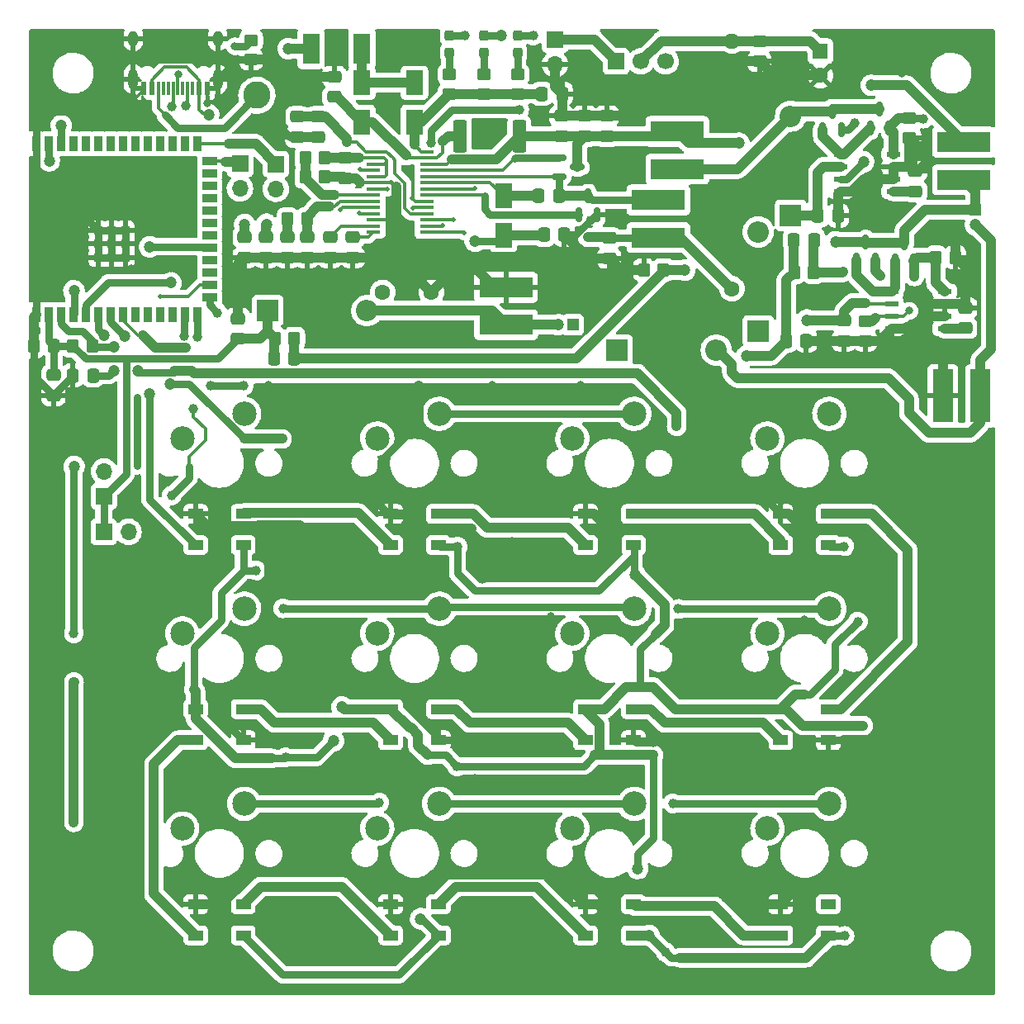
<source format=gbr>
%TF.GenerationSoftware,KiCad,Pcbnew,(6.0.0)*%
%TF.CreationDate,2022-04-21T22:47:22+02:00*%
%TF.ProjectId,keyboard_v1.0,6b657962-6f61-4726-945f-76312e302e6b,rev?*%
%TF.SameCoordinates,Original*%
%TF.FileFunction,Copper,L1,Top*%
%TF.FilePolarity,Positive*%
%FSLAX46Y46*%
G04 Gerber Fmt 4.6, Leading zero omitted, Abs format (unit mm)*
G04 Created by KiCad (PCBNEW (6.0.0)) date 2022-04-21 22:47:22*
%MOMM*%
%LPD*%
G01*
G04 APERTURE LIST*
G04 Aperture macros list*
%AMRoundRect*
0 Rectangle with rounded corners*
0 $1 Rounding radius*
0 $2 $3 $4 $5 $6 $7 $8 $9 X,Y pos of 4 corners*
0 Add a 4 corners polygon primitive as box body*
4,1,4,$2,$3,$4,$5,$6,$7,$8,$9,$2,$3,0*
0 Add four circle primitives for the rounded corners*
1,1,$1+$1,$2,$3*
1,1,$1+$1,$4,$5*
1,1,$1+$1,$6,$7*
1,1,$1+$1,$8,$9*
0 Add four rect primitives between the rounded corners*
20,1,$1+$1,$2,$3,$4,$5,0*
20,1,$1+$1,$4,$5,$6,$7,0*
20,1,$1+$1,$6,$7,$8,$9,0*
20,1,$1+$1,$8,$9,$2,$3,0*%
G04 Aperture macros list end*
%TA.AperFunction,ComponentPad*%
%ADD10R,1.700000X1.700000*%
%TD*%
%TA.AperFunction,ComponentPad*%
%ADD11O,1.700000X1.700000*%
%TD*%
%TA.AperFunction,SMDPad,CuDef*%
%ADD12RoundRect,0.250000X0.475000X-0.337500X0.475000X0.337500X-0.475000X0.337500X-0.475000X-0.337500X0*%
%TD*%
%TA.AperFunction,SMDPad,CuDef*%
%ADD13R,1.500000X1.000000*%
%TD*%
%TA.AperFunction,ComponentPad*%
%ADD14C,2.500000*%
%TD*%
%TA.AperFunction,SMDPad,CuDef*%
%ADD15RoundRect,0.250000X0.350000X0.450000X-0.350000X0.450000X-0.350000X-0.450000X0.350000X-0.450000X0*%
%TD*%
%TA.AperFunction,SMDPad,CuDef*%
%ADD16RoundRect,0.250000X-0.475000X0.337500X-0.475000X-0.337500X0.475000X-0.337500X0.475000X0.337500X0*%
%TD*%
%TA.AperFunction,ComponentPad*%
%ADD17C,1.700000*%
%TD*%
%TA.AperFunction,SMDPad,CuDef*%
%ADD18RoundRect,0.250000X-0.337500X-0.475000X0.337500X-0.475000X0.337500X0.475000X-0.337500X0.475000X0*%
%TD*%
%TA.AperFunction,SMDPad,CuDef*%
%ADD19RoundRect,0.250000X0.337500X0.475000X-0.337500X0.475000X-0.337500X-0.475000X0.337500X-0.475000X0*%
%TD*%
%TA.AperFunction,SMDPad,CuDef*%
%ADD20R,0.600000X1.450000*%
%TD*%
%TA.AperFunction,SMDPad,CuDef*%
%ADD21R,0.300000X1.450000*%
%TD*%
%TA.AperFunction,ComponentPad*%
%ADD22O,1.000000X2.100000*%
%TD*%
%TA.AperFunction,ComponentPad*%
%ADD23O,1.000000X1.600000*%
%TD*%
%TA.AperFunction,SMDPad,CuDef*%
%ADD24R,2.150000X5.500000*%
%TD*%
%TA.AperFunction,SMDPad,CuDef*%
%ADD25R,1.800000X2.500000*%
%TD*%
%TA.AperFunction,SMDPad,CuDef*%
%ADD26RoundRect,0.250000X-0.350000X-0.450000X0.350000X-0.450000X0.350000X0.450000X-0.350000X0.450000X0*%
%TD*%
%TA.AperFunction,SMDPad,CuDef*%
%ADD27RoundRect,0.150000X0.150000X-0.587500X0.150000X0.587500X-0.150000X0.587500X-0.150000X-0.587500X0*%
%TD*%
%TA.AperFunction,SMDPad,CuDef*%
%ADD28RoundRect,0.250000X0.450000X-0.350000X0.450000X0.350000X-0.450000X0.350000X-0.450000X-0.350000X0*%
%TD*%
%TA.AperFunction,SMDPad,CuDef*%
%ADD29R,0.900000X1.500000*%
%TD*%
%TA.AperFunction,SMDPad,CuDef*%
%ADD30R,1.500000X0.900000*%
%TD*%
%TA.AperFunction,ComponentPad*%
%ADD31C,0.600000*%
%TD*%
%TA.AperFunction,SMDPad,CuDef*%
%ADD32R,0.900000X0.900000*%
%TD*%
%TA.AperFunction,ComponentPad*%
%ADD33C,1.600000*%
%TD*%
%TA.AperFunction,ComponentPad*%
%ADD34R,1.200000X1.200000*%
%TD*%
%TA.AperFunction,ComponentPad*%
%ADD35C,1.200000*%
%TD*%
%TA.AperFunction,SMDPad,CuDef*%
%ADD36RoundRect,0.250000X-0.450000X0.350000X-0.450000X-0.350000X0.450000X-0.350000X0.450000X0.350000X0*%
%TD*%
%TA.AperFunction,SMDPad,CuDef*%
%ADD37RoundRect,0.237500X-0.237500X0.287500X-0.237500X-0.287500X0.237500X-0.287500X0.237500X0.287500X0*%
%TD*%
%TA.AperFunction,ComponentPad*%
%ADD38O,2.200000X2.200000*%
%TD*%
%TA.AperFunction,ComponentPad*%
%ADD39R,2.200000X2.200000*%
%TD*%
%TA.AperFunction,ComponentPad*%
%ADD40C,2.800000*%
%TD*%
%TA.AperFunction,SMDPad,CuDef*%
%ADD41R,1.460500X0.533400*%
%TD*%
%TA.AperFunction,SMDPad,CuDef*%
%ADD42RoundRect,0.249999X-0.450001X-1.425001X0.450001X-1.425001X0.450001X1.425001X-0.450001X1.425001X0*%
%TD*%
%TA.AperFunction,SMDPad,CuDef*%
%ADD43R,1.460500X0.355600*%
%TD*%
%TA.AperFunction,SMDPad,CuDef*%
%ADD44R,5.500000X2.150000*%
%TD*%
%TA.AperFunction,ComponentPad*%
%ADD45O,1.600000X1.600000*%
%TD*%
%TA.AperFunction,ComponentPad*%
%ADD46R,1.600000X1.600000*%
%TD*%
%TA.AperFunction,SMDPad,CuDef*%
%ADD47RoundRect,0.150000X-0.587500X-0.150000X0.587500X-0.150000X0.587500X0.150000X-0.587500X0.150000X0*%
%TD*%
%TA.AperFunction,SMDPad,CuDef*%
%ADD48R,1.780000X3.150000*%
%TD*%
%TA.AperFunction,ViaPad*%
%ADD49C,0.500000*%
%TD*%
%TA.AperFunction,ViaPad*%
%ADD50C,1.000000*%
%TD*%
%TA.AperFunction,ViaPad*%
%ADD51C,0.800000*%
%TD*%
%TA.AperFunction,ViaPad*%
%ADD52C,1.200000*%
%TD*%
%TA.AperFunction,Conductor*%
%ADD53C,0.750000*%
%TD*%
%TA.AperFunction,Conductor*%
%ADD54C,0.300000*%
%TD*%
%TA.AperFunction,Conductor*%
%ADD55C,1.000000*%
%TD*%
G04 APERTURE END LIST*
D10*
%TO.P,SW17,1*%
%TO.N,Net-(ESP32-Pad27)*%
X65796000Y-44319000D03*
D11*
%TO.P,SW17,2*%
%TO.N,3.3V_OUT*%
X65796000Y-46859000D03*
%TD*%
D10*
%TO.P,SW16,1*%
%TO.N,Net-(ESP32-Pad26)*%
X62110000Y-44288000D03*
D11*
%TO.P,SW16,2*%
%TO.N,3.3V_OUT*%
X62110000Y-46828000D03*
%TD*%
D10*
%TO.P,SW15,1*%
%TO.N,3.3V_OUT*%
X48185000Y-78384000D03*
D11*
%TO.P,SW15,2*%
%TO.N,Net-(ESP32-Pad16)*%
X48185000Y-75844000D03*
%TD*%
D10*
%TO.P,SW14,1*%
%TO.N,3.3V_OUT*%
X48139000Y-82024000D03*
D11*
%TO.P,SW14,2*%
%TO.N,Net-(ESP32-Pad15)*%
X50679000Y-82024000D03*
%TD*%
D12*
%TO.P,C38,1*%
%TO.N,SYSTEM_LOAD*%
X97467000Y-41472500D03*
%TO.P,C38,2*%
%TO.N,GND*%
X97467000Y-39397500D03*
%TD*%
D13*
%TO.P,D24,1,VDD*%
%TO.N,5V_OUT*%
X102450000Y-123400000D03*
%TO.P,D24,2,DOUT*%
%TO.N,Net-(D24-Pad2)*%
X102450000Y-120200000D03*
%TO.P,D24,3,VSS*%
%TO.N,GND*%
X97550000Y-120200000D03*
%TO.P,D24,4,DIN*%
%TO.N,Net-(D21-Pad2)*%
X97550000Y-123400000D03*
%TD*%
D14*
%TO.P,SW3,1*%
%TO.N,Net-(D3-Pad2)*%
X56190000Y-112460000D03*
%TO.P,SW3,2*%
%TO.N,Net-(R3-Pad2)*%
X62540000Y-109920000D03*
%TD*%
D12*
%TO.P,C37,1*%
%TO.N,SYSTEM_LOAD*%
X95063000Y-41472500D03*
%TO.P,C37,2*%
%TO.N,GND*%
X95063000Y-39397500D03*
%TD*%
D15*
%TO.P,R6,1*%
%TO.N,Net-(C27-Pad1)*%
X68979000Y-49961000D03*
%TO.P,R6,2*%
%TO.N,Net-(C24-Pad1)*%
X66979000Y-49961000D03*
%TD*%
D16*
%TO.P,C22,1*%
%TO.N,Net-(C22-Pad1)*%
X67981000Y-39479500D03*
%TO.P,C22,2*%
%TO.N,GND*%
X67981000Y-41554500D03*
%TD*%
D10*
%TO.P,SW13,1,1*%
%TO.N,Net-(BT1-Pad1)*%
X100676000Y-33790000D03*
D17*
%TO.P,SW13,2,2*%
%TO.N,unconnected-(SW13-Pad2)*%
X105756000Y-33790000D03*
%TO.P,SW13,3,Common*%
%TO.N,Net-(C32-Pad1)*%
X103216000Y-33790000D03*
%TD*%
D12*
%TO.P,C41,1*%
%TO.N,Net-(C41-Pad1)*%
X136473000Y-61148500D03*
%TO.P,C41,2*%
%TO.N,GND*%
X136473000Y-59073500D03*
%TD*%
D18*
%TO.P,C33,1*%
%TO.N,Net-(C33-Pad1)*%
X92747500Y-47599000D03*
%TO.P,C33,2*%
%TO.N,Net-(C33-Pad2)*%
X94822500Y-47599000D03*
%TD*%
D19*
%TO.P,C43,1*%
%TO.N,Net-(C43-Pad1)*%
X120965500Y-52102000D03*
%TO.P,C43,2*%
%TO.N,5V_OUT*%
X118890500Y-52102000D03*
%TD*%
D20*
%TO.P,P1,A1,GND*%
%TO.N,GND*%
X58750000Y-36545000D03*
%TO.P,P1,A4,VBUS*%
%TO.N,Net-(F1-Pad1)*%
X57950000Y-36545000D03*
D21*
%TO.P,P1,A5,CC*%
%TO.N,Net-(P1-PadA5)*%
X56750000Y-36545000D03*
%TO.P,P1,A6,D+*%
%TO.N,USB_D+*%
X55750000Y-36545000D03*
%TO.P,P1,A7,D-*%
%TO.N,USB_D-*%
X55250000Y-36545000D03*
%TO.P,P1,A8,SBU1*%
%TO.N,unconnected-(P1-PadA8)*%
X54250000Y-36545000D03*
D20*
%TO.P,P1,A9,VBUS*%
%TO.N,Net-(F1-Pad1)*%
X53050000Y-36545000D03*
%TO.P,P1,A12,GND*%
%TO.N,GND*%
X52250000Y-36545000D03*
%TO.P,P1,B1,GND*%
X52250000Y-36545000D03*
%TO.P,P1,B4,VBUS*%
%TO.N,Net-(F1-Pad1)*%
X53050000Y-36545000D03*
D21*
%TO.P,P1,B5,VCONN*%
%TO.N,Net-(P1-PadB5)*%
X53750000Y-36545000D03*
%TO.P,P1,B6*%
%TO.N,N/C*%
X54750000Y-36545000D03*
%TO.P,P1,B7*%
X56250000Y-36545000D03*
%TO.P,P1,B8,SBU2*%
%TO.N,unconnected-(P1-PadB8)*%
X57250000Y-36545000D03*
D20*
%TO.P,P1,B9,VBUS*%
%TO.N,Net-(F1-Pad1)*%
X57950000Y-36545000D03*
%TO.P,P1,B12,GND*%
%TO.N,GND*%
X58750000Y-36545000D03*
D22*
%TO.P,P1,S1,SHIELD*%
X51180000Y-35630000D03*
D23*
X51180000Y-31450000D03*
X59820000Y-31450000D03*
D22*
X59820000Y-35630000D03*
%TD*%
D24*
%TO.P,L3,1,1*%
%TO.N,Net-(C44-Pad2)*%
X138026000Y-68100000D03*
%TO.P,L3,2,2*%
%TO.N,GND*%
X134176000Y-68100000D03*
%TD*%
D13*
%TO.P,D21,1,VDD*%
%TO.N,5V_OUT*%
X82450000Y-123400000D03*
%TO.P,D21,2,DOUT*%
%TO.N,Net-(D21-Pad2)*%
X82450000Y-120200000D03*
%TO.P,D21,3,VSS*%
%TO.N,GND*%
X77550000Y-120200000D03*
%TO.P,D21,4,DIN*%
%TO.N,Net-(D18-Pad2)*%
X77550000Y-123400000D03*
%TD*%
D25*
%TO.P,D13,1,K*%
%TO.N,Net-(C36-Pad1)*%
X74604000Y-40000000D03*
%TO.P,D13,2,A*%
%TO.N,USB_Input_supply*%
X74604000Y-36000000D03*
%TD*%
D13*
%TO.P,D28,1,VDD*%
%TO.N,5V_OUT*%
X122450000Y-123400000D03*
%TO.P,D28,2,DOUT*%
%TO.N,unconnected-(D28-Pad2)*%
X122450000Y-120200000D03*
%TO.P,D28,3,VSS*%
%TO.N,GND*%
X117550000Y-120200000D03*
%TO.P,D28,4,DIN*%
%TO.N,Net-(D24-Pad2)*%
X117550000Y-123400000D03*
%TD*%
D26*
%TO.P,R32,1*%
%TO.N,Net-(Q1-Pad2)*%
X133469000Y-53889000D03*
%TO.P,R32,2*%
%TO.N,GND*%
X135469000Y-53889000D03*
%TD*%
D27*
%TO.P,Q4,1,G*%
%TO.N,Net-(Q4-Pad1)*%
X96853000Y-49484500D03*
%TO.P,Q4,2,S*%
%TO.N,GND*%
X98753000Y-49484500D03*
%TO.P,Q4,3,D*%
%TO.N,Net-(C33-Pad2)*%
X97803000Y-47609500D03*
%TD*%
D12*
%TO.P,C46,1*%
%TO.N,Net-(C46-Pad1)*%
X131334000Y-47144350D03*
%TO.P,C46,2*%
%TO.N,GND*%
X131334000Y-45069350D03*
%TD*%
D28*
%TO.P,R10,1*%
%TO.N,Net-(C31-Pad1)*%
X87081000Y-37118000D03*
%TO.P,R10,2*%
%TO.N,Net-(D37-Pad2)*%
X87081000Y-35118000D03*
%TD*%
D19*
%TO.P,C21,1*%
%TO.N,Net-(C21-Pad1)*%
X47037500Y-66000000D03*
%TO.P,C21,2*%
%TO.N,GND*%
X44962500Y-66000000D03*
%TD*%
D13*
%TO.P,D22,1,VDD*%
%TO.N,5V_OUT*%
X102450000Y-83400000D03*
%TO.P,D22,2,DOUT*%
%TO.N,Net-(D22-Pad2)*%
X102450000Y-80200000D03*
%TO.P,D22,3,VSS*%
%TO.N,GND*%
X97550000Y-80200000D03*
%TO.P,D22,4,DIN*%
%TO.N,Net-(D19-Pad2)*%
X97550000Y-83400000D03*
%TD*%
D14*
%TO.P,SW1,1*%
%TO.N,Net-(D1-Pad2)*%
X56190000Y-72460000D03*
%TO.P,SW1,2*%
%TO.N,Net-(R1-Pad2)*%
X62540000Y-69920000D03*
%TD*%
D13*
%TO.P,D27,1,VDD*%
%TO.N,5V_OUT*%
X117550000Y-100200000D03*
%TO.P,D27,2,DOUT*%
%TO.N,Net-(D23-Pad4)*%
X117550000Y-103400000D03*
%TO.P,D27,3,VSS*%
%TO.N,GND*%
X122450000Y-103400000D03*
%TO.P,D27,4,DIN*%
%TO.N,Net-(D26-Pad2)*%
X122450000Y-100200000D03*
%TD*%
D14*
%TO.P,SW8,1*%
%TO.N,Net-(D8-Pad2)*%
X96190000Y-92460000D03*
%TO.P,SW8,2*%
%TO.N,Net-(R2-Pad2)*%
X102540000Y-89920000D03*
%TD*%
D12*
%TO.P,C39,1*%
%TO.N,SYSTEM_LOAD*%
X99725000Y-41472500D03*
%TO.P,C39,2*%
%TO.N,GND*%
X99725000Y-39397500D03*
%TD*%
D16*
%TO.P,C27,1*%
%TO.N,Net-(C27-Pad1)*%
X68969000Y-51821500D03*
%TO.P,C27,2*%
%TO.N,GND*%
X68969000Y-53896500D03*
%TD*%
D14*
%TO.P,SW6,1*%
%TO.N,Net-(D6-Pad2)*%
X76190000Y-112460000D03*
%TO.P,SW6,2*%
%TO.N,Net-(R3-Pad2)*%
X82540000Y-109920000D03*
%TD*%
D16*
%TO.P,C29,1*%
%TO.N,Net-(C29-Pad1)*%
X71344000Y-51821500D03*
%TO.P,C29,2*%
%TO.N,GND*%
X71344000Y-53896500D03*
%TD*%
D29*
%TO.P,ESP32,1,GND*%
%TO.N,GND*%
X41240000Y-59750000D03*
%TO.P,ESP32,2,3V3*%
%TO.N,3.3V_OUT*%
X42510000Y-59750000D03*
%TO.P,ESP32,3,EN*%
%TO.N,Net-(C21-Pad1)*%
X43780000Y-59750000D03*
%TO.P,ESP32,4,IO4*%
%TO.N,1st_Column*%
X45050000Y-59750000D03*
%TO.P,ESP32,5,IO5*%
%TO.N,2nd_Column*%
X46320000Y-59750000D03*
%TO.P,ESP32,6,IO6*%
%TO.N,3rd_Column*%
X47590000Y-59750000D03*
%TO.P,ESP32,7,IO7*%
%TO.N,4th_Column*%
X48860000Y-59750000D03*
%TO.P,ESP32,8,IO15*%
%TO.N,1st_Row*%
X50130000Y-59750000D03*
%TO.P,ESP32,9,IO16*%
%TO.N,unconnected-(ESP32-Pad9)*%
X51400000Y-59750000D03*
%TO.P,ESP32,10,IO17*%
%TO.N,unconnected-(ESP32-Pad10)*%
X52670000Y-59750000D03*
%TO.P,ESP32,11,IO18*%
%TO.N,unconnected-(ESP32-Pad11)*%
X53940000Y-59750000D03*
%TO.P,ESP32,12,IO8*%
%TO.N,unconnected-(ESP32-Pad12)*%
X55210000Y-59750000D03*
%TO.P,ESP32,13,IO19*%
%TO.N,USB_D-*%
X56480000Y-59750000D03*
%TO.P,ESP32,14,IO20*%
%TO.N,USB_D+*%
X57750000Y-59750000D03*
D30*
%TO.P,ESP32,15,IO3*%
%TO.N,Net-(ESP32-Pad15)*%
X59000000Y-57985000D03*
%TO.P,ESP32,16,IO46*%
%TO.N,Net-(ESP32-Pad16)*%
X59000000Y-56715000D03*
%TO.P,ESP32,17,IO9*%
%TO.N,unconnected-(ESP32-Pad17)*%
X59000000Y-55450000D03*
%TO.P,ESP32,18,IO10*%
%TO.N,unconnected-(ESP32-Pad18)*%
X59000000Y-54175000D03*
%TO.P,ESP32,19,IO11*%
%TO.N,LEDS*%
X59000000Y-52905000D03*
%TO.P,ESP32,20,IO12*%
%TO.N,unconnected-(ESP32-Pad20)*%
X59000000Y-51635000D03*
%TO.P,ESP32,21,IO13*%
%TO.N,unconnected-(ESP32-Pad21)*%
X59000000Y-50365000D03*
%TO.P,ESP32,22,IO14*%
%TO.N,unconnected-(ESP32-Pad22)*%
X59000000Y-49095000D03*
%TO.P,ESP32,23,IO21*%
%TO.N,unconnected-(ESP32-Pad23)*%
X59000000Y-47825000D03*
%TO.P,ESP32,24,IO47*%
%TO.N,unconnected-(ESP32-Pad24)*%
X59000000Y-46555000D03*
%TO.P,ESP32,25,IO48*%
%TO.N,unconnected-(ESP32-Pad25)*%
X59000000Y-45285000D03*
%TO.P,ESP32,26,IO45*%
%TO.N,Net-(ESP32-Pad26)*%
X59000000Y-44015000D03*
D29*
%TO.P,ESP32,27,IO0*%
%TO.N,Net-(ESP32-Pad27)*%
X57750000Y-42250000D03*
%TO.P,ESP32,28,IO35b*%
%TO.N,unconnected-(ESP32-Pad28)*%
X56480000Y-42250000D03*
%TO.P,ESP32,29,IO36b*%
%TO.N,unconnected-(ESP32-Pad29)*%
X55210000Y-42250000D03*
%TO.P,ESP32,30,IO37b*%
%TO.N,unconnected-(ESP32-Pad30)*%
X53940000Y-42250000D03*
%TO.P,ESP32,31,IO38*%
%TO.N,unconnected-(ESP32-Pad31)*%
X52670000Y-42250000D03*
%TO.P,ESP32,32,IO39*%
%TO.N,unconnected-(ESP32-Pad32)*%
X51400000Y-42250000D03*
%TO.P,ESP32,33,IO40*%
%TO.N,unconnected-(ESP32-Pad33)*%
X50130000Y-42250000D03*
%TO.P,ESP32,34,IO41*%
%TO.N,unconnected-(ESP32-Pad34)*%
X48860000Y-42250000D03*
%TO.P,ESP32,35,IO42*%
%TO.N,unconnected-(ESP32-Pad35)*%
X47590000Y-42250000D03*
%TO.P,ESP32,36,RXD0*%
%TO.N,unconnected-(ESP32-Pad36)*%
X46320000Y-42250000D03*
%TO.P,ESP32,37,TXD0*%
%TO.N,unconnected-(ESP32-Pad37)*%
X45050000Y-42250000D03*
%TO.P,ESP32,38,IO2*%
%TO.N,2nd_Row*%
X43780000Y-42250000D03*
%TO.P,ESP32,39,IO1*%
%TO.N,3rd_Row*%
X42510000Y-42250000D03*
%TO.P,ESP32,40,GND*%
%TO.N,GND*%
X41240000Y-42250000D03*
D31*
%TO.P,ESP32,41,EPAD*%
X47560000Y-52500000D03*
D32*
X48960000Y-51100000D03*
X48960000Y-53900000D03*
D31*
X47560000Y-51100000D03*
D32*
X50365000Y-53900000D03*
D31*
X48960000Y-51100000D03*
X50360000Y-52500000D03*
X50360000Y-53900000D03*
D32*
X48960000Y-52500000D03*
X47560000Y-53900000D03*
X50360000Y-52500000D03*
D31*
X50360000Y-51100000D03*
D32*
X47560000Y-51100000D03*
X50360000Y-51100000D03*
D31*
X48960000Y-52500000D03*
D32*
X47560000Y-52500000D03*
D31*
X47560000Y-53900000D03*
X48960000Y-53900000D03*
%TD*%
D14*
%TO.P,SW12,1*%
%TO.N,Net-(D12-Pad2)*%
X116190000Y-112460000D03*
%TO.P,SW12,2*%
%TO.N,Net-(R3-Pad2)*%
X122540000Y-109920000D03*
%TD*%
D26*
%TO.P,R8,1*%
%TO.N,Net-(R7-Pad2)*%
X68804250Y-45634000D03*
%TO.P,R8,2*%
%TO.N,GND*%
X70804250Y-45634000D03*
%TD*%
D10*
%TO.P,BT1,1,+*%
%TO.N,Net-(BT1-Pad1)*%
X94420000Y-31543000D03*
D11*
%TO.P,BT1,2,-*%
%TO.N,GND*%
X94420000Y-34083000D03*
%TD*%
D33*
%TO.P,TH1,1*%
%TO.N,Net-(TH1-Pad1)*%
X76735000Y-57485000D03*
%TO.P,TH1,2*%
%TO.N,GND*%
X81735000Y-57485000D03*
%TD*%
D16*
%TO.P,C42,1*%
%TO.N,Net-(C42-Pad1)*%
X124029000Y-60363500D03*
%TO.P,C42,2*%
%TO.N,GND*%
X124029000Y-62438500D03*
%TD*%
D34*
%TO.P,C44,1*%
%TO.N,Net-(C44-Pad1)*%
X137510000Y-49035401D03*
D35*
%TO.P,C44,2*%
%TO.N,Net-(C44-Pad2)*%
X137510000Y-50535401D03*
%TD*%
D27*
%TO.P,Q2,1,G*%
%TO.N,Net-(Q2-Pad1)*%
X126747000Y-40589350D03*
%TO.P,Q2,2,S*%
%TO.N,Net-(Q2-Pad2)*%
X128647000Y-40589350D03*
%TO.P,Q2,3,D*%
%TO.N,Net-(C49-Pad1)*%
X127697000Y-38714350D03*
%TD*%
D14*
%TO.P,SW7,1*%
%TO.N,Net-(D7-Pad2)*%
X96190000Y-72460000D03*
%TO.P,SW7,2*%
%TO.N,Net-(R1-Pad2)*%
X102540000Y-69920000D03*
%TD*%
D36*
%TO.P,R4,1*%
%TO.N,Net-(P1-PadA5)*%
X63268000Y-31622000D03*
%TO.P,R4,2*%
%TO.N,GND*%
X63268000Y-33622000D03*
%TD*%
D16*
%TO.P,C26,1*%
%TO.N,Net-(C26-Pad1)*%
X64798000Y-51821500D03*
%TO.P,C26,2*%
%TO.N,GND*%
X64798000Y-53896500D03*
%TD*%
D14*
%TO.P,SW5,1*%
%TO.N,Net-(D5-Pad2)*%
X76190000Y-92460000D03*
%TO.P,SW5,2*%
%TO.N,Net-(R2-Pad2)*%
X82540000Y-89920000D03*
%TD*%
D15*
%TO.P,R31,1*%
%TO.N,Net-(C43-Pad1)*%
X120928000Y-55424000D03*
%TO.P,R31,2*%
%TO.N,5V_OUT*%
X118928000Y-55424000D03*
%TD*%
D13*
%TO.P,D26,1,VDD*%
%TO.N,5V_OUT*%
X122450000Y-83400000D03*
%TO.P,D26,2,DOUT*%
%TO.N,Net-(D26-Pad2)*%
X122450000Y-80200000D03*
%TO.P,D26,3,VSS*%
%TO.N,GND*%
X117550000Y-80200000D03*
%TO.P,D26,4,DIN*%
%TO.N,Net-(D22-Pad2)*%
X117550000Y-83400000D03*
%TD*%
%TO.P,D23,1,VDD*%
%TO.N,5V_OUT*%
X97550000Y-100200000D03*
%TO.P,D23,2,DOUT*%
%TO.N,Net-(D20-Pad4)*%
X97550000Y-103400000D03*
%TO.P,D23,3,VSS*%
%TO.N,GND*%
X102450000Y-103400000D03*
%TO.P,D23,4,DIN*%
%TO.N,Net-(D23-Pad4)*%
X102450000Y-100200000D03*
%TD*%
D36*
%TO.P,R30,1*%
%TO.N,Net-(C43-Pad1)*%
X126231000Y-60431000D03*
%TO.P,R30,2*%
%TO.N,GND*%
X126231000Y-62431000D03*
%TD*%
D37*
%TO.P,D37,1,K*%
%TO.N,Net-(D37-Pad1)*%
X87081000Y-31152000D03*
%TO.P,D37,2,A*%
%TO.N,Net-(D37-Pad2)*%
X87081000Y-32902000D03*
%TD*%
D13*
%TO.P,D19,1,VDD*%
%TO.N,5V_OUT*%
X82450000Y-83400000D03*
%TO.P,D19,2,DOUT*%
%TO.N,Net-(D19-Pad2)*%
X82450000Y-80200000D03*
%TO.P,D19,3,VSS*%
%TO.N,GND*%
X77550000Y-80200000D03*
%TO.P,D19,4,DIN*%
%TO.N,Net-(D16-Pad2)*%
X77550000Y-83400000D03*
%TD*%
D37*
%TO.P,D36,1,K*%
%TO.N,Net-(D36-Pad1)*%
X83581000Y-31152000D03*
%TO.P,D36,2,A*%
%TO.N,Net-(D36-Pad2)*%
X83581000Y-32902000D03*
%TD*%
D38*
%TO.P,D40,2,A*%
%TO.N,Net-(C44-Pad1)*%
X115251000Y-51280000D03*
D39*
%TO.P,D40,1,K*%
%TO.N,Net-(C42-Pad1)*%
X115251000Y-61440000D03*
%TD*%
D14*
%TO.P,SW9,1*%
%TO.N,Net-(D9-Pad2)*%
X96190000Y-112460000D03*
%TO.P,SW9,2*%
%TO.N,Net-(R3-Pad2)*%
X102540000Y-109920000D03*
%TD*%
D39*
%TO.P,D42,1,K*%
%TO.N,Net-(C47-Pad1)*%
X118570000Y-49571850D03*
D38*
%TO.P,D42,2,A*%
%TO.N,Net-(C49-Pad1)*%
X118570000Y-39411850D03*
%TD*%
D40*
%TO.P,TP1,1,1*%
%TO.N,Net-(P1-PadB5)*%
X63841000Y-37276000D03*
%TD*%
D27*
%TO.P,Q1,1,G*%
%TO.N,Net-(Q1-Pad1)*%
X125324000Y-54203500D03*
%TO.P,Q1,2,S*%
%TO.N,Net-(Q1-Pad2)*%
X127224000Y-54203500D03*
%TO.P,Q1,3,D*%
%TO.N,Net-(C44-Pad1)*%
X126274000Y-52328500D03*
%TD*%
D14*
%TO.P,SW2,1*%
%TO.N,Net-(D2-Pad2)*%
X56190000Y-92460000D03*
%TO.P,SW2,2*%
%TO.N,Net-(R2-Pad2)*%
X62540000Y-89920000D03*
%TD*%
%TO.P,SW4,1*%
%TO.N,Net-(D4-Pad2)*%
X76190000Y-72460000D03*
%TO.P,SW4,2*%
%TO.N,Net-(R1-Pad2)*%
X82540000Y-69920000D03*
%TD*%
D13*
%TO.P,D17,1,VDD*%
%TO.N,5V_OUT*%
X57550000Y-100200000D03*
%TO.P,D17,2,DOUT*%
%TO.N,Net-(D17-Pad2)*%
X57550000Y-103400000D03*
%TO.P,D17,3,VSS*%
%TO.N,GND*%
X62450000Y-103400000D03*
%TO.P,D17,4,DIN*%
%TO.N,Net-(D17-Pad4)*%
X62450000Y-100200000D03*
%TD*%
D37*
%TO.P,D38,1,K*%
%TO.N,Net-(D38-Pad1)*%
X90581000Y-31152000D03*
%TO.P,D38,2,A*%
%TO.N,Net-(D38-Pad2)*%
X90581000Y-32902000D03*
%TD*%
D41*
%TO.P,U2,1,EXT*%
%TO.N,Net-(Q1-Pad1)*%
X128918850Y-57376000D03*
%TO.P,U2,2,V+*%
%TO.N,Net-(C42-Pad1)*%
X128918850Y-58646000D03*
%TO.P,U2,3,FB*%
%TO.N,Net-(C43-Pad1)*%
X128918850Y-59916000D03*
%TO.P,U2,4,SHDN*%
%TO.N,GND*%
X128918850Y-61186000D03*
%TO.P,U2,5,REF*%
%TO.N,Net-(C41-Pad1)*%
X134367150Y-61186000D03*
%TO.P,U2,6,AGND*%
%TO.N,GND*%
X134367150Y-59916000D03*
%TO.P,U2,7,GND*%
X134367150Y-58646000D03*
%TO.P,U2,8,CS*%
%TO.N,Net-(Q1-Pad2)*%
X134367150Y-57376000D03*
%TD*%
D16*
%TO.P,C23,1*%
%TO.N,Net-(C23-Pad1)*%
X62587000Y-51821500D03*
%TO.P,C23,2*%
%TO.N,GND*%
X62587000Y-53896500D03*
%TD*%
D42*
%TO.P,R12,1*%
%TO.N,Net-(C36-Pad1)*%
X84643000Y-41439000D03*
%TO.P,R12,2*%
%TO.N,SYSTEM_LOAD*%
X90743000Y-41439000D03*
%TD*%
D27*
%TO.P,Q1,1,G*%
%TO.N,Net-(Q1-Pad1)*%
X129290000Y-54269500D03*
%TO.P,Q1,2,S*%
%TO.N,Net-(Q1-Pad2)*%
X131190000Y-54269500D03*
%TO.P,Q1,3,D*%
%TO.N,Net-(C44-Pad1)*%
X130240000Y-52394500D03*
%TD*%
D43*
%TO.P,U1,1,VL*%
%TO.N,Net-(C22-Pad1)*%
X75794661Y-43058311D03*
%TO.P,U1,2,ISETIN*%
%TO.N,Net-(C28-Pad1)*%
X75794661Y-43693311D03*
%TO.P,U1,3,ISETOUT*%
X75794661Y-44328311D03*
%TO.P,U1,4,THM*%
%TO.N,Net-(TH1-Pad1)*%
X75794661Y-44963311D03*
%TO.P,U1,5,REF*%
%TO.N,Net-(C28-Pad1)*%
X75794661Y-45598311D03*
%TO.P,U1,6,GND*%
%TO.N,GND*%
X75794661Y-46233311D03*
%TO.P,U1,7,BATT*%
%TO.N,Net-(C32-Pad1)*%
X75794661Y-46868311D03*
%TO.P,U1,8,VADJ*%
%TO.N,Net-(R7-Pad2)*%
X75794661Y-47503311D03*
%TO.P,U1,9,CCV*%
%TO.N,Net-(C27-Pad1)*%
X75794661Y-48138311D03*
%TO.P,U1,10,CCS*%
%TO.N,Net-(C23-Pad1)*%
X75794661Y-48773311D03*
%TO.P,U1,11,CCI*%
%TO.N,Net-(C26-Pad1)*%
X75794661Y-49408311D03*
%TO.P,U1,12,CELL*%
%TO.N,GND*%
X75794661Y-50043311D03*
%TO.P,U1,13,TIMER1*%
%TO.N,Net-(C29-Pad1)*%
X75794661Y-50678311D03*
%TO.P,U1,14,TIMER2*%
%TO.N,Net-(C30-Pad1)*%
X75794661Y-51313311D03*
%TO.P,U1,15,\u002AFAULT*%
%TO.N,Net-(D38-Pad1)*%
X81242961Y-51313311D03*
%TO.P,U1,16,\u002AFASTCHG*%
%TO.N,Net-(D36-Pad1)*%
X81242961Y-50678311D03*
%TO.P,U1,17,\u002AFULLCHG*%
%TO.N,Net-(D37-Pad1)*%
X81242961Y-50043311D03*
%TO.P,U1,18,\u002ASHDN*%
%TO.N,Net-(C22-Pad1)*%
X81242961Y-49408311D03*
%TO.P,U1,19,CS*%
%TO.N,Net-(C34-Pad1)*%
X81242961Y-48773311D03*
%TO.P,U1,20,PGND*%
%TO.N,GND*%
X81242961Y-48138311D03*
%TO.P,U1,21,DLO*%
%TO.N,Net-(Q4-Pad1)*%
X81242961Y-47503311D03*
%TO.P,U1,22,VLO*%
%TO.N,Net-(C35-Pad1)*%
X81242961Y-46868311D03*
%TO.P,U1,23,BST*%
%TO.N,Net-(C33-Pad1)*%
X81242961Y-46233311D03*
%TO.P,U1,24,LX*%
%TO.N,Net-(C33-Pad2)*%
X81242961Y-45598311D03*
%TO.P,U1,25,DHI*%
%TO.N,Net-(Q3-Pad1)*%
X81242961Y-44963311D03*
%TO.P,U1,26,CSSN*%
%TO.N,SYSTEM_LOAD*%
X81242961Y-44328311D03*
%TO.P,U1,27,CSSP*%
%TO.N,Net-(C36-Pad1)*%
X81242961Y-43693311D03*
%TO.P,U1,28,DCIN*%
%TO.N,Net-(C31-Pad1)*%
X81242961Y-43058311D03*
%TD*%
D16*
%TO.P,C30,1*%
%TO.N,Net-(C30-Pad1)*%
X73675000Y-51821500D03*
%TO.P,C30,2*%
%TO.N,GND*%
X73675000Y-53896500D03*
%TD*%
D36*
%TO.P,R35,1*%
%TO.N,Net-(Q2-Pad2)*%
X130754000Y-39622850D03*
%TO.P,R35,2*%
%TO.N,GND*%
X130754000Y-41622850D03*
%TD*%
D16*
%TO.P,C28,1*%
%TO.N,Net-(C28-Pad1)*%
X72909250Y-43700500D03*
%TO.P,C28,2*%
%TO.N,GND*%
X72909250Y-45775500D03*
%TD*%
D44*
%TO.P,L1,1,1*%
%TO.N,Net-(C33-Pad2)*%
X105002000Y-48006000D03*
%TO.P,L1,2,2*%
%TO.N,Net-(C34-Pad1)*%
X105002000Y-51856000D03*
%TD*%
D15*
%TO.P,R33,1*%
%TO.N,Net-(C48-Pad1)*%
X105513000Y-55186000D03*
%TO.P,R33,2*%
%TO.N,GND*%
X103513000Y-55186000D03*
%TD*%
D25*
%TO.P,D35,1,K*%
%TO.N,Net-(C31-Pad1)*%
X80000000Y-40000000D03*
%TO.P,D35,2,A*%
%TO.N,USB_Input_supply*%
X80000000Y-36000000D03*
%TD*%
%TO.P,D39,1,K*%
%TO.N,Net-(C33-Pad1)*%
X89123000Y-47601000D03*
%TO.P,D39,2,A*%
%TO.N,Net-(C35-Pad1)*%
X89123000Y-51601000D03*
%TD*%
D27*
%TO.P,Q2,1,G*%
%TO.N,Net-(Q2-Pad1)*%
X121869000Y-40793350D03*
%TO.P,Q2,2,S*%
%TO.N,Net-(Q2-Pad2)*%
X123769000Y-40793350D03*
%TO.P,Q2,3,D*%
%TO.N,Net-(C49-Pad1)*%
X122819000Y-38918350D03*
%TD*%
D44*
%TO.P,L2,1,1*%
%TO.N,SYSTEM_LOAD*%
X136330000Y-42082000D03*
%TO.P,L2,2,2*%
%TO.N,Net-(C44-Pad1)*%
X136330000Y-45932000D03*
%TD*%
D19*
%TO.P,C20,1*%
%TO.N,3.3V_OUT*%
X43037500Y-63000000D03*
%TO.P,C20,2*%
%TO.N,GND*%
X40962500Y-63000000D03*
%TD*%
D41*
%TO.P,U3,1,EXT*%
%TO.N,Net-(Q2-Pad1)*%
X123677850Y-43317850D03*
%TO.P,U3,2,V+*%
%TO.N,Net-(C47-Pad1)*%
X123677850Y-44587850D03*
%TO.P,U3,3,FB*%
%TO.N,Net-(C48-Pad1)*%
X123677850Y-45857850D03*
%TO.P,U3,4,SHDN*%
%TO.N,GND*%
X123677850Y-47127850D03*
%TO.P,U3,5,REF*%
%TO.N,Net-(C46-Pad1)*%
X129126150Y-47127850D03*
%TO.P,U3,6,AGND*%
%TO.N,GND*%
X129126150Y-45857850D03*
%TO.P,U3,7,GND*%
X129126150Y-44587850D03*
%TO.P,U3,8,CS*%
%TO.N,Net-(Q2-Pad2)*%
X129126150Y-43317850D03*
%TD*%
D28*
%TO.P,R9,1*%
%TO.N,Net-(C31-Pad1)*%
X90581000Y-37118000D03*
%TO.P,R9,2*%
%TO.N,Net-(D38-Pad2)*%
X90581000Y-35118000D03*
%TD*%
D33*
%TO.P,R13,1*%
%TO.N,Net-(C34-Pad1)*%
X112560000Y-57105000D03*
D45*
%TO.P,R13,2*%
%TO.N,Net-(C32-Pad1)*%
X112560000Y-31705000D03*
%TD*%
D13*
%TO.P,D20,1,VDD*%
%TO.N,5V_OUT*%
X77550000Y-100200000D03*
%TO.P,D20,2,DOUT*%
%TO.N,Net-(D17-Pad4)*%
X77550000Y-103400000D03*
%TO.P,D20,3,VSS*%
%TO.N,GND*%
X82450000Y-103400000D03*
%TO.P,D20,4,DIN*%
%TO.N,Net-(D20-Pad4)*%
X82450000Y-100200000D03*
%TD*%
D26*
%TO.P,R5,1*%
%TO.N,3.3V_OUT*%
X45000000Y-63000000D03*
%TO.P,R5,2*%
%TO.N,Net-(C21-Pad1)*%
X47000000Y-63000000D03*
%TD*%
D12*
%TO.P,C50,1*%
%TO.N,3.3V_OUT*%
X61922000Y-62227500D03*
%TO.P,C50,2*%
%TO.N,GND*%
X61922000Y-60152500D03*
%TD*%
D16*
%TO.P,C19,1*%
%TO.N,3.3V_OUT*%
X43000000Y-65962500D03*
%TO.P,C19,2*%
%TO.N,GND*%
X43000000Y-68037500D03*
%TD*%
D13*
%TO.P,D16,1,VDD*%
%TO.N,5V_OUT*%
X62450000Y-83400000D03*
%TO.P,D16,2,DOUT*%
%TO.N,Net-(D16-Pad2)*%
X62450000Y-80200000D03*
%TO.P,D16,3,VSS*%
%TO.N,GND*%
X57550000Y-80200000D03*
%TO.P,D16,4,DIN*%
%TO.N,LEDS*%
X57550000Y-83400000D03*
%TD*%
D16*
%TO.P,C25,1*%
%TO.N,Net-(C22-Pad1)*%
X70108000Y-39479500D03*
%TO.P,C25,2*%
%TO.N,GND*%
X70108000Y-41554500D03*
%TD*%
D44*
%TO.P,L4,1,1*%
%TO.N,SYSTEM_LOAD*%
X106949000Y-40983000D03*
%TO.P,L4,2,2*%
%TO.N,Net-(C49-Pad1)*%
X106949000Y-44833000D03*
%TD*%
D28*
%TO.P,R11,1*%
%TO.N,Net-(C31-Pad1)*%
X83581000Y-37118000D03*
%TO.P,R11,2*%
%TO.N,Net-(D36-Pad2)*%
X83581000Y-35118000D03*
%TD*%
D16*
%TO.P,C32,1*%
%TO.N,Net-(C32-Pad1)*%
X115363000Y-31725500D03*
%TO.P,C32,2*%
%TO.N,GND*%
X115363000Y-33800500D03*
%TD*%
D14*
%TO.P,SW10,1*%
%TO.N,Net-(D10-Pad2)*%
X116190000Y-72460000D03*
%TO.P,SW10,2*%
%TO.N,Net-(R1-Pad2)*%
X122540000Y-69920000D03*
%TD*%
D46*
%TO.P,C40,1*%
%TO.N,Net-(C32-Pad1)*%
X121605000Y-32745000D03*
D33*
%TO.P,C40,2*%
%TO.N,GND*%
X121605000Y-35245000D03*
%TD*%
D47*
%TO.P,Q3,1,G*%
%TO.N,Net-(Q3-Pad1)*%
X94822500Y-43694000D03*
%TO.P,Q3,2,S*%
%TO.N,Net-(C33-Pad2)*%
X94822500Y-45594000D03*
%TO.P,Q3,3,D*%
%TO.N,SYSTEM_LOAD*%
X96697500Y-44644000D03*
%TD*%
D16*
%TO.P,C24,1*%
%TO.N,Net-(C24-Pad1)*%
X66972000Y-51821500D03*
%TO.P,C24,2*%
%TO.N,GND*%
X66972000Y-53896500D03*
%TD*%
D48*
%TO.P,F1,1*%
%TO.N,Net-(F1-Pad1)*%
X69385000Y-32500000D03*
%TO.P,F1,2*%
%TO.N,USB_Input_supply*%
X74615000Y-32500000D03*
%TD*%
D39*
%TO.P,D43,1,K*%
%TO.N,3.3V_OUT*%
X64960000Y-59353000D03*
D38*
%TO.P,D43,2,A*%
%TO.N,Net-(C49-Pad2)*%
X75120000Y-59353000D03*
%TD*%
D14*
%TO.P,SW11,1*%
%TO.N,Net-(D11-Pad2)*%
X116190000Y-92460000D03*
%TO.P,SW11,2*%
%TO.N,Net-(R2-Pad2)*%
X122540000Y-89920000D03*
%TD*%
D16*
%TO.P,C34,1*%
%TO.N,Net-(C34-Pad1)*%
X99969000Y-51891500D03*
%TO.P,C34,2*%
%TO.N,GND*%
X99969000Y-53966500D03*
%TD*%
D18*
%TO.P,C35,1*%
%TO.N,Net-(C35-Pad1)*%
X93299500Y-51580000D03*
%TO.P,C35,2*%
%TO.N,GND*%
X95374500Y-51580000D03*
%TD*%
D19*
%TO.P,C48,1*%
%TO.N,Net-(C48-Pad1)*%
X67665500Y-64244000D03*
%TO.P,C48,2*%
%TO.N,3.3V_OUT*%
X65590500Y-64244000D03*
%TD*%
D15*
%TO.P,R34,1*%
%TO.N,Net-(C48-Pad1)*%
X67684000Y-62210000D03*
%TO.P,R34,2*%
%TO.N,3.3V_OUT*%
X65684000Y-62210000D03*
%TD*%
D18*
%TO.P,C31,1*%
%TO.N,Net-(C31-Pad1)*%
X93056500Y-37123000D03*
%TO.P,C31,2*%
%TO.N,GND*%
X95131500Y-37123000D03*
%TD*%
D34*
%TO.P,C49,1*%
%TO.N,Net-(C49-Pad1)*%
X96245000Y-60801000D03*
D35*
%TO.P,C49,2*%
%TO.N,Net-(C49-Pad2)*%
X94745000Y-60801000D03*
%TD*%
D18*
%TO.P,C47,1*%
%TO.N,Net-(C47-Pad1)*%
X121367500Y-49605850D03*
%TO.P,C47,2*%
%TO.N,GND*%
X123442500Y-49605850D03*
%TD*%
D15*
%TO.P,R7,1*%
%TO.N,Net-(C28-Pad1)*%
X70804250Y-43698000D03*
%TO.P,R7,2*%
%TO.N,Net-(R7-Pad2)*%
X68804250Y-43698000D03*
%TD*%
D13*
%TO.P,D18,1,VDD*%
%TO.N,5V_OUT*%
X62450000Y-123400000D03*
%TO.P,D18,2,DOUT*%
%TO.N,Net-(D18-Pad2)*%
X62450000Y-120200000D03*
%TO.P,D18,3,VSS*%
%TO.N,GND*%
X57550000Y-120200000D03*
%TO.P,D18,4,DIN*%
%TO.N,Net-(D17-Pad2)*%
X57550000Y-123400000D03*
%TD*%
D44*
%TO.P,L5,1,1*%
%TO.N,Net-(C49-Pad2)*%
X89388000Y-60811000D03*
%TO.P,L5,2,2*%
%TO.N,GND*%
X89388000Y-56961000D03*
%TD*%
D18*
%TO.P,C45,1*%
%TO.N,5V_OUT*%
X118105500Y-62437000D03*
%TO.P,C45,2*%
%TO.N,GND*%
X120180500Y-62437000D03*
%TD*%
D12*
%TO.P,C36,1*%
%TO.N,Net-(C36-Pad1)*%
X71783000Y-37420500D03*
%TO.P,C36,2*%
%TO.N,GND*%
X71783000Y-35345500D03*
%TD*%
D39*
%TO.P,D41,1,K*%
%TO.N,5V_OUT*%
X100784000Y-63402000D03*
D38*
%TO.P,D41,2,A*%
%TO.N,Net-(C44-Pad2)*%
X110944000Y-63402000D03*
%TD*%
D49*
%TO.N,Net-(ESP32-Pad16)*%
X51570000Y-75287000D03*
X51570000Y-68198000D03*
X53893000Y-57903000D03*
D50*
%TO.N,Net-(ESP32-Pad15)*%
X55086000Y-78314000D03*
X57352000Y-69426000D03*
X62509000Y-67016000D03*
X59071000Y-67016000D03*
X59816000Y-59560000D03*
%TO.N,1st_Row*%
X56595000Y-63183511D03*
%TO.N,Net-(P1-PadA5)*%
X56592000Y-38371000D03*
%TO.N,GND*%
X113010000Y-120176000D03*
X84390000Y-103409000D03*
%TO.N,5V_OUT*%
X84364511Y-106068511D03*
%TO.N,GND*%
X78776000Y-106424000D03*
X112245000Y-67973000D03*
X121981000Y-64343000D03*
D51*
X129388000Y-64893000D03*
D50*
X86511000Y-91710000D03*
%TO.N,Net-(R3-Pad2)*%
X76401000Y-109773000D03*
X106496000Y-109874000D03*
%TO.N,Net-(R2-Pad2)*%
X107050500Y-89940000D03*
X66521000Y-89879000D03*
%TO.N,GND*%
X66533000Y-81322000D03*
%TO.N,5V_OUT*%
X63771000Y-85991000D03*
%TO.N,GND*%
X86915000Y-86871000D03*
%TO.N,5V_OUT*%
X84414000Y-83547000D03*
%TO.N,GND*%
X106794000Y-83480000D03*
%TO.N,5V_OUT*%
X125462500Y-91224500D03*
%TO.N,GND*%
X126067000Y-81754000D03*
%TO.N,5V_OUT*%
X124079000Y-83514000D03*
%TO.N,GND*%
X124209000Y-103409000D03*
%TO.N,5V_OUT*%
X126013000Y-101886000D03*
X104518480Y-104924520D03*
%TO.N,GND*%
X104477000Y-103641000D03*
%TO.N,5V_OUT*%
X66781000Y-105160000D03*
D51*
%TO.N,GND*%
X90882000Y-122529000D03*
D50*
X127537500Y-121084500D03*
%TO.N,5V_OUT*%
X124098000Y-123462000D03*
%TO.N,GND*%
X89521500Y-125484000D03*
%TO.N,5V_OUT*%
X105781000Y-125140000D03*
%TO.N,4th_Column*%
X106885000Y-71204000D03*
%TO.N,1st_Column*%
X45093000Y-97408000D03*
X45084000Y-92431000D03*
X45084000Y-111807000D03*
%TO.N,2nd_Column*%
X66423000Y-72503000D03*
D51*
%TO.N,GND*%
X120000000Y-129000000D03*
X139000000Y-115000000D03*
X48000000Y-105000000D03*
X109000000Y-61000000D03*
X49000000Y-49000000D03*
X100000000Y-46000000D03*
X71655000Y-87508000D03*
X97000000Y-77000000D03*
X137000000Y-53000000D03*
X46000000Y-54000000D03*
X139000000Y-94000000D03*
X65000000Y-107000000D03*
D52*
X59690000Y-100784000D03*
D51*
X89739000Y-75854000D03*
X43000000Y-99000000D03*
X76000000Y-108000000D03*
X112000000Y-117000000D03*
X66000000Y-129000000D03*
X86223000Y-107230000D03*
X109541000Y-77064000D03*
X70000000Y-116000000D03*
X59000000Y-112000000D03*
X54000000Y-46000000D03*
X54412000Y-76967000D03*
X51000000Y-106000000D03*
X60000000Y-122000000D03*
X131000000Y-118000000D03*
X52000000Y-33000000D03*
X139000000Y-109000000D03*
X70861000Y-96178000D03*
X78000000Y-31000000D03*
X92000000Y-95000000D03*
X134000000Y-84000000D03*
X72000000Y-32000000D03*
X45000000Y-129000000D03*
X48000000Y-85000000D03*
X51000000Y-117000000D03*
D52*
X132612000Y-44092000D03*
D51*
X139000000Y-121000000D03*
X48000000Y-119000000D03*
X72000000Y-75000000D03*
X55000000Y-88000000D03*
X87000000Y-129000000D03*
X49000000Y-33000000D03*
X129000000Y-129000000D03*
X94003000Y-90708000D03*
X93000000Y-75000000D03*
X94000000Y-58000000D03*
X86000000Y-78000000D03*
X74000000Y-106000000D03*
X42000000Y-129000000D03*
X124000000Y-107000000D03*
X57000000Y-87000000D03*
X54000000Y-83000000D03*
X51000000Y-40000000D03*
X139000000Y-82000000D03*
X90000000Y-129000000D03*
X50000000Y-108000000D03*
X93000000Y-123000000D03*
X113000000Y-53000000D03*
X106000000Y-112000000D03*
X47000000Y-56000000D03*
X65000000Y-31000000D03*
X66571000Y-106739000D03*
X112000000Y-107000000D03*
D49*
X79739000Y-47792000D03*
D51*
X49000000Y-125000000D03*
X52000000Y-123000000D03*
X60000000Y-79000000D03*
X108000000Y-37000000D03*
X106505000Y-107450000D03*
X136000000Y-76000000D03*
X99000000Y-91000000D03*
X70000000Y-108000000D03*
X72000000Y-129000000D03*
X139000000Y-112000000D03*
X66000000Y-121000000D03*
X41000000Y-119000000D03*
X99000000Y-129000000D03*
X135000000Y-89000000D03*
X126000000Y-31000000D03*
X139000000Y-124000000D03*
X86000000Y-113000000D03*
X46000000Y-40000000D03*
X47033000Y-68607000D03*
X92000000Y-108000000D03*
X139000000Y-38000000D03*
X117000000Y-78000000D03*
X104000000Y-36000000D03*
X105000000Y-72000000D03*
X74190000Y-123357000D03*
X139000000Y-118000000D03*
X51000000Y-55000000D03*
X79000000Y-62000000D03*
X139000000Y-103000000D03*
X98000000Y-35000000D03*
X48000000Y-98000000D03*
X93000000Y-129000000D03*
X48000000Y-38000000D03*
X82000000Y-78000000D03*
X97000000Y-67000000D03*
X88000000Y-67000000D03*
X41000000Y-123000000D03*
X116000000Y-56000000D03*
X139000000Y-88000000D03*
X67000000Y-31000000D03*
X120000000Y-121000000D03*
D52*
X132428000Y-42473000D03*
X77375479Y-116746479D03*
D50*
X58456000Y-33595000D03*
D52*
X134218000Y-50626000D03*
D51*
X103000000Y-43000000D03*
X59000000Y-127000000D03*
X95000000Y-98000000D03*
D52*
X79729000Y-99710000D03*
D51*
X43000000Y-105000000D03*
X50000000Y-40000000D03*
X54000000Y-48000000D03*
X55000000Y-98000000D03*
D52*
X80437000Y-67112000D03*
D51*
X81000000Y-129000000D03*
X120647000Y-58398000D03*
X126000000Y-129000000D03*
X91000000Y-68000000D03*
X70000000Y-120000000D03*
X116000000Y-38000000D03*
X110705000Y-86690000D03*
X47000000Y-70000000D03*
X109807000Y-75344000D03*
X139000000Y-76000000D03*
X111000000Y-67000000D03*
X49000000Y-45000000D03*
X129000000Y-114000000D03*
X117000000Y-129000000D03*
X55000000Y-108000000D03*
X139000000Y-100000000D03*
X63000000Y-129000000D03*
X53000000Y-50000000D03*
X44520000Y-117102000D03*
X97000000Y-57000000D03*
X135000000Y-31000000D03*
X112000000Y-95000000D03*
X71000000Y-68000000D03*
X131000000Y-31000000D03*
X46000000Y-45000000D03*
X75000000Y-129000000D03*
D52*
X59641000Y-105502000D03*
D51*
X90073000Y-99640000D03*
X107000000Y-66000000D03*
X120000000Y-91000000D03*
X113000000Y-78000000D03*
X102000000Y-129000000D03*
X139000000Y-97000000D03*
X41000000Y-36000000D03*
X90000000Y-83000000D03*
X92000000Y-127000000D03*
X105000000Y-129000000D03*
X84000000Y-97000000D03*
X71000000Y-59000000D03*
X126000000Y-117000000D03*
X54000000Y-32000000D03*
X54000000Y-129000000D03*
X65000000Y-67000000D03*
X86000000Y-127000000D03*
X50000000Y-47000000D03*
X47000000Y-31000000D03*
X131000000Y-66000000D03*
X47000000Y-47000000D03*
X57000000Y-129000000D03*
X81000000Y-127000000D03*
X60000000Y-129000000D03*
X72000000Y-78000000D03*
X72000000Y-116000000D03*
X88000000Y-40000000D03*
X120000000Y-112000000D03*
X108000000Y-117000000D03*
X116000000Y-98000000D03*
X110000000Y-36000000D03*
X60000000Y-118000000D03*
X41000000Y-126000000D03*
X58773000Y-38047000D03*
X41000000Y-113000000D03*
X63000000Y-77000000D03*
X133000000Y-114000000D03*
X84000000Y-62000000D03*
X123000000Y-129000000D03*
X51000000Y-100000000D03*
X139000000Y-79000000D03*
X88000000Y-115000000D03*
X128000000Y-88000000D03*
X51000000Y-45000000D03*
X112000000Y-88000000D03*
X139000000Y-91000000D03*
X48000000Y-129000000D03*
X105000000Y-78000000D03*
X69000000Y-59000000D03*
X52000000Y-86000000D03*
X124034000Y-64379000D03*
X130000000Y-35000000D03*
X90000000Y-79000000D03*
X135000000Y-96000000D03*
X70445000Y-76527000D03*
X109860000Y-98099000D03*
X56000000Y-106000000D03*
X69000000Y-129000000D03*
X48000000Y-88000000D03*
X95000000Y-56000000D03*
X139000000Y-85000000D03*
D49*
X78166511Y-47793511D03*
D51*
X138000000Y-129000000D03*
X129000000Y-99000000D03*
X126000000Y-78000000D03*
X57000000Y-118000000D03*
X114000000Y-46000000D03*
X78000000Y-129000000D03*
X91000000Y-116000000D03*
X103000000Y-31000000D03*
X132000000Y-129000000D03*
X84000000Y-129000000D03*
X84860000Y-92175000D03*
X130000000Y-79000000D03*
X104000000Y-126000000D03*
X54000000Y-127000000D03*
X139000000Y-106000000D03*
X44000000Y-31000000D03*
X93000000Y-84000000D03*
X100000000Y-79000000D03*
X41000000Y-116000000D03*
X55000000Y-32000000D03*
X125000000Y-121000000D03*
X111000000Y-129000000D03*
X100000000Y-31000000D03*
X139000000Y-32000000D03*
X50179000Y-92356000D03*
X91250000Y-86317000D03*
X55000000Y-55000000D03*
X82000000Y-53000000D03*
X91000000Y-97000000D03*
X113000000Y-83000000D03*
X66000000Y-78000000D03*
X134000000Y-102000000D03*
X128000000Y-34000000D03*
X99000000Y-72000000D03*
X76006000Y-88608000D03*
X112000000Y-36000000D03*
X67000000Y-116000000D03*
X110476000Y-82785000D03*
X58000000Y-78000000D03*
X80000000Y-31000000D03*
X96000000Y-129000000D03*
X108000000Y-57000000D03*
X52000000Y-88000000D03*
X108000000Y-129000000D03*
X94000000Y-79000000D03*
X100059000Y-118843000D03*
X118000000Y-68000000D03*
X106000000Y-63000000D03*
X41000000Y-32000000D03*
X58000000Y-108000000D03*
X78000000Y-78000000D03*
X135000000Y-112000000D03*
X53000000Y-45000000D03*
X62179000Y-125818000D03*
X79526000Y-91248000D03*
X77000000Y-31000000D03*
X51000000Y-129000000D03*
X88000000Y-121000000D03*
X72000000Y-62000000D03*
X97000000Y-127000000D03*
X106000000Y-57000000D03*
X133000000Y-108000000D03*
X43000000Y-93000000D03*
X77000000Y-98000000D03*
X45000000Y-51000000D03*
X115000000Y-88000000D03*
X75000000Y-78000000D03*
X115000000Y-118000000D03*
X118000000Y-118000000D03*
X120000000Y-43000000D03*
X78000000Y-34000000D03*
X114000000Y-129000000D03*
X116000000Y-108000000D03*
X135000000Y-129000000D03*
X126000000Y-69000000D03*
X52000000Y-47000000D03*
X129000000Y-75000000D03*
X49000000Y-31000000D03*
X97000000Y-108000000D03*
X134000000Y-78000000D03*
X139000000Y-127000000D03*
D52*
%TO.N,5V_OUT*%
X102595000Y-86439000D03*
X72574000Y-99994000D03*
X104047000Y-123406000D03*
X114078000Y-63965000D03*
X71694000Y-103450000D03*
X80634000Y-121699989D03*
X102892000Y-116550000D03*
%TO.N,Net-(C21-Pad1)*%
X49205000Y-63073000D03*
X49205000Y-65499000D03*
D49*
%TO.N,Net-(C23-Pad1)*%
X72355000Y-49051000D03*
D52*
X62587000Y-50533000D03*
D49*
%TO.N,Net-(C26-Pad1)*%
X74298000Y-49372811D03*
D52*
X64827000Y-50498000D03*
D50*
%TO.N,Net-(C34-Pad1)*%
X97784000Y-51847000D03*
D49*
X79812000Y-48823000D03*
%TO.N,Net-(C35-Pad1)*%
X86213000Y-46832811D03*
D52*
X86213000Y-52213000D03*
%TO.N,SYSTEM_LOAD*%
X126834000Y-36248000D03*
X113262000Y-42182000D03*
%TO.N,Net-(C42-Pad1)*%
X120227000Y-60319000D03*
D51*
%TO.N,Net-(C43-Pad1)*%
X123949000Y-55373000D03*
X130724000Y-59365000D03*
D52*
%TO.N,Net-(C44-Pad1)*%
X123155000Y-52288000D03*
%TO.N,Net-(C48-Pad1)*%
X126040000Y-44104850D03*
X107722000Y-55191000D03*
%TO.N,1st_Column*%
X45098000Y-75327000D03*
X45092000Y-57324000D03*
%TO.N,2nd_Column*%
X54968000Y-66857000D03*
X55034000Y-56498000D03*
%TO.N,3rd_Column*%
X48168024Y-61892513D03*
%TO.N,4th_Column*%
X51675500Y-65528000D03*
X50271000Y-61938000D03*
%TO.N,LEDS*%
X52861000Y-67904000D03*
X52850000Y-52799000D03*
D50*
%TO.N,Net-(D36-Pad1)*%
X85172000Y-31132000D03*
D49*
X82924000Y-50642811D03*
D52*
%TO.N,Net-(D37-Pad1)*%
X88859000Y-31163000D03*
D49*
X83992000Y-50007811D03*
%TO.N,Net-(D38-Pad1)*%
X85080000Y-51367000D03*
D50*
X92209000Y-31146000D03*
%TO.N,USB_D-*%
X55099708Y-38452997D03*
X56425000Y-61984000D03*
%TO.N,USB_D+*%
X57717000Y-62056000D03*
D51*
X55779000Y-35116989D03*
D52*
%TO.N,2nd_Row*%
X43787000Y-40363000D03*
%TO.N,3rd_Row*%
X42563000Y-43978000D03*
%TO.N,Net-(F1-Pad1)*%
X58900000Y-39275000D03*
X67056000Y-32500000D03*
D51*
%TO.N,Net-(P1-PadA5)*%
X61582000Y-32247000D03*
D49*
%TO.N,Net-(TH1-Pad1)*%
X74387000Y-44832000D03*
D50*
%TO.N,Net-(C32-Pad1)*%
X81744644Y-42181009D03*
D49*
X77217000Y-46891000D03*
D50*
X90748000Y-38765000D03*
D51*
%TO.N,Net-(Q1-Pad2)*%
X127792000Y-55821000D03*
X131245000Y-55843000D03*
D50*
%TO.N,Net-(Q2-Pad2)*%
X125098000Y-40114850D03*
X132186000Y-39668000D03*
%TD*%
D53*
%TO.N,Net-(ESP32-Pad16)*%
X51570000Y-68198000D02*
X51570000Y-75287000D01*
D54*
X56804000Y-57903000D02*
X53893000Y-57903000D01*
X57992000Y-56715000D02*
X56922000Y-57785000D01*
X56922000Y-57785000D02*
X56804000Y-57903000D01*
X59000000Y-56715000D02*
X57992000Y-56715000D01*
D53*
%TO.N,Net-(ESP32-Pad15)*%
X56905000Y-76495000D02*
X55086000Y-78314000D01*
X56905000Y-75384000D02*
X56905000Y-76495000D01*
D54*
X58575000Y-72664000D02*
X57903000Y-73336000D01*
X58575000Y-71456000D02*
X58575000Y-72664000D01*
X57903000Y-73336000D02*
X56905000Y-74334000D01*
X57352000Y-70233000D02*
X58575000Y-71456000D01*
X56905000Y-74334000D02*
X56905000Y-75384000D01*
X57352000Y-69426000D02*
X57352000Y-70233000D01*
D53*
X62509000Y-67016000D02*
X59071000Y-67016000D01*
X59000000Y-58744000D02*
X59816000Y-59560000D01*
X59000000Y-57985000D02*
X59000000Y-58744000D01*
%TO.N,3.3V_OUT*%
X48139000Y-78430000D02*
X48185000Y-78384000D01*
X48139000Y-82024000D02*
X48139000Y-78430000D01*
X50444480Y-64274520D02*
X50444480Y-76124520D01*
X50444480Y-64274520D02*
X59874980Y-64274520D01*
X46274520Y-64274520D02*
X50444480Y-64274520D01*
X50444480Y-76124520D02*
X48185000Y-78384000D01*
%TO.N,4th_Column*%
X51822500Y-65675000D02*
X55385000Y-65675000D01*
X51675500Y-65528000D02*
X51822500Y-65675000D01*
D55*
%TO.N,Net-(ESP32-Pad26)*%
X61889000Y-44067000D02*
X62110000Y-44288000D01*
X60661000Y-44067000D02*
X61889000Y-44067000D01*
%TO.N,Net-(ESP32-Pad27)*%
X63717000Y-42240000D02*
X65796000Y-44319000D01*
X60928000Y-42240000D02*
X63717000Y-42240000D01*
D54*
X60918000Y-42250000D02*
X60928000Y-42240000D01*
X57750000Y-42250000D02*
X60918000Y-42250000D01*
%TO.N,Net-(ESP32-Pad26)*%
X60609000Y-44015000D02*
X60661000Y-44067000D01*
X59000000Y-44015000D02*
X60609000Y-44015000D01*
%TO.N,1st_Row*%
X51671978Y-61921000D02*
X50130000Y-60379022D01*
D55*
X53444511Y-63183511D02*
X52182000Y-61921000D01*
X56595000Y-63183511D02*
X53444511Y-63183511D01*
D54*
X50130000Y-60379022D02*
X50130000Y-59750000D01*
X52182000Y-61921000D02*
X51671978Y-61921000D01*
D55*
%TO.N,GND*%
X117550000Y-120200000D02*
X117550000Y-120185000D01*
X117550000Y-120185000D02*
X118734511Y-119000489D01*
X117526000Y-120176000D02*
X117550000Y-120200000D01*
X113010000Y-120176000D02*
X117526000Y-120176000D01*
D53*
X113034000Y-120200000D02*
X113010000Y-120176000D01*
D54*
%TO.N,Net-(P1-PadA5)*%
X56750000Y-36545000D02*
X56750000Y-38213000D01*
X56750000Y-38213000D02*
X56592000Y-38371000D01*
%TO.N,Net-(C33-Pad2)*%
X94818189Y-45598311D02*
X94822500Y-45594000D01*
X81242961Y-45598311D02*
X94818189Y-45598311D01*
D53*
X94822500Y-45594000D02*
X94822500Y-47599000D01*
%TO.N,GND*%
X82459000Y-103409000D02*
X82450000Y-103400000D01*
X84390000Y-103409000D02*
X82459000Y-103409000D01*
%TO.N,5V_OUT*%
X97359489Y-106068511D02*
X98503480Y-104924520D01*
X84364511Y-106068511D02*
X97359489Y-106068511D01*
X83225000Y-104929000D02*
X84364511Y-106068511D01*
X81329978Y-104929000D02*
X83225000Y-104929000D01*
%TO.N,GND*%
X78776000Y-106424000D02*
X78776000Y-109800000D01*
X114246000Y-76896000D02*
X117550000Y-80200000D01*
X112678000Y-76896000D02*
X114246000Y-76896000D01*
X111456000Y-75674000D02*
X112678000Y-76896000D01*
X111456000Y-68762000D02*
X111456000Y-75674000D01*
X112245000Y-67973000D02*
X111456000Y-68762000D01*
X121947500Y-64309500D02*
X121981000Y-64343000D01*
X121947500Y-62438500D02*
X121947500Y-64309500D01*
D55*
X121947500Y-62438500D02*
X120182000Y-62438500D01*
X124029000Y-62438500D02*
X121947500Y-62438500D01*
D53*
X81010000Y-98366000D02*
X86236000Y-98366000D01*
X87556000Y-92755000D02*
X86511000Y-91710000D01*
X79729000Y-99647000D02*
X81010000Y-98366000D01*
X86236000Y-98366000D02*
X87556000Y-97046000D01*
X79729000Y-99710000D02*
X79729000Y-99647000D01*
X87556000Y-97046000D02*
X87556000Y-92755000D01*
D54*
%TO.N,USB_D-*%
X55099708Y-38452997D02*
X55250000Y-38302705D01*
X55250000Y-38302705D02*
X55250000Y-36545000D01*
D53*
%TO.N,Net-(R3-Pad2)*%
X76254000Y-109920000D02*
X76401000Y-109773000D01*
X62540000Y-109920000D02*
X76254000Y-109920000D01*
X102540000Y-109920000D02*
X82540000Y-109920000D01*
X106542000Y-109920000D02*
X106496000Y-109874000D01*
X122540000Y-109920000D02*
X106542000Y-109920000D01*
%TO.N,Net-(R2-Pad2)*%
X107070500Y-89920000D02*
X107050500Y-89940000D01*
X122540000Y-89920000D02*
X107070500Y-89920000D01*
X102353489Y-89733489D02*
X102540000Y-89920000D01*
X82726511Y-89733489D02*
X102353489Y-89733489D01*
X82540000Y-89920000D02*
X82726511Y-89733489D01*
X66562000Y-89920000D02*
X82540000Y-89920000D01*
X66521000Y-89879000D02*
X66562000Y-89920000D01*
%TO.N,GND*%
X64932000Y-82923000D02*
X66533000Y-81322000D01*
X63100000Y-96596000D02*
X63100000Y-94375000D01*
X59690000Y-100784000D02*
X59690000Y-100006000D01*
X59690000Y-100006000D02*
X63100000Y-96596000D01*
X63100000Y-94375000D02*
X64932000Y-92543000D01*
X64932000Y-92543000D02*
X64932000Y-82923000D01*
D55*
X66533000Y-81322000D02*
X63977022Y-81322000D01*
X68244000Y-81322000D02*
X66533000Y-81322000D01*
D53*
%TO.N,5V_OUT*%
X62471500Y-85991000D02*
X63771000Y-85991000D01*
X62450000Y-86012500D02*
X62471500Y-85991000D01*
X62450000Y-86012500D02*
X60176000Y-88286500D01*
X62450000Y-83400000D02*
X62450000Y-86012500D01*
%TO.N,GND*%
X100877000Y-82734000D02*
X100388000Y-82245000D01*
X86915000Y-86871000D02*
X88518000Y-85268000D01*
X100877000Y-83972000D02*
X100877000Y-82734000D01*
X88518000Y-85268000D02*
X99581000Y-85268000D01*
X99581000Y-85268000D02*
X100877000Y-83972000D01*
%TO.N,5V_OUT*%
X102501000Y-84472000D02*
X102501000Y-83434000D01*
X98912000Y-88061000D02*
X102501000Y-84472000D01*
X86230000Y-88061000D02*
X98912000Y-88061000D01*
X84414000Y-86245000D02*
X86230000Y-88061000D01*
X84414000Y-83547000D02*
X84414000Y-86245000D01*
X82597000Y-83547000D02*
X82450000Y-83400000D01*
X84414000Y-83547000D02*
X82597000Y-83547000D01*
%TO.N,GND*%
X106794000Y-83480000D02*
X107517500Y-83480000D01*
X107517500Y-83480000D02*
X107537500Y-83500000D01*
X126088000Y-81775000D02*
X126067000Y-81754000D01*
X126088000Y-81809000D02*
X126088000Y-81775000D01*
%TO.N,5V_OUT*%
X122564000Y-83514000D02*
X122450000Y-83400000D01*
X124079000Y-83514000D02*
X122564000Y-83514000D01*
%TO.N,GND*%
X125462500Y-104662500D02*
X124209000Y-103409000D01*
X125462500Y-110487500D02*
X125462500Y-104662500D01*
X122459000Y-103409000D02*
X122450000Y-103400000D01*
X124209000Y-103409000D02*
X122459000Y-103409000D01*
X104477000Y-103641000D02*
X102691000Y-103641000D01*
X102691000Y-103641000D02*
X102450000Y-103400000D01*
X79729000Y-100419000D02*
X79729000Y-99710000D01*
X82450000Y-103400000D02*
X82450000Y-103140000D01*
X82450000Y-103140000D02*
X79729000Y-100419000D01*
X82509000Y-103459000D02*
X82450000Y-103400000D01*
%TO.N,5V_OUT*%
X69984000Y-105160000D02*
X71694000Y-103450000D01*
X66781000Y-105160000D02*
X69984000Y-105160000D01*
X66678000Y-105263000D02*
X66781000Y-105160000D01*
X65354824Y-105263000D02*
X66678000Y-105263000D01*
X124098000Y-123462000D02*
X122512000Y-123462000D01*
X122512000Y-123462000D02*
X122450000Y-123400000D01*
X78402000Y-127448000D02*
X82450000Y-123400000D01*
X66498000Y-127448000D02*
X78402000Y-127448000D01*
X62450000Y-123400000D02*
X66498000Y-127448000D01*
X105781000Y-125140000D02*
X104047000Y-123406000D01*
X106326000Y-125685000D02*
X105781000Y-125140000D01*
X107227000Y-125685000D02*
X106326000Y-125685000D01*
%TO.N,GND*%
X83095480Y-113680480D02*
X83095480Y-117200480D01*
X81407000Y-111992000D02*
X83095480Y-113680480D01*
X80968000Y-111992000D02*
X81407000Y-111992000D01*
X78776000Y-109800000D02*
X80968000Y-111992000D01*
D55*
X81953143Y-117200480D02*
X83095480Y-117200480D01*
X83095480Y-117200480D02*
X94550480Y-117200480D01*
%TO.N,Net-(D26-Pad2)*%
X130569000Y-83891000D02*
X126878000Y-80200000D01*
X130569000Y-93329000D02*
X130569000Y-83891000D01*
X123698000Y-100200000D02*
X130569000Y-93329000D01*
X122450000Y-100200000D02*
X123698000Y-100200000D01*
X126878000Y-80200000D02*
X122450000Y-80200000D01*
D53*
%TO.N,5V_OUT*%
X123106000Y-96155000D02*
X120541366Y-98719634D01*
X123106000Y-93581000D02*
X123106000Y-96155000D01*
X120541366Y-98719634D02*
X119992000Y-98719634D01*
X125462500Y-91224500D02*
X123106000Y-93581000D01*
D55*
%TO.N,4th_Column*%
X57371840Y-65812489D02*
X57116840Y-65557489D01*
X57116840Y-65557489D02*
X55385000Y-65557489D01*
X102858489Y-65812489D02*
X57371840Y-65812489D01*
X106885000Y-69839000D02*
X102858489Y-65812489D01*
X106885000Y-71204000D02*
X106885000Y-69839000D01*
%TO.N,1st_Column*%
X45084000Y-97417000D02*
X45093000Y-97408000D01*
X45084000Y-111807000D02*
X45084000Y-97417000D01*
D53*
%TO.N,5V_OUT*%
X57375479Y-98225479D02*
X57375479Y-93854770D01*
X60176000Y-91054249D02*
X60176000Y-88286500D01*
X57375479Y-93854770D02*
X60176000Y-91054249D01*
D55*
%TO.N,GND*%
X58749511Y-81399511D02*
X57550000Y-80200000D01*
X63977022Y-81322000D02*
X63899511Y-81399511D01*
X63899511Y-81399511D02*
X58749511Y-81399511D01*
X69515000Y-82593000D02*
X68244000Y-81322000D01*
D53*
X79869000Y-80719000D02*
X79429000Y-80279000D01*
X72365000Y-85443000D02*
X77906022Y-85443000D01*
X79869000Y-83480022D02*
X79869000Y-80719000D01*
X69515000Y-82593000D02*
X72365000Y-85443000D01*
X77906022Y-85443000D02*
X79869000Y-83480022D01*
D55*
%TO.N,2nd_Column*%
X66420000Y-72500000D02*
X62539751Y-72500000D01*
X66423000Y-72503000D02*
X66420000Y-72500000D01*
%TO.N,5V_OUT*%
X72574000Y-99994000D02*
X72780000Y-100200000D01*
X72780000Y-100200000D02*
X77550000Y-100200000D01*
%TO.N,Net-(C33-Pad1)*%
X92745500Y-47601000D02*
X92747500Y-47599000D01*
X89123000Y-47601000D02*
X92745500Y-47601000D01*
%TO.N,GND*%
X99040000Y-125484000D02*
X97573000Y-125484000D01*
X100095000Y-124429000D02*
X99040000Y-125484000D01*
X100095000Y-121495000D02*
X100095000Y-124429000D01*
X98800000Y-120200000D02*
X100095000Y-121495000D01*
X97550000Y-120200000D02*
X98800000Y-120200000D01*
D53*
X97865022Y-125484000D02*
X97573000Y-125484000D01*
X97573000Y-125484000D02*
X89521500Y-125484000D01*
D55*
X94550480Y-117200480D02*
X97550000Y-120200000D01*
X80753623Y-118400000D02*
X81953143Y-117200480D01*
X77550000Y-118400000D02*
X80753623Y-118400000D01*
D53*
%TO.N,5V_OUT*%
X80769989Y-121699989D02*
X80634000Y-121699989D01*
X82488000Y-123418000D02*
X80769989Y-121699989D01*
D55*
%TO.N,Net-(D21-Pad2)*%
X84250000Y-118400000D02*
X92550000Y-118400000D01*
X82450000Y-120200000D02*
X84250000Y-118400000D01*
X92550000Y-118400000D02*
X97550000Y-123400000D01*
%TO.N,Net-(D18-Pad2)*%
X72550000Y-118400000D02*
X77482195Y-123332195D01*
X62450000Y-120200000D02*
X64250000Y-118400000D01*
X64250000Y-118400000D02*
X72550000Y-118400000D01*
D53*
%TO.N,Net-(P1-PadB5)*%
X55733000Y-40593000D02*
X60524000Y-40593000D01*
X60524000Y-40593000D02*
X63841000Y-37276000D01*
X54445000Y-39305000D02*
X55733000Y-40593000D01*
D54*
X53750000Y-38610000D02*
X54445000Y-39305000D01*
X53750000Y-36545000D02*
X53750000Y-38610000D01*
D53*
%TO.N,GND*%
X61828000Y-33622000D02*
X59820000Y-35630000D01*
X63268000Y-33622000D02*
X61828000Y-33622000D01*
D54*
%TO.N,Net-(F1-Pad1)*%
X57949000Y-38756000D02*
X58468000Y-39275000D01*
X57949000Y-38284970D02*
X57949000Y-38756000D01*
X57950000Y-36545000D02*
X57950000Y-38283970D01*
X57950000Y-38283970D02*
X57949000Y-38284970D01*
D55*
%TO.N,Net-(BT1-Pad1)*%
X94420000Y-31543000D02*
X98429000Y-31543000D01*
X98429000Y-31543000D02*
X100676000Y-33790000D01*
D53*
%TO.N,GND*%
X98626900Y-49484500D02*
X98753000Y-49484500D01*
D55*
X98343000Y-80200000D02*
X97550000Y-80200000D01*
X101188500Y-55186000D02*
X99969000Y-53966500D01*
D53*
X40962500Y-63000000D02*
X40962500Y-66000000D01*
X50041000Y-38935000D02*
X50910000Y-38066000D01*
D54*
X75794661Y-50043311D02*
X77269311Y-50043311D01*
D53*
X96531400Y-51580000D02*
X98626900Y-49484500D01*
D55*
X130754000Y-41622850D02*
X130754000Y-44489350D01*
X72767750Y-45634000D02*
X72909250Y-45775500D01*
X132452000Y-58832000D02*
X132638000Y-58646000D01*
X130754000Y-44489350D02*
X131334000Y-45069350D01*
X99969000Y-53966500D02*
X97761000Y-53966500D01*
X63162000Y-117246000D02*
X63162000Y-116168400D01*
X131604150Y-42473000D02*
X130754000Y-41622850D01*
X72909250Y-45775500D02*
X73971878Y-45775500D01*
X134367150Y-59916000D02*
X132487000Y-59916000D01*
X115363000Y-33800500D02*
X108672500Y-33800500D01*
X123442500Y-49605850D02*
X123442500Y-47363200D01*
X96909750Y-53115250D02*
X96494750Y-52700250D01*
D53*
X47560000Y-51100000D02*
X50360000Y-51100000D01*
D55*
X119498000Y-118261000D02*
X118758511Y-119000489D01*
D53*
X47560000Y-53900000D02*
X47560000Y-51100000D01*
D55*
X60208000Y-120200000D02*
X63162000Y-117246000D01*
X132452000Y-62570000D02*
X132452000Y-59881000D01*
X131217000Y-61186000D02*
X132487000Y-59916000D01*
X134176000Y-64294000D02*
X132452000Y-62570000D01*
X73675000Y-53896500D02*
X75518544Y-53896500D01*
D53*
X76573000Y-74715366D02*
X80546000Y-70742366D01*
X66391500Y-40702500D02*
X66391500Y-34442500D01*
D55*
X40962500Y-63000000D02*
X40962500Y-60027500D01*
X66972000Y-53896500D02*
X73675000Y-53896500D01*
D54*
X50910000Y-38066000D02*
X52250000Y-36726000D01*
X52250000Y-36726000D02*
X52250000Y-36545000D01*
D55*
X132638000Y-58646000D02*
X134367150Y-58646000D01*
X108672500Y-33800500D02*
X103075500Y-39397500D01*
D54*
X75794661Y-46233311D02*
X77522311Y-46233311D01*
D53*
X40962500Y-66000000D02*
X43000000Y-68037500D01*
X119952511Y-83396511D02*
X117930022Y-85419000D01*
D55*
X40962500Y-60027500D02*
X41240000Y-59750000D01*
D54*
X41299000Y-42191000D02*
X41240000Y-42250000D01*
D53*
X49315000Y-38935000D02*
X49315000Y-34279000D01*
D55*
X124803822Y-47127850D02*
X123677850Y-47127850D01*
D53*
X49999000Y-33595000D02*
X58456000Y-33595000D01*
D55*
X66972000Y-53896500D02*
X62587000Y-53896500D01*
D53*
X77375479Y-118225479D02*
X77375479Y-116746479D01*
D55*
X80852000Y-81702000D02*
X85819824Y-81702000D01*
D54*
X80085311Y-48138311D02*
X79739000Y-47792000D01*
D55*
X100388000Y-82245000D02*
X98343000Y-80200000D01*
X96494750Y-52700250D02*
X95374500Y-51580000D01*
X61922000Y-54561500D02*
X62587000Y-53896500D01*
X127673850Y-62431000D02*
X128918850Y-61186000D01*
X132428000Y-42473000D02*
X131604150Y-42473000D01*
X95131500Y-39329000D02*
X95063000Y-39397500D01*
X76833022Y-52582022D02*
X77521000Y-51894044D01*
D53*
X119498000Y-118261000D02*
X123149000Y-118261000D01*
D55*
X134367150Y-58646000D02*
X136045500Y-58646000D01*
D53*
X41240000Y-42250000D02*
X41240000Y-40435000D01*
X80546000Y-67221000D02*
X80437000Y-67112000D01*
D55*
X128918850Y-61186000D02*
X131217000Y-61186000D01*
D53*
X59641000Y-105502000D02*
X59701000Y-105562000D01*
X49315000Y-38935000D02*
X50041000Y-38935000D01*
D55*
X89388000Y-56961000D02*
X88205000Y-56961000D01*
D53*
X123149000Y-118261000D02*
X123149000Y-112801000D01*
D55*
X123442500Y-47363200D02*
X123677850Y-47127850D01*
D54*
X58773000Y-36568000D02*
X58750000Y-36545000D01*
D55*
X119962000Y-81809000D02*
X126088000Y-81809000D01*
D53*
X123149000Y-112801000D02*
X125462500Y-110487500D01*
D55*
X61922000Y-60152500D02*
X61922000Y-54561500D01*
D53*
X43000000Y-67962500D02*
X44962500Y-66000000D01*
X41240000Y-42250000D02*
X41240000Y-44780000D01*
X58483000Y-33622000D02*
X58456000Y-33595000D01*
D54*
X77269311Y-50043311D02*
X77521000Y-50295000D01*
D53*
X95374500Y-51580000D02*
X96531400Y-51580000D01*
D55*
X77486000Y-80279000D02*
X79429000Y-80279000D01*
X81735000Y-57485000D02*
X85232000Y-53988000D01*
D53*
X43000000Y-68037500D02*
X43000000Y-67962500D01*
D55*
X63268000Y-33622000D02*
X65571000Y-33622000D01*
X121605000Y-35245000D02*
X116807500Y-35245000D01*
X103075500Y-39397500D02*
X99725000Y-39397500D01*
X129126150Y-45857850D02*
X129126150Y-44587850D01*
D53*
X109456500Y-85419000D02*
X107537500Y-83500000D01*
D55*
X78166511Y-47793511D02*
X78166511Y-46660000D01*
D53*
X41240000Y-40435000D02*
X42740000Y-38935000D01*
D55*
X119498000Y-118261000D02*
X124714000Y-118261000D01*
D53*
X59701000Y-105562000D02*
X59701000Y-110240000D01*
D55*
X120182000Y-62438500D02*
X120180500Y-62437000D01*
D53*
X77486000Y-80279000D02*
X76573000Y-79366000D01*
D55*
X94420000Y-36411500D02*
X95131500Y-37123000D01*
D53*
X59701000Y-110240000D02*
X63162000Y-113701000D01*
X119952511Y-81818489D02*
X119952511Y-83396511D01*
D54*
X75794661Y-46233311D02*
X74429689Y-46233311D01*
D53*
X59763000Y-100784000D02*
X62379000Y-103400000D01*
X42740000Y-38935000D02*
X49315000Y-38935000D01*
D55*
X129126150Y-45857850D02*
X126073822Y-45857850D01*
X85232000Y-53988000D02*
X96037000Y-53988000D01*
D54*
X58773000Y-38047000D02*
X58773000Y-36568000D01*
D55*
X95131500Y-37123000D02*
X95131500Y-39329000D01*
X130852500Y-44587850D02*
X131334000Y-45069350D01*
X126073822Y-45857850D02*
X124803822Y-47127850D01*
D53*
X80546000Y-70742366D02*
X80546000Y-67221000D01*
D55*
X135469000Y-51877000D02*
X135469000Y-53889000D01*
X107537500Y-82689500D02*
X107537500Y-83500000D01*
D53*
X76573000Y-79366000D02*
X76573000Y-74715366D01*
X50360000Y-53895000D02*
X50365000Y-53900000D01*
X49315000Y-34279000D02*
X49999000Y-33595000D01*
D55*
X97467000Y-39397500D02*
X95063000Y-39397500D01*
X136473000Y-54893000D02*
X135469000Y-53889000D01*
X81735000Y-57485000D02*
X76833022Y-52583022D01*
X77521000Y-50295000D02*
X78166511Y-49649489D01*
X132452000Y-59881000D02*
X132452000Y-58832000D01*
X77521000Y-51894044D02*
X77521000Y-50295000D01*
X99725000Y-39397500D02*
X97467000Y-39397500D01*
X67981000Y-41554500D02*
X70108000Y-41554500D01*
X129126150Y-44587850D02*
X130852500Y-44587850D01*
D53*
X117930022Y-85419000D02*
X109456500Y-85419000D01*
D55*
X119962000Y-81809000D02*
X118353000Y-80200000D01*
D53*
X50365000Y-53900000D02*
X47560000Y-53900000D01*
D55*
X100812000Y-81821000D02*
X106669000Y-81821000D01*
D53*
X119962000Y-81809000D02*
X119952511Y-81818489D01*
X59690000Y-100784000D02*
X59763000Y-100784000D01*
X63268000Y-33622000D02*
X58483000Y-33622000D01*
D55*
X131634650Y-45069350D02*
X132612000Y-44092000D01*
X134218000Y-50626000D02*
X135469000Y-51877000D01*
D53*
X67254000Y-41565000D02*
X66391500Y-40702500D01*
X63162000Y-113701000D02*
X63162000Y-116168400D01*
D55*
X67294500Y-35345500D02*
X71783000Y-35345500D01*
D54*
X81242961Y-48138311D02*
X80085311Y-48138311D01*
D55*
X118353000Y-80200000D02*
X117550000Y-80200000D01*
X79429000Y-80279000D02*
X80852000Y-81702000D01*
D53*
X77550000Y-118400000D02*
X77375479Y-118225479D01*
D55*
X103513000Y-55186000D02*
X101188500Y-55186000D01*
D53*
X48960000Y-53900000D02*
X48960000Y-51100000D01*
D55*
X88205000Y-56961000D02*
X85232000Y-53988000D01*
X126231000Y-62431000D02*
X124036500Y-62431000D01*
D53*
X41240000Y-44780000D02*
X47560000Y-51100000D01*
D54*
X77522311Y-46233311D02*
X77949000Y-46660000D01*
D55*
X136473000Y-59073500D02*
X136473000Y-54893000D01*
D53*
X41240000Y-44780000D02*
X41240000Y-59750000D01*
D55*
X124036500Y-62431000D02*
X124029000Y-62438500D01*
X76833022Y-52583022D02*
X76833022Y-52582022D01*
X136045500Y-58646000D02*
X136473000Y-59073500D01*
X131334000Y-45069350D02*
X131634650Y-45069350D01*
X100388000Y-82245000D02*
X100812000Y-81821000D01*
X94420000Y-34083000D02*
X94420000Y-36411500D01*
D53*
X50360000Y-51100000D02*
X50360000Y-53895000D01*
X67970500Y-41565000D02*
X67254000Y-41565000D01*
D55*
X65571000Y-33622000D02*
X66391500Y-34442500D01*
X70804250Y-45634000D02*
X72767750Y-45634000D01*
X73971878Y-45775500D02*
X74429689Y-46233311D01*
X118758511Y-119000489D02*
X118734511Y-119000489D01*
X97761000Y-53966500D02*
X96909750Y-53115250D01*
D53*
X67981000Y-41554500D02*
X67970500Y-41565000D01*
D55*
X78166511Y-49649489D02*
X78166511Y-47793511D01*
X106669000Y-81821000D02*
X107537500Y-82689500D01*
X57550000Y-120200000D02*
X60208000Y-120200000D01*
X134176000Y-68100000D02*
X134176000Y-64294000D01*
X126231000Y-62431000D02*
X127673850Y-62431000D01*
X66391500Y-34442500D02*
X67294500Y-35345500D01*
X116807500Y-35245000D02*
X115363000Y-33800500D01*
X96037000Y-53988000D02*
X96909750Y-53115250D01*
X132487000Y-59916000D02*
X132452000Y-59881000D01*
X75518544Y-53896500D02*
X76833022Y-52582022D01*
X124714000Y-118261000D02*
X127537500Y-121084500D01*
%TO.N,5V_OUT*%
X104041000Y-123400000D02*
X102450000Y-123400000D01*
X57375479Y-98225479D02*
X57550000Y-98400000D01*
D53*
X102501000Y-86345000D02*
X102501000Y-83434000D01*
D55*
X57550000Y-98400000D02*
X57550000Y-100200000D01*
D53*
X103135000Y-94088000D02*
X104712000Y-92511000D01*
D55*
X57550000Y-101149022D02*
X61663978Y-105263000D01*
X118105500Y-56246500D02*
X118928000Y-55424000D01*
X104047000Y-123406000D02*
X104041000Y-123400000D01*
X118105500Y-62437000D02*
X118105500Y-56246500D01*
X118149022Y-100200000D02*
X119835022Y-101886000D01*
X102467000Y-83400000D02*
X102450000Y-83400000D01*
X98503480Y-104924520D02*
X104518480Y-104924520D01*
X106737408Y-100200000D02*
X104937408Y-98400000D01*
X118890500Y-55386500D02*
X118928000Y-55424000D01*
X119992000Y-98719634D02*
X119030366Y-98719634D01*
D53*
X103135000Y-97939000D02*
X103135000Y-94088000D01*
D55*
X102501000Y-83434000D02*
X102467000Y-83400000D01*
X104476408Y-97939000D02*
X103135000Y-97939000D01*
D53*
X104518480Y-104924520D02*
X104518480Y-113440876D01*
D55*
X120165000Y-125685000D02*
X122450000Y-123400000D01*
X81329978Y-104929000D02*
X80365000Y-103964022D01*
X104712000Y-92511000D02*
X105628000Y-91595000D01*
X101705000Y-97939000D02*
X99444000Y-100200000D01*
D53*
X102595000Y-86439000D02*
X102501000Y-86345000D01*
D55*
X118890500Y-52102000D02*
X118890500Y-55386500D01*
X116577500Y-63965000D02*
X114078000Y-63965000D01*
X61663978Y-105263000D02*
X65354824Y-105263000D01*
X103135000Y-97939000D02*
X101705000Y-97939000D01*
X80365000Y-103964022D02*
X80365000Y-102863000D01*
X79479000Y-102129000D02*
X77550000Y-100200000D01*
X119030366Y-98719634D02*
X117550000Y-100200000D01*
X98999511Y-101763511D02*
X98999511Y-104428489D01*
X104937408Y-98400000D02*
X104476408Y-97939000D01*
D53*
X102892000Y-115067356D02*
X102892000Y-116550000D01*
D55*
X119835022Y-101886000D02*
X126013000Y-101886000D01*
X118105500Y-62437000D02*
X116577500Y-63965000D01*
X80365000Y-102863000D02*
X79631000Y-102129000D01*
X102599000Y-86439000D02*
X102595000Y-86439000D01*
X105628000Y-89468000D02*
X102599000Y-86439000D01*
D53*
X104518480Y-113440876D02*
X102892000Y-115067356D01*
D55*
X117550000Y-100200000D02*
X106737408Y-100200000D01*
X97435000Y-100199000D02*
X98999511Y-101763511D01*
X57550000Y-100200000D02*
X57550000Y-101149022D01*
X79631000Y-102129000D02*
X79479000Y-102129000D01*
X105628000Y-91595000D02*
X105628000Y-89468000D01*
X99444000Y-100200000D02*
X97550000Y-100200000D01*
X107227000Y-125685000D02*
X120165000Y-125685000D01*
X117550000Y-100200000D02*
X118149022Y-100200000D01*
%TO.N,3.3V_OUT*%
X64960000Y-61486000D02*
X65684000Y-62210000D01*
D53*
X59874980Y-64274520D02*
X61922000Y-62227500D01*
X43037500Y-63000000D02*
X45000000Y-63000000D01*
X43037500Y-63000000D02*
X43037500Y-65925000D01*
X45000000Y-63000000D02*
X46274520Y-64274520D01*
X42510000Y-59750000D02*
X42510000Y-62472500D01*
D55*
X64218500Y-62227500D02*
X64960000Y-61486000D01*
X65590500Y-62303500D02*
X65684000Y-62210000D01*
D53*
X43037500Y-65925000D02*
X43000000Y-65962500D01*
D55*
X64960000Y-59353000D02*
X64960000Y-61486000D01*
D53*
X42510000Y-62472500D02*
X43037500Y-63000000D01*
D55*
X65590500Y-64244000D02*
X65590500Y-62303500D01*
X61922000Y-62227500D02*
X64218500Y-62227500D01*
D53*
%TO.N,Net-(C21-Pad1)*%
X44572000Y-61456000D02*
X45971000Y-61456000D01*
X47000000Y-62485000D02*
X47000000Y-63000000D01*
X43780000Y-59750000D02*
X43780000Y-60664000D01*
X47073000Y-63073000D02*
X47000000Y-63000000D01*
X49205000Y-63073000D02*
X47073000Y-63073000D01*
X48704000Y-66000000D02*
X49205000Y-65499000D01*
X43780000Y-60664000D02*
X44572000Y-61456000D01*
X45971000Y-61456000D02*
X47000000Y-62485000D01*
X47037500Y-66000000D02*
X48704000Y-66000000D01*
D54*
%TO.N,Net-(C22-Pad1)*%
X79563673Y-49422511D02*
X79016031Y-48874869D01*
X75055311Y-43058311D02*
X74093000Y-42096000D01*
D55*
X70840500Y-39479500D02*
X70108000Y-39479500D01*
X70108000Y-39479500D02*
X67981000Y-39479500D01*
D54*
X77779000Y-43719000D02*
X78016000Y-43956000D01*
D55*
X73103000Y-42096000D02*
X73103000Y-41742000D01*
X73103000Y-41742000D02*
X70840500Y-39479500D01*
D54*
X78016000Y-45308087D02*
X78016000Y-43956000D01*
X77118311Y-43058311D02*
X77779000Y-43719000D01*
X79016031Y-46308118D02*
X78016000Y-45308087D01*
X81228761Y-49422511D02*
X79563673Y-49422511D01*
X81242961Y-49408311D02*
X81228761Y-49422511D01*
X75794661Y-43058311D02*
X77118311Y-43058311D01*
X75794661Y-43058311D02*
X75055311Y-43058311D01*
X79016031Y-48874869D02*
X79016031Y-46308118D01*
X74093000Y-42096000D02*
X73103000Y-42096000D01*
%TO.N,Net-(C23-Pad1)*%
X72632689Y-48773311D02*
X75794661Y-48773311D01*
X72355000Y-49051000D02*
X72632689Y-48773311D01*
D55*
X62587000Y-51821500D02*
X62587000Y-50533000D01*
%TO.N,Net-(C24-Pad1)*%
X66979000Y-49961000D02*
X66979000Y-51814500D01*
X66979000Y-51814500D02*
X66972000Y-51821500D01*
D54*
%TO.N,Net-(C26-Pad1)*%
X74298000Y-49372811D02*
X74333500Y-49408311D01*
D55*
X64798000Y-51821500D02*
X64798000Y-50527000D01*
D54*
X74333500Y-49408311D02*
X75794661Y-49408311D01*
D55*
X64798000Y-50527000D02*
X64827000Y-50498000D01*
D54*
%TO.N,Net-(C27-Pad1)*%
X75794661Y-48138311D02*
X72392091Y-48138311D01*
D55*
X70036568Y-48705520D02*
X71269000Y-48705520D01*
X68979000Y-49961000D02*
X68979000Y-49763088D01*
D54*
X72392091Y-48138311D02*
X71824882Y-48705520D01*
D55*
X68969000Y-49971000D02*
X68979000Y-49961000D01*
X68969000Y-51821500D02*
X68969000Y-49971000D01*
X68979000Y-49763088D02*
X70036568Y-48705520D01*
D54*
X71824882Y-48705520D02*
X71269000Y-48705520D01*
%TO.N,Net-(C28-Pad1)*%
X75794661Y-43693311D02*
X74337311Y-43693311D01*
X76876311Y-43693311D02*
X77136000Y-43953000D01*
X76962689Y-45598311D02*
X75794661Y-45598311D01*
X75794661Y-43693311D02*
X76876311Y-43693311D01*
D55*
X72906750Y-43698000D02*
X72909250Y-43700500D01*
D54*
X76949689Y-44328311D02*
X75794661Y-44328311D01*
X77136000Y-45425000D02*
X76962689Y-45598311D01*
D55*
X72909250Y-43700500D02*
X74330122Y-43700500D01*
X70804250Y-43698000D02*
X72906750Y-43698000D01*
D54*
X77136000Y-43953000D02*
X77136000Y-44142000D01*
X77136000Y-44142000D02*
X76949689Y-44328311D01*
D55*
X74330122Y-43700500D02*
X74337311Y-43693311D01*
D54*
X77136000Y-44142000D02*
X77136000Y-45425000D01*
%TO.N,Net-(C29-Pad1)*%
X71344000Y-51821500D02*
X72487189Y-50678311D01*
X72487189Y-50678311D02*
X75794661Y-50678311D01*
%TO.N,Net-(C30-Pad1)*%
X75286472Y-51821500D02*
X75794661Y-51313311D01*
X73675000Y-51821500D02*
X75286472Y-51821500D01*
D55*
%TO.N,Net-(C31-Pad1)*%
X80699000Y-40000000D02*
X83581000Y-37118000D01*
X90581000Y-37118000D02*
X93051500Y-37118000D01*
X93051500Y-37118000D02*
X93056500Y-37123000D01*
X83581000Y-37118000D02*
X87081000Y-37118000D01*
X80000000Y-40000000D02*
X80699000Y-40000000D01*
D54*
X81242961Y-43058311D02*
X80712311Y-43058311D01*
D55*
X87081000Y-37118000D02*
X90581000Y-37118000D01*
X80000000Y-40000000D02*
X80000000Y-42346000D01*
D54*
X80712311Y-43058311D02*
X80000000Y-42346000D01*
%TO.N,Net-(C33-Pad1)*%
X81242961Y-46233311D02*
X87755311Y-46233311D01*
X87755311Y-46233311D02*
X89123000Y-47601000D01*
D53*
%TO.N,Net-(C33-Pad2)*%
X105002000Y-48006000D02*
X98199500Y-48006000D01*
D55*
X97792500Y-47599000D02*
X97803000Y-47609500D01*
D53*
X98199500Y-48006000D02*
X97803000Y-47609500D01*
D55*
X94822500Y-47599000D02*
X97792500Y-47599000D01*
%TO.N,Net-(C34-Pad1)*%
X99924500Y-51847000D02*
X99969000Y-51891500D01*
D54*
X79812000Y-48823000D02*
X79861689Y-48773311D01*
D53*
X104966500Y-51891500D02*
X105002000Y-51856000D01*
X99969000Y-51891500D02*
X104966500Y-51891500D01*
D55*
X97784000Y-51847000D02*
X99924500Y-51847000D01*
X107311000Y-51856000D02*
X112560000Y-57105000D01*
X105002000Y-51856000D02*
X107311000Y-51856000D01*
D54*
X79861689Y-48773311D02*
X81242961Y-48773311D01*
%TO.N,Net-(C35-Pad1)*%
X81242961Y-46868311D02*
X86177500Y-46868311D01*
D53*
X88511000Y-52213000D02*
X89123000Y-51601000D01*
D55*
X89123000Y-51601000D02*
X93278500Y-51601000D01*
D54*
X86177500Y-46868311D02*
X86213000Y-46832811D01*
D55*
X93278500Y-51601000D02*
X93299500Y-51580000D01*
D53*
X86213000Y-52213000D02*
X88511000Y-52213000D01*
D55*
%TO.N,Net-(C36-Pad1)*%
X75664000Y-40000000D02*
X79125000Y-43461000D01*
X84643000Y-41439000D02*
X83481000Y-41439000D01*
D54*
X82929000Y-43096000D02*
X82929000Y-41991000D01*
X79357311Y-43693311D02*
X81242961Y-43693311D01*
D55*
X74604000Y-40000000D02*
X75664000Y-40000000D01*
X72024500Y-37420500D02*
X74604000Y-40000000D01*
D54*
X82883000Y-43142000D02*
X82929000Y-43096000D01*
D55*
X83481000Y-41439000D02*
X82929000Y-41991000D01*
D54*
X79125000Y-43461000D02*
X79357311Y-43693311D01*
X81242961Y-43693311D02*
X82331689Y-43693311D01*
X82331689Y-43693311D02*
X82883000Y-43142000D01*
D55*
X71783000Y-37420500D02*
X72024500Y-37420500D01*
D54*
%TO.N,SYSTEM_LOAD*%
X83284905Y-44328311D02*
X83799696Y-43813520D01*
D55*
X95029500Y-41439000D02*
X95063000Y-41472500D01*
D54*
X81242961Y-44328311D02*
X83284905Y-44328311D01*
D55*
X90743000Y-41439000D02*
X95029500Y-41439000D01*
X106459500Y-41472500D02*
X106949000Y-40983000D01*
X95063000Y-41472500D02*
X97467000Y-41472500D01*
X136296366Y-42082000D02*
X130462366Y-36248000D01*
X84586302Y-43813520D02*
X83799696Y-43813520D01*
X113262000Y-42182000D02*
X108148000Y-42182000D01*
X90743000Y-41439000D02*
X88368480Y-43813520D01*
X96697500Y-44644000D02*
X96697500Y-42242000D01*
X97467000Y-41472500D02*
X99725000Y-41472500D01*
X130462366Y-36248000D02*
X126834000Y-36248000D01*
X108148000Y-42182000D02*
X106949000Y-40983000D01*
X136330000Y-42082000D02*
X136296366Y-42082000D01*
X99725000Y-41472500D02*
X106459500Y-41472500D01*
X88368480Y-43813520D02*
X84586302Y-43813520D01*
X96697500Y-42242000D02*
X97467000Y-41472500D01*
%TO.N,Net-(C41-Pad1)*%
X134367150Y-61186000D02*
X136435500Y-61186000D01*
X136435500Y-61186000D02*
X136473000Y-61148500D01*
%TO.N,Net-(C42-Pad1)*%
X124029000Y-59445000D02*
X124884000Y-58590000D01*
D54*
X126353000Y-58646000D02*
X126268000Y-58561000D01*
D55*
X124029000Y-60363500D02*
X124029000Y-59445000D01*
D54*
X128918850Y-58646000D02*
X126353000Y-58646000D01*
D55*
X124913000Y-58561000D02*
X126268000Y-58561000D01*
X124029000Y-60363500D02*
X120271500Y-60363500D01*
X124884000Y-58590000D02*
X124913000Y-58561000D01*
X120271500Y-60363500D02*
X120227000Y-60319000D01*
D54*
%TO.N,Net-(C43-Pad1)*%
X130173000Y-59916000D02*
X130724000Y-59365000D01*
D55*
X120928000Y-55424000D02*
X123898000Y-55424000D01*
X120928000Y-52139500D02*
X120965500Y-52102000D01*
X123898000Y-55424000D02*
X123949000Y-55373000D01*
D54*
X128918850Y-59916000D02*
X130173000Y-59916000D01*
X127259000Y-60076000D02*
X127419000Y-59916000D01*
D55*
X126231000Y-60431000D02*
X126904000Y-60431000D01*
X120928000Y-55424000D02*
X120928000Y-52139500D01*
D54*
X127419000Y-59916000D02*
X128918850Y-59916000D01*
D55*
X126904000Y-60431000D02*
X127259000Y-60076000D01*
%TO.N,Net-(C44-Pad1)*%
X126274000Y-52328500D02*
X123195500Y-52328500D01*
X126340000Y-52394500D02*
X126274000Y-52328500D01*
X130240000Y-51108000D02*
X132312599Y-49035401D01*
X137510000Y-49035401D02*
X137510000Y-47112000D01*
X137510000Y-47112000D02*
X136330000Y-45932000D01*
X130240000Y-52394500D02*
X126340000Y-52394500D01*
X123195500Y-52328500D02*
X123155000Y-52288000D01*
X130240000Y-52394500D02*
X130240000Y-51108000D01*
X132312599Y-49035401D02*
X137510000Y-49035401D01*
%TO.N,Net-(C44-Pad2)*%
X137510000Y-50535401D02*
X139116000Y-52141401D01*
X128584000Y-66259000D02*
X130699000Y-68374000D01*
X132716978Y-71865000D02*
X136992000Y-71865000D01*
X130699000Y-68374000D02*
X130699000Y-69847022D01*
X138026000Y-64412000D02*
X138026000Y-68100000D01*
X112554000Y-64810000D02*
X112554000Y-65669000D01*
X138026000Y-70831000D02*
X138026000Y-68100000D01*
X136992000Y-71865000D02*
X138026000Y-70831000D01*
X113144000Y-66259000D02*
X128584000Y-66259000D01*
X139116000Y-52141401D02*
X139116000Y-63322000D01*
X130699000Y-69847022D02*
X132716978Y-71865000D01*
X110939000Y-63195000D02*
X112554000Y-64810000D01*
X139116000Y-63322000D02*
X138026000Y-64412000D01*
X112554000Y-65669000D02*
X113144000Y-66259000D01*
%TO.N,Net-(C46-Pad1)*%
X131317500Y-47127850D02*
X131334000Y-47144350D01*
X129126150Y-47127850D02*
X131317500Y-47127850D01*
%TO.N,Net-(C47-Pad1)*%
X118570000Y-49571850D02*
X121333500Y-49571850D01*
X121947600Y-44587850D02*
X121367500Y-45167950D01*
X121367500Y-45167950D02*
X121367500Y-49605850D01*
X123677850Y-44587850D02*
X121947600Y-44587850D01*
X121333500Y-49571850D02*
X121367500Y-49605850D01*
%TO.N,Net-(C48-Pad1)*%
X67665500Y-62228500D02*
X67684000Y-62210000D01*
X98368824Y-62473000D02*
X98351000Y-62473000D01*
X105513000Y-55328824D02*
X98368824Y-62473000D01*
D53*
X124287000Y-45857850D02*
X123677850Y-45857850D01*
X126040000Y-44104850D02*
X124287000Y-45857850D01*
D55*
X105513000Y-55186000D02*
X105513000Y-55328824D01*
X96580000Y-64244000D02*
X67665500Y-64244000D01*
X67665500Y-64244000D02*
X67665500Y-62228500D01*
X98351000Y-62473000D02*
X96580000Y-64244000D01*
X107717000Y-55186000D02*
X107722000Y-55191000D01*
X105513000Y-55186000D02*
X107717000Y-55186000D01*
%TO.N,Net-(C49-Pad1)*%
X119063500Y-38918350D02*
X122819000Y-38918350D01*
X106949000Y-44833000D02*
X113148850Y-44833000D01*
X118570000Y-39411850D02*
X119063500Y-38918350D01*
X127697000Y-38714350D02*
X123023000Y-38714350D01*
X123023000Y-38714350D02*
X122819000Y-38918350D01*
X113148850Y-44833000D02*
X118570000Y-39411850D01*
%TO.N,Net-(C49-Pad2)*%
X94745000Y-60801000D02*
X89398000Y-60801000D01*
X89398000Y-60801000D02*
X89388000Y-60811000D01*
X87930000Y-59353000D02*
X89388000Y-60811000D01*
X75120000Y-59353000D02*
X87930000Y-59353000D01*
D53*
%TO.N,1st_Column*%
X45084000Y-75341000D02*
X45098000Y-75327000D01*
X45092000Y-59708000D02*
X45050000Y-59750000D01*
X45092000Y-57324000D02*
X45092000Y-59708000D01*
X45084000Y-92431000D02*
X45084000Y-75341000D01*
%TO.N,2nd_Column*%
X62539751Y-72500000D02*
X56896751Y-66857000D01*
X48609000Y-56498000D02*
X46320000Y-58787000D01*
X56896751Y-66857000D02*
X54968000Y-66857000D01*
X46320000Y-58787000D02*
X46320000Y-59750000D01*
X55034000Y-56498000D02*
X48609000Y-56498000D01*
%TO.N,3rd_Column*%
X47590000Y-59750000D02*
X47590000Y-61314489D01*
X47590000Y-61314489D02*
X48168024Y-61892513D01*
%TO.N,4th_Column*%
X50271000Y-61938000D02*
X48860000Y-60527000D01*
X48860000Y-60527000D02*
X48860000Y-59750000D01*
%TO.N,LEDS*%
X58894000Y-52799000D02*
X59000000Y-52905000D01*
X52850000Y-78700000D02*
X57550000Y-83400000D01*
X52850000Y-67915000D02*
X52850000Y-78700000D01*
X52861000Y-67904000D02*
X52850000Y-67915000D01*
X52850000Y-52799000D02*
X58894000Y-52799000D01*
D55*
%TO.N,Net-(D16-Pad2)*%
X62545000Y-80105000D02*
X74255000Y-80105000D01*
X74255000Y-80105000D02*
X77550000Y-83400000D01*
X62450000Y-80200000D02*
X62545000Y-80105000D01*
%TO.N,Net-(D17-Pad4)*%
X64250000Y-100200000D02*
X62450000Y-100200000D01*
X65650000Y-101600000D02*
X64250000Y-100200000D01*
X75750000Y-101600000D02*
X65650000Y-101600000D01*
X77550000Y-103400000D02*
X75750000Y-101600000D01*
%TO.N,Net-(D17-Pad2)*%
X57550000Y-103400000D02*
X55750000Y-103400000D01*
X55750000Y-103400000D02*
X53295479Y-105854521D01*
X53295479Y-119145479D02*
X57550000Y-123400000D01*
X53295479Y-105854521D02*
X53295479Y-119145479D01*
%TO.N,Net-(D19-Pad2)*%
X86050000Y-80200000D02*
X87450000Y-81600000D01*
X87450000Y-81600000D02*
X95750000Y-81600000D01*
X82450000Y-80200000D02*
X86050000Y-80200000D01*
X95750000Y-81600000D02*
X97550000Y-83400000D01*
%TO.N,Net-(D20-Pad4)*%
X95750000Y-101600000D02*
X85650000Y-101600000D01*
X85650000Y-101600000D02*
X84250000Y-100200000D01*
X97550000Y-103400000D02*
X95750000Y-101600000D01*
X84250000Y-100200000D02*
X82450000Y-100200000D01*
%TO.N,Net-(D22-Pad2)*%
X114900978Y-80200000D02*
X117550000Y-82849022D01*
X117550000Y-82849022D02*
X117550000Y-83400000D01*
X102450000Y-80200000D02*
X114900978Y-80200000D01*
%TO.N,Net-(D23-Pad4)*%
X117550000Y-103400000D02*
X115750000Y-101600000D01*
X104250000Y-100200000D02*
X102450000Y-100200000D01*
X105650000Y-101600000D02*
X104250000Y-100200000D01*
X115750000Y-101600000D02*
X105650000Y-101600000D01*
%TO.N,Net-(D24-Pad2)*%
X102450000Y-120200000D02*
X102675000Y-120425000D01*
X110751000Y-120425000D02*
X113726000Y-123400000D01*
X102675000Y-120425000D02*
X110751000Y-120425000D01*
X113726000Y-123400000D02*
X117550000Y-123400000D01*
%TO.N,USB_Input_supply*%
X74615000Y-35989000D02*
X74604000Y-36000000D01*
X74604000Y-36000000D02*
X80000000Y-36000000D01*
X74615000Y-32500000D02*
X74615000Y-35989000D01*
D53*
%TO.N,Net-(D36-Pad1)*%
X85152000Y-31152000D02*
X85172000Y-31132000D01*
X83581000Y-31152000D02*
X85152000Y-31152000D01*
D54*
X82888500Y-50678311D02*
X82924000Y-50642811D01*
X81242961Y-50678311D02*
X82888500Y-50678311D01*
D53*
%TO.N,Net-(D36-Pad2)*%
X83581000Y-35118000D02*
X83581000Y-32902000D01*
%TO.N,Net-(D37-Pad1)*%
X88848000Y-31152000D02*
X88859000Y-31163000D01*
D54*
X83992000Y-50007811D02*
X83956500Y-50043311D01*
X83956500Y-50043311D02*
X81242961Y-50043311D01*
D53*
X87081000Y-31152000D02*
X88848000Y-31152000D01*
%TO.N,Net-(D37-Pad2)*%
X87081000Y-35118000D02*
X87081000Y-32902000D01*
%TO.N,Net-(D38-Pad1)*%
X90587000Y-31146000D02*
X90581000Y-31152000D01*
D54*
X85026311Y-51313311D02*
X81242961Y-51313311D01*
D53*
X92209000Y-31146000D02*
X90587000Y-31146000D01*
D54*
X85080000Y-51367000D02*
X85026311Y-51313311D01*
D53*
%TO.N,Net-(D38-Pad2)*%
X90581000Y-35118000D02*
X90581000Y-32902000D01*
%TO.N,USB_D-*%
X56425000Y-59805000D02*
X56480000Y-59750000D01*
X56425000Y-61984000D02*
X56425000Y-59805000D01*
D54*
%TO.N,USB_D+*%
X55750000Y-36545000D02*
X55750000Y-35145989D01*
X55750000Y-35145989D02*
X55779000Y-35116989D01*
D53*
X57717000Y-59783000D02*
X57750000Y-59750000D01*
X57717000Y-62056000D02*
X57717000Y-59783000D01*
%TO.N,2nd_Row*%
X43787000Y-42243000D02*
X43780000Y-42250000D01*
X43787000Y-40363000D02*
X43787000Y-42243000D01*
%TO.N,3rd_Row*%
X42510000Y-43925000D02*
X42563000Y-43978000D01*
X42510000Y-42250000D02*
X42510000Y-43925000D01*
D54*
%TO.N,Net-(F1-Pad1)*%
X58468000Y-39275000D02*
X58900000Y-39275000D01*
X57950000Y-36545000D02*
X57950000Y-35684629D01*
D55*
X69385000Y-32500000D02*
X67056000Y-32500000D01*
D54*
X53050000Y-35684629D02*
X53050000Y-36545000D01*
X56632860Y-34367489D02*
X54367140Y-34367489D01*
X57950000Y-35684629D02*
X56632860Y-34367489D01*
X54367140Y-34367489D02*
X53050000Y-35684629D01*
D53*
%TO.N,Net-(P1-PadA5)*%
X61582000Y-32247000D02*
X62643000Y-32247000D01*
X62643000Y-32247000D02*
X63268000Y-31622000D01*
%TO.N,Net-(R1-Pad2)*%
X102540000Y-69920000D02*
X82540000Y-69920000D01*
D54*
%TO.N,Net-(R7-Pad2)*%
X72803162Y-47506000D02*
X71823000Y-47506000D01*
D55*
X70533426Y-47506000D02*
X71823000Y-47506000D01*
X68804250Y-45634000D02*
X68804250Y-45776824D01*
D54*
X75794661Y-47503311D02*
X72805851Y-47503311D01*
D55*
X68804250Y-43698000D02*
X68804250Y-45634000D01*
X68804250Y-45776824D02*
X70533426Y-47506000D01*
D54*
X72805851Y-47503311D02*
X72803162Y-47506000D01*
%TO.N,Net-(TH1-Pad1)*%
X74518311Y-44963311D02*
X74387000Y-44832000D01*
X75794661Y-44963311D02*
X74518311Y-44963311D01*
%TO.N,Net-(C32-Pad1)*%
X77194311Y-46868311D02*
X77217000Y-46891000D01*
D55*
X115342500Y-31705000D02*
X115363000Y-31725500D01*
D54*
X75794661Y-46868311D02*
X77194311Y-46868311D01*
D55*
X115363000Y-31725500D02*
X120585500Y-31725500D01*
D53*
X83844000Y-38765000D02*
X90748000Y-38765000D01*
D55*
X112560000Y-31705000D02*
X105301000Y-31705000D01*
D53*
X81744644Y-42181009D02*
X81744644Y-40864356D01*
X81744644Y-40864356D02*
X83844000Y-38765000D01*
D55*
X112560000Y-31705000D02*
X115342500Y-31705000D01*
X120585500Y-31725500D02*
X121605000Y-32745000D01*
X105301000Y-31705000D02*
X103216000Y-33790000D01*
D53*
%TO.N,Net-(Q3-Pad1)*%
X94822500Y-43694000D02*
X90328000Y-43694000D01*
D54*
X89058689Y-44963311D02*
X90238000Y-43784000D01*
X81242961Y-44963311D02*
X89058689Y-44963311D01*
D53*
X90328000Y-43694000D02*
X90238000Y-43784000D01*
%TO.N,Net-(Q4-Pad1)*%
X87707478Y-49484500D02*
X87187000Y-48964022D01*
D54*
X81242961Y-47503311D02*
X87133311Y-47503311D01*
X87133311Y-47503311D02*
X87187000Y-47557000D01*
D53*
X96853000Y-49484500D02*
X87707478Y-49484500D01*
X87187000Y-48964022D02*
X87187000Y-47557000D01*
D55*
%TO.N,Net-(Q1-Pad1)*%
X126974000Y-57376000D02*
X128918850Y-57376000D01*
X129290000Y-57004850D02*
X128918850Y-57376000D01*
X129290000Y-54269500D02*
X129290000Y-57004850D01*
X125324000Y-54203500D02*
X125324000Y-55726000D01*
X125324000Y-55726000D02*
X126974000Y-57376000D01*
%TO.N,Net-(Q1-Pad2)*%
X131570500Y-53889000D02*
X131190000Y-54269500D01*
X131245000Y-54324500D02*
X131190000Y-54269500D01*
X127224000Y-54203500D02*
X127224000Y-55253000D01*
X127224000Y-55253000D02*
X127792000Y-55821000D01*
X133469000Y-56477850D02*
X134367150Y-57376000D01*
X133469000Y-53889000D02*
X131570500Y-53889000D01*
X133469000Y-53889000D02*
X133469000Y-56477850D01*
X131245000Y-55843000D02*
X131245000Y-54324500D01*
%TO.N,Net-(Q2-Pad1)*%
X121869000Y-40793350D02*
X121869000Y-41509000D01*
X121869000Y-41509000D02*
X123677850Y-43317850D01*
X123677850Y-43317850D02*
X124018500Y-43317850D01*
X124018500Y-43317850D02*
X126747000Y-40589350D01*
D53*
%TO.N,Net-(Q2-Pad2)*%
X124419500Y-40793350D02*
X125098000Y-40114850D01*
D55*
X129126150Y-43317850D02*
X129126150Y-41068500D01*
D53*
X123769000Y-40793350D02*
X124419500Y-40793350D01*
D55*
X129613500Y-39622850D02*
X130754000Y-39622850D01*
D53*
X132140850Y-39622850D02*
X130754000Y-39622850D01*
D55*
X128647000Y-40589350D02*
X129613500Y-39622850D01*
D53*
X132186000Y-39668000D02*
X132140850Y-39622850D01*
D55*
X129126150Y-41068500D02*
X128647000Y-40589350D01*
%TD*%
%TA.AperFunction,Conductor*%
%TO.N,GND*%
G36*
X50237679Y-30528002D02*
G01*
X50284172Y-30581658D01*
X50294276Y-30651932D01*
X50279972Y-30694702D01*
X50251996Y-30745589D01*
X50247166Y-30756858D01*
X50191120Y-30933538D01*
X50188570Y-30945532D01*
X50172393Y-31089761D01*
X50172000Y-31096785D01*
X50172000Y-31177885D01*
X50176475Y-31193124D01*
X50177865Y-31194329D01*
X50185548Y-31196000D01*
X52169885Y-31196000D01*
X52185124Y-31191525D01*
X52186329Y-31190135D01*
X52188000Y-31182452D01*
X52188000Y-31103343D01*
X52187699Y-31097195D01*
X52174188Y-30959397D01*
X52171805Y-30947362D01*
X52118233Y-30769924D01*
X52113559Y-30758584D01*
X52078769Y-30693153D01*
X52064450Y-30623616D01*
X52089998Y-30557375D01*
X52147303Y-30515462D01*
X52190021Y-30508000D01*
X58809558Y-30508000D01*
X58877679Y-30528002D01*
X58924172Y-30581658D01*
X58934276Y-30651932D01*
X58919972Y-30694702D01*
X58891996Y-30745589D01*
X58887166Y-30756858D01*
X58831120Y-30933538D01*
X58828570Y-30945532D01*
X58812393Y-31089761D01*
X58812000Y-31096785D01*
X58812000Y-31177885D01*
X58816475Y-31193124D01*
X58817865Y-31194329D01*
X58825548Y-31196000D01*
X60809885Y-31196000D01*
X60825124Y-31191525D01*
X60826329Y-31190135D01*
X60828000Y-31182452D01*
X60828000Y-31103343D01*
X60827699Y-31097195D01*
X60814188Y-30959397D01*
X60811805Y-30947362D01*
X60758233Y-30769924D01*
X60753559Y-30758584D01*
X60718769Y-30693153D01*
X60704450Y-30623616D01*
X60729998Y-30557375D01*
X60787303Y-30515462D01*
X60830021Y-30508000D01*
X62205069Y-30508000D01*
X62273190Y-30528002D01*
X62319683Y-30581658D01*
X62329787Y-30651932D01*
X62300293Y-30716512D01*
X62294242Y-30723018D01*
X62263213Y-30754101D01*
X62218695Y-30798697D01*
X62214855Y-30804927D01*
X62214854Y-30804928D01*
X62143593Y-30920535D01*
X62125885Y-30949262D01*
X62070203Y-31117139D01*
X62059500Y-31221600D01*
X62059500Y-31237500D01*
X62039498Y-31305621D01*
X61985842Y-31352114D01*
X61933500Y-31363500D01*
X61808347Y-31363500D01*
X61782150Y-31360747D01*
X61683944Y-31339872D01*
X61683939Y-31339872D01*
X61677487Y-31338500D01*
X61486513Y-31338500D01*
X61480061Y-31339872D01*
X61480056Y-31339872D01*
X61393113Y-31358353D01*
X61299712Y-31378206D01*
X61293682Y-31380891D01*
X61293681Y-31380891D01*
X61131278Y-31453197D01*
X61131276Y-31453198D01*
X61125248Y-31455882D01*
X60970747Y-31568134D01*
X60966326Y-31573044D01*
X60966325Y-31573045D01*
X60885951Y-31662310D01*
X60825505Y-31699550D01*
X60792315Y-31704000D01*
X60092115Y-31704000D01*
X60076876Y-31708475D01*
X60075671Y-31709865D01*
X60074000Y-31717548D01*
X60074000Y-32707924D01*
X60077973Y-32721455D01*
X60085768Y-32722575D01*
X60193521Y-32690862D01*
X60204889Y-32686269D01*
X60369154Y-32600393D01*
X60379415Y-32593679D01*
X60522484Y-32478649D01*
X60588107Y-32451553D01*
X60657961Y-32464236D01*
X60709869Y-32512673D01*
X60721269Y-32537909D01*
X60747473Y-32618556D01*
X60750776Y-32624278D01*
X60750777Y-32624279D01*
X60773450Y-32663550D01*
X60842960Y-32783944D01*
X60847378Y-32788851D01*
X60847379Y-32788852D01*
X60947965Y-32900564D01*
X60970747Y-32925866D01*
X61125248Y-33038118D01*
X61131276Y-33040802D01*
X61131278Y-33040803D01*
X61293681Y-33113109D01*
X61299712Y-33115794D01*
X61381850Y-33133253D01*
X61480056Y-33154128D01*
X61480061Y-33154128D01*
X61486513Y-33155500D01*
X61677487Y-33155500D01*
X61683939Y-33154128D01*
X61683944Y-33154128D01*
X61782150Y-33133253D01*
X61808347Y-33130500D01*
X61934000Y-33130500D01*
X62002121Y-33150502D01*
X62048614Y-33204158D01*
X62060000Y-33256500D01*
X62060000Y-33349885D01*
X62064475Y-33365124D01*
X62065865Y-33366329D01*
X62073548Y-33368000D01*
X64457884Y-33368000D01*
X64473123Y-33363525D01*
X64474328Y-33362135D01*
X64475999Y-33354452D01*
X64475999Y-33224905D01*
X64475662Y-33218386D01*
X64465743Y-33122794D01*
X64462851Y-33109400D01*
X64411412Y-32955216D01*
X64405239Y-32942038D01*
X64319937Y-32804193D01*
X64310901Y-32792792D01*
X64229538Y-32711570D01*
X64195459Y-32649287D01*
X64200462Y-32578467D01*
X64229383Y-32533380D01*
X64312130Y-32450488D01*
X64312134Y-32450483D01*
X64317305Y-32445303D01*
X64321146Y-32439072D01*
X64406275Y-32300968D01*
X64406276Y-32300966D01*
X64410115Y-32294738D01*
X64455241Y-32158686D01*
X64463632Y-32133389D01*
X64463632Y-32133387D01*
X64465797Y-32126861D01*
X64476500Y-32022400D01*
X64476500Y-31221600D01*
X64473844Y-31196000D01*
X64466238Y-31122692D01*
X64466237Y-31122688D01*
X64465526Y-31115834D01*
X64456828Y-31089761D01*
X64411868Y-30955002D01*
X64409550Y-30948054D01*
X64316478Y-30797652D01*
X64241869Y-30723173D01*
X64207790Y-30660891D01*
X64212793Y-30590070D01*
X64255290Y-30533198D01*
X64321789Y-30508329D01*
X64330887Y-30508000D01*
X67926439Y-30508000D01*
X67994560Y-30528002D01*
X68041053Y-30581658D01*
X68051157Y-30651932D01*
X68042528Y-30677599D01*
X68044385Y-30678295D01*
X67993255Y-30814684D01*
X67986500Y-30876866D01*
X67986500Y-31365500D01*
X67966498Y-31433621D01*
X67912842Y-31480114D01*
X67860500Y-31491500D01*
X67544033Y-31491500D01*
X67497343Y-31482530D01*
X67377549Y-31434737D01*
X67372180Y-31432595D01*
X67172366Y-31392849D01*
X67166592Y-31392773D01*
X67166588Y-31392773D01*
X67063452Y-31391424D01*
X66968655Y-31390183D01*
X66962958Y-31391162D01*
X66962957Y-31391162D01*
X66773567Y-31423705D01*
X66767870Y-31424684D01*
X66576734Y-31495198D01*
X66571773Y-31498150D01*
X66571772Y-31498150D01*
X66494405Y-31544179D01*
X66401649Y-31599363D01*
X66248478Y-31733690D01*
X66244911Y-31738215D01*
X66244906Y-31738220D01*
X66162667Y-31842540D01*
X66122351Y-31893681D01*
X66119662Y-31898792D01*
X66119660Y-31898795D01*
X66099099Y-31937876D01*
X66027492Y-32073978D01*
X65967078Y-32268543D01*
X65943132Y-32470859D01*
X65956457Y-32674151D01*
X66006605Y-32871610D01*
X66091898Y-33056624D01*
X66209479Y-33222997D01*
X66243871Y-33256500D01*
X66340572Y-33350702D01*
X66355410Y-33365157D01*
X66360206Y-33368362D01*
X66360209Y-33368364D01*
X66473128Y-33443814D01*
X66524803Y-33478342D01*
X66530106Y-33480620D01*
X66530109Y-33480622D01*
X66699178Y-33553260D01*
X66711987Y-33558763D01*
X66772794Y-33572522D01*
X66905055Y-33602450D01*
X66905060Y-33602451D01*
X66910692Y-33603725D01*
X66916463Y-33603952D01*
X66916465Y-33603952D01*
X66979470Y-33606427D01*
X67114263Y-33611723D01*
X67315883Y-33582490D01*
X67321347Y-33580635D01*
X67321352Y-33580634D01*
X67508799Y-33517004D01*
X67509107Y-33517911D01*
X67553381Y-33508500D01*
X67860500Y-33508500D01*
X67928621Y-33528502D01*
X67975114Y-33582158D01*
X67986500Y-33634500D01*
X67986500Y-34123134D01*
X67993255Y-34185316D01*
X68044385Y-34321705D01*
X68131739Y-34438261D01*
X68248295Y-34525615D01*
X68384684Y-34576745D01*
X68446866Y-34583500D01*
X70323134Y-34583500D01*
X70385316Y-34576745D01*
X70392712Y-34573973D01*
X70392718Y-34573971D01*
X70443533Y-34554921D01*
X70514340Y-34549738D01*
X70576709Y-34583659D01*
X70610838Y-34645915D01*
X70607355Y-34712571D01*
X70562862Y-34846710D01*
X70559995Y-34860086D01*
X70550328Y-34954438D01*
X70550000Y-34960855D01*
X70550000Y-35073385D01*
X70554475Y-35088624D01*
X70555865Y-35089829D01*
X70563548Y-35091500D01*
X71510885Y-35091500D01*
X71526124Y-35087025D01*
X71527329Y-35085635D01*
X71529000Y-35077952D01*
X71529000Y-34268116D01*
X71524525Y-34252877D01*
X71523135Y-34251672D01*
X71515452Y-34250001D01*
X71260905Y-34250001D01*
X71254386Y-34250338D01*
X71158794Y-34260257D01*
X71145400Y-34263149D01*
X70991216Y-34314588D01*
X70978040Y-34320760D01*
X70962539Y-34330353D01*
X70894087Y-34349192D01*
X70826317Y-34328032D01*
X70780745Y-34273592D01*
X70771840Y-34203156D01*
X70773651Y-34194066D01*
X70773974Y-34192708D01*
X70776745Y-34185316D01*
X70777599Y-34177460D01*
X70783131Y-34126531D01*
X70783500Y-34123134D01*
X70783500Y-30876866D01*
X70776745Y-30814684D01*
X70725615Y-30678295D01*
X70729280Y-30676921D01*
X70717830Y-30625765D01*
X70742242Y-30559097D01*
X70798822Y-30516210D01*
X70843561Y-30508000D01*
X73156439Y-30508000D01*
X73224560Y-30528002D01*
X73271053Y-30581658D01*
X73281157Y-30651932D01*
X73272528Y-30677599D01*
X73274385Y-30678295D01*
X73223255Y-30814684D01*
X73216500Y-30876866D01*
X73216500Y-34123134D01*
X73223255Y-34185316D01*
X73274385Y-34321705D01*
X73279771Y-34328891D01*
X73284079Y-34336760D01*
X73281085Y-34338399D01*
X73300149Y-34389454D01*
X73285083Y-34458834D01*
X73275299Y-34474055D01*
X73258771Y-34496108D01*
X73258770Y-34496110D01*
X73253385Y-34503295D01*
X73202255Y-34639684D01*
X73201402Y-34647540D01*
X73198697Y-34672436D01*
X73171455Y-34737998D01*
X73113092Y-34778424D01*
X73042138Y-34780879D01*
X72981120Y-34744584D01*
X72953910Y-34698703D01*
X72951413Y-34691218D01*
X72945239Y-34678038D01*
X72859937Y-34540193D01*
X72850901Y-34528792D01*
X72736171Y-34414261D01*
X72724760Y-34405249D01*
X72586757Y-34320184D01*
X72573576Y-34314037D01*
X72419290Y-34262862D01*
X72405914Y-34259995D01*
X72311562Y-34250328D01*
X72305145Y-34250000D01*
X72055115Y-34250000D01*
X72039876Y-34254475D01*
X72038671Y-34255865D01*
X72037000Y-34263548D01*
X72037000Y-35473500D01*
X72016998Y-35541621D01*
X71963342Y-35588114D01*
X71911000Y-35599500D01*
X70568116Y-35599500D01*
X70552877Y-35603975D01*
X70551672Y-35605365D01*
X70550001Y-35613048D01*
X70550001Y-35730095D01*
X70550338Y-35736614D01*
X70560257Y-35832206D01*
X70563149Y-35845600D01*
X70614588Y-35999784D01*
X70620761Y-36012962D01*
X70706063Y-36150807D01*
X70715099Y-36162208D01*
X70829828Y-36276738D01*
X70838762Y-36283794D01*
X70879823Y-36341712D01*
X70883053Y-36412635D01*
X70847426Y-36474046D01*
X70839593Y-36480846D01*
X70833652Y-36484522D01*
X70708695Y-36609697D01*
X70704855Y-36615927D01*
X70704854Y-36615928D01*
X70644154Y-36714402D01*
X70615885Y-36760262D01*
X70613581Y-36767209D01*
X70578795Y-36872087D01*
X70560203Y-36928139D01*
X70559503Y-36934975D01*
X70559502Y-36934978D01*
X70558267Y-36947035D01*
X70549500Y-37032600D01*
X70549500Y-37808400D01*
X70549837Y-37811646D01*
X70549837Y-37811650D01*
X70556654Y-37877345D01*
X70560474Y-37914166D01*
X70562655Y-37920702D01*
X70562655Y-37920704D01*
X70596766Y-38022946D01*
X70616450Y-38081946D01*
X70683874Y-38190901D01*
X70684057Y-38191197D01*
X70702895Y-38259649D01*
X70681734Y-38327418D01*
X70627293Y-38372990D01*
X70576913Y-38383500D01*
X69582600Y-38383500D01*
X69579354Y-38383837D01*
X69579350Y-38383837D01*
X69483692Y-38393762D01*
X69483688Y-38393763D01*
X69476834Y-38394474D01*
X69470298Y-38396655D01*
X69470296Y-38396655D01*
X69448107Y-38404058D01*
X69309054Y-38450450D01*
X69302832Y-38454301D01*
X69296200Y-38457407D01*
X69295213Y-38455299D01*
X69240013Y-38471000D01*
X68848707Y-38471000D01*
X68792431Y-38455049D01*
X68791605Y-38456820D01*
X68784968Y-38453725D01*
X68778738Y-38449885D01*
X68657125Y-38409548D01*
X68617389Y-38396368D01*
X68617387Y-38396368D01*
X68610861Y-38394203D01*
X68604025Y-38393503D01*
X68604022Y-38393502D01*
X68560969Y-38389091D01*
X68506400Y-38383500D01*
X67455600Y-38383500D01*
X67452354Y-38383837D01*
X67452350Y-38383837D01*
X67356692Y-38393762D01*
X67356688Y-38393763D01*
X67349834Y-38394474D01*
X67343298Y-38396655D01*
X67343296Y-38396655D01*
X67288577Y-38414911D01*
X67182054Y-38450450D01*
X67031652Y-38543522D01*
X67026479Y-38548704D01*
X66988354Y-38586896D01*
X66906695Y-38668697D01*
X66902855Y-38674927D01*
X66902854Y-38674928D01*
X66819520Y-38810121D01*
X66813885Y-38819262D01*
X66758203Y-38987139D01*
X66757503Y-38993975D01*
X66757502Y-38993978D01*
X66755863Y-39009977D01*
X66747500Y-39091600D01*
X66747500Y-39867400D01*
X66747837Y-39870646D01*
X66747837Y-39870650D01*
X66757528Y-39964047D01*
X66758474Y-39973166D01*
X66760655Y-39979702D01*
X66760655Y-39979704D01*
X66784300Y-40050576D01*
X66814450Y-40140946D01*
X66907522Y-40291348D01*
X67032697Y-40416305D01*
X67037235Y-40419102D01*
X67077824Y-40476353D01*
X67081054Y-40547276D01*
X67045428Y-40608687D01*
X67036932Y-40616062D01*
X67026793Y-40624098D01*
X66912261Y-40738829D01*
X66903249Y-40750240D01*
X66818184Y-40888243D01*
X66812037Y-40901424D01*
X66760862Y-41055710D01*
X66757995Y-41069086D01*
X66748328Y-41163438D01*
X66748000Y-41169855D01*
X66748000Y-41282385D01*
X66752475Y-41297624D01*
X66753865Y-41298829D01*
X66761548Y-41300500D01*
X70236000Y-41300500D01*
X70304121Y-41320502D01*
X70350614Y-41374158D01*
X70362000Y-41426500D01*
X70362000Y-41682500D01*
X70341998Y-41750621D01*
X70288342Y-41797114D01*
X70236000Y-41808500D01*
X66766116Y-41808500D01*
X66750877Y-41812975D01*
X66749672Y-41814365D01*
X66748001Y-41822048D01*
X66748001Y-41939095D01*
X66748338Y-41945614D01*
X66758257Y-42041206D01*
X66761149Y-42054600D01*
X66812588Y-42208784D01*
X66818761Y-42221962D01*
X66904063Y-42359807D01*
X66913099Y-42371208D01*
X67027829Y-42485739D01*
X67039240Y-42494751D01*
X67177243Y-42579816D01*
X67190424Y-42585963D01*
X67344710Y-42637138D01*
X67358086Y-42640005D01*
X67452438Y-42649672D01*
X67458854Y-42650000D01*
X67706127Y-42650000D01*
X67774248Y-42670002D01*
X67820741Y-42723658D01*
X67830845Y-42793932D01*
X67813387Y-42842116D01*
X67777042Y-42901079D01*
X67762135Y-42925262D01*
X67738993Y-42995033D01*
X67712087Y-43076154D01*
X67706453Y-43093139D01*
X67705753Y-43099975D01*
X67705752Y-43099978D01*
X67701341Y-43143031D01*
X67695750Y-43197600D01*
X67695750Y-44198400D01*
X67696087Y-44201646D01*
X67696087Y-44201650D01*
X67704897Y-44286553D01*
X67706724Y-44304166D01*
X67708905Y-44310702D01*
X67708905Y-44310704D01*
X67738450Y-44399259D01*
X67762700Y-44471946D01*
X67766554Y-44478174D01*
X67766555Y-44478176D01*
X67776894Y-44494883D01*
X67795750Y-44561186D01*
X67795750Y-44771015D01*
X67777009Y-44837132D01*
X67765976Y-44855030D01*
X67765974Y-44855033D01*
X67762135Y-44861262D01*
X67749545Y-44899219D01*
X67726441Y-44968878D01*
X67706453Y-45029139D01*
X67705753Y-45035975D01*
X67705752Y-45035978D01*
X67702837Y-45064427D01*
X67695750Y-45133600D01*
X67695750Y-46134400D01*
X67696087Y-46137646D01*
X67696087Y-46137650D01*
X67705348Y-46226902D01*
X67706724Y-46240166D01*
X67708905Y-46246702D01*
X67708905Y-46246704D01*
X67737530Y-46332502D01*
X67762700Y-46407946D01*
X67855772Y-46558348D01*
X67980947Y-46683305D01*
X67987177Y-46687145D01*
X67987178Y-46687146D01*
X68103419Y-46758798D01*
X68131512Y-46776115D01*
X68172054Y-46789562D01*
X68292861Y-46829632D01*
X68292863Y-46829632D01*
X68299389Y-46831797D01*
X68306227Y-46832498D01*
X68306229Y-46832498D01*
X68403670Y-46842482D01*
X68469397Y-46869324D01*
X68479913Y-46878722D01*
X69369754Y-47768562D01*
X69403778Y-47830873D01*
X69398714Y-47901688D01*
X69364903Y-47951214D01*
X69363595Y-47952258D01*
X69361098Y-47954755D01*
X69360387Y-47955391D01*
X69356040Y-47959105D01*
X69322506Y-47986455D01*
X69293277Y-48021787D01*
X69285296Y-48030557D01*
X68928587Y-48387267D01*
X68593206Y-48722648D01*
X68530893Y-48756673D01*
X68517118Y-48758879D01*
X68502376Y-48760409D01*
X68479692Y-48762762D01*
X68479688Y-48762763D01*
X68472834Y-48763474D01*
X68466298Y-48765655D01*
X68466296Y-48765655D01*
X68360691Y-48800888D01*
X68305054Y-48819450D01*
X68154652Y-48912522D01*
X68085651Y-48981644D01*
X68068216Y-48999109D01*
X68005934Y-49033188D01*
X67935114Y-49028185D01*
X67890025Y-48999264D01*
X67807483Y-48916866D01*
X67802303Y-48911695D01*
X67784768Y-48900886D01*
X67657968Y-48822725D01*
X67657966Y-48822724D01*
X67651738Y-48818885D01*
X67491254Y-48765655D01*
X67490389Y-48765368D01*
X67490387Y-48765368D01*
X67483861Y-48763203D01*
X67477025Y-48762503D01*
X67477022Y-48762502D01*
X67433969Y-48758091D01*
X67379400Y-48752500D01*
X66578600Y-48752500D01*
X66575354Y-48752837D01*
X66575350Y-48752837D01*
X66479692Y-48762762D01*
X66479688Y-48762763D01*
X66472834Y-48763474D01*
X66466298Y-48765655D01*
X66466296Y-48765655D01*
X66360691Y-48800888D01*
X66305054Y-48819450D01*
X66154652Y-48912522D01*
X66149479Y-48917704D01*
X66138045Y-48929158D01*
X66029695Y-49037697D01*
X66025855Y-49043927D01*
X66025854Y-49043928D01*
X65942607Y-49178980D01*
X65936885Y-49188262D01*
X65920785Y-49236803D01*
X65883580Y-49348974D01*
X65881203Y-49356139D01*
X65880503Y-49362975D01*
X65880502Y-49362978D01*
X65877531Y-49391976D01*
X65870500Y-49460600D01*
X65870500Y-49665748D01*
X65850498Y-49733869D01*
X65796842Y-49780362D01*
X65726568Y-49790466D01*
X65661988Y-49760972D01*
X65655265Y-49754376D01*
X65654305Y-49753091D01*
X65573072Y-49678000D01*
X65508943Y-49618719D01*
X65508940Y-49618717D01*
X65504703Y-49614800D01*
X65407439Y-49553431D01*
X65337288Y-49509169D01*
X65337283Y-49509167D01*
X65332404Y-49506088D01*
X65143180Y-49430595D01*
X64943366Y-49390849D01*
X64937592Y-49390773D01*
X64937588Y-49390773D01*
X64834452Y-49389424D01*
X64739655Y-49388183D01*
X64733958Y-49389162D01*
X64733957Y-49389162D01*
X64544567Y-49421705D01*
X64538870Y-49422684D01*
X64347734Y-49493198D01*
X64342773Y-49496150D01*
X64342772Y-49496150D01*
X64186486Y-49589131D01*
X64172649Y-49597363D01*
X64019478Y-49731690D01*
X64015911Y-49736215D01*
X64015906Y-49736220D01*
X63929598Y-49845702D01*
X63893351Y-49891681D01*
X63890662Y-49896792D01*
X63890660Y-49896795D01*
X63808955Y-50052091D01*
X63759536Y-50103063D01*
X63690403Y-50119226D01*
X63623507Y-50095447D01*
X63584441Y-50049151D01*
X63538756Y-49956509D01*
X63538753Y-49956505D01*
X63536201Y-49951329D01*
X63517796Y-49926681D01*
X63417758Y-49792715D01*
X63417758Y-49792714D01*
X63414305Y-49788091D01*
X63317929Y-49699002D01*
X63268943Y-49653719D01*
X63268940Y-49653717D01*
X63264703Y-49649800D01*
X63204346Y-49611718D01*
X63097288Y-49544169D01*
X63097283Y-49544167D01*
X63092404Y-49541088D01*
X62903180Y-49465595D01*
X62703366Y-49425849D01*
X62697592Y-49425773D01*
X62697588Y-49425773D01*
X62594452Y-49424424D01*
X62499655Y-49423183D01*
X62493958Y-49424162D01*
X62493957Y-49424162D01*
X62333037Y-49451813D01*
X62298870Y-49457684D01*
X62107734Y-49528198D01*
X62102773Y-49531150D01*
X62102772Y-49531150D01*
X61949752Y-49622188D01*
X61932649Y-49632363D01*
X61779478Y-49766690D01*
X61775911Y-49771215D01*
X61775906Y-49771220D01*
X61693400Y-49875879D01*
X61653351Y-49926681D01*
X61650662Y-49931792D01*
X61650660Y-49931795D01*
X61626412Y-49977883D01*
X61558492Y-50106978D01*
X61520433Y-50229547D01*
X61506982Y-50272869D01*
X61498078Y-50301543D01*
X61474132Y-50503859D01*
X61487457Y-50707151D01*
X61491579Y-50723381D01*
X61536881Y-50901761D01*
X61534263Y-50972709D01*
X61514957Y-51008431D01*
X61512695Y-51010697D01*
X61508855Y-51016927D01*
X61508854Y-51016928D01*
X61432817Y-51140283D01*
X61419885Y-51161262D01*
X61399495Y-51222737D01*
X61370531Y-51310062D01*
X61364203Y-51329139D01*
X61363503Y-51335975D01*
X61363502Y-51335978D01*
X61361361Y-51356876D01*
X61353500Y-51433600D01*
X61353500Y-52209400D01*
X61353837Y-52212646D01*
X61353837Y-52212650D01*
X61363455Y-52305341D01*
X61364474Y-52315166D01*
X61366655Y-52321702D01*
X61366655Y-52321704D01*
X61386566Y-52381383D01*
X61420450Y-52482946D01*
X61513522Y-52633348D01*
X61638697Y-52758305D01*
X61643235Y-52761102D01*
X61683824Y-52818353D01*
X61687054Y-52889276D01*
X61651428Y-52950687D01*
X61642932Y-52958062D01*
X61632793Y-52966098D01*
X61518261Y-53080829D01*
X61509249Y-53092240D01*
X61424184Y-53230243D01*
X61418037Y-53243424D01*
X61366862Y-53397710D01*
X61363995Y-53411086D01*
X61354328Y-53505438D01*
X61354000Y-53511855D01*
X61354000Y-53624385D01*
X61358475Y-53639624D01*
X61359865Y-53640829D01*
X61367548Y-53642500D01*
X74889884Y-53642500D01*
X74905123Y-53638025D01*
X74906328Y-53636635D01*
X74907999Y-53628952D01*
X74907999Y-53511905D01*
X74907662Y-53505386D01*
X74897743Y-53409794D01*
X74894851Y-53396400D01*
X74843412Y-53242216D01*
X74837239Y-53229038D01*
X74751937Y-53091193D01*
X74742901Y-53079792D01*
X74628172Y-52965262D01*
X74619238Y-52958206D01*
X74578177Y-52900288D01*
X74574947Y-52829365D01*
X74610574Y-52767954D01*
X74618407Y-52761154D01*
X74624348Y-52757478D01*
X74636673Y-52745132D01*
X74744134Y-52637483D01*
X74749305Y-52632303D01*
X74754341Y-52624134D01*
X74791635Y-52563631D01*
X74806273Y-52539884D01*
X74859045Y-52492391D01*
X74913533Y-52480000D01*
X75204416Y-52480000D01*
X75216272Y-52480559D01*
X75216275Y-52480559D01*
X75224009Y-52482288D01*
X75294841Y-52480062D01*
X75298799Y-52480000D01*
X75327904Y-52480000D01*
X75332304Y-52479444D01*
X75344136Y-52478512D01*
X75390303Y-52477062D01*
X75410893Y-52471080D01*
X75430254Y-52467070D01*
X75437242Y-52466188D01*
X75443676Y-52465375D01*
X75443677Y-52465375D01*
X75451536Y-52464382D01*
X75458901Y-52461466D01*
X75458905Y-52461465D01*
X75494493Y-52447374D01*
X75505703Y-52443535D01*
X75550072Y-52430645D01*
X75568537Y-52419725D01*
X75586277Y-52411034D01*
X75606228Y-52403135D01*
X75643601Y-52375982D01*
X75653520Y-52369467D01*
X75686449Y-52349993D01*
X75686453Y-52349990D01*
X75693279Y-52345953D01*
X75708443Y-52330789D01*
X75723477Y-52317948D01*
X75732265Y-52311563D01*
X75740829Y-52305341D01*
X75770275Y-52269747D01*
X75778264Y-52260968D01*
X76002716Y-52036516D01*
X76065028Y-52002490D01*
X76091811Y-51999611D01*
X76573045Y-51999611D01*
X76635227Y-51992856D01*
X76771616Y-51941726D01*
X76888172Y-51854372D01*
X76975526Y-51737816D01*
X77026656Y-51601427D01*
X77032726Y-51545551D01*
X77033042Y-51542642D01*
X77033411Y-51539245D01*
X77033411Y-51087377D01*
X77026656Y-51025195D01*
X77025585Y-51022338D01*
X77025585Y-50969284D01*
X77026656Y-50966427D01*
X77033411Y-50904245D01*
X77033411Y-50452377D01*
X77033042Y-50448980D01*
X77027510Y-50398052D01*
X77027509Y-50398048D01*
X77026656Y-50390195D01*
X77025326Y-50386647D01*
X77025326Y-50330570D01*
X77027017Y-50323461D01*
X77032542Y-50272597D01*
X77032911Y-50265783D01*
X77032911Y-50239226D01*
X77028436Y-50223987D01*
X77027046Y-50222782D01*
X77019363Y-50221111D01*
X77014049Y-50221111D01*
X76945928Y-50201109D01*
X76913224Y-50170677D01*
X76888172Y-50137250D01*
X76881405Y-50132178D01*
X76847503Y-50070094D01*
X76852568Y-49999279D01*
X76881362Y-49954476D01*
X76888172Y-49949372D01*
X76913224Y-49915946D01*
X76970081Y-49873431D01*
X77014049Y-49865511D01*
X77014795Y-49865511D01*
X77030034Y-49861036D01*
X77031239Y-49859646D01*
X77032910Y-49851963D01*
X77032910Y-49820842D01*
X77032540Y-49814021D01*
X77027017Y-49763164D01*
X77025325Y-49756049D01*
X77025326Y-49699975D01*
X77026656Y-49696427D01*
X77033411Y-49634245D01*
X77033411Y-49182377D01*
X77026656Y-49120195D01*
X77025585Y-49117338D01*
X77025585Y-49064284D01*
X77026656Y-49061427D01*
X77033411Y-48999245D01*
X77033411Y-48547377D01*
X77026656Y-48485195D01*
X77025585Y-48482338D01*
X77025585Y-48429284D01*
X77026656Y-48426427D01*
X77033411Y-48364245D01*
X77033411Y-47912377D01*
X77026656Y-47850195D01*
X77025585Y-47847338D01*
X77025585Y-47794284D01*
X77026656Y-47791427D01*
X77029905Y-47761521D01*
X77057148Y-47695960D01*
X77115512Y-47655534D01*
X77171832Y-47650238D01*
X77182778Y-47651699D01*
X77194035Y-47653201D01*
X77194038Y-47653201D01*
X77201015Y-47654132D01*
X77208026Y-47653494D01*
X77208030Y-47653494D01*
X77363462Y-47639348D01*
X77370483Y-47638709D01*
X77377185Y-47636531D01*
X77377187Y-47636531D01*
X77525623Y-47588301D01*
X77525626Y-47588300D01*
X77532322Y-47586124D01*
X77678490Y-47498990D01*
X77683584Y-47494139D01*
X77683588Y-47494136D01*
X77750833Y-47430099D01*
X77801721Y-47381639D01*
X77805706Y-47375642D01*
X77868722Y-47280794D01*
X77895891Y-47239902D01*
X77956319Y-47080825D01*
X77980001Y-46912313D01*
X77980118Y-46903964D01*
X77980244Y-46894961D01*
X77980244Y-46894955D01*
X77980299Y-46891000D01*
X77961331Y-46721892D01*
X77954014Y-46700879D01*
X77922221Y-46609584D01*
X77905368Y-46561189D01*
X77899351Y-46551559D01*
X77875542Y-46513458D01*
X77815192Y-46416879D01*
X77809000Y-46410643D01*
X77700248Y-46301129D01*
X77695286Y-46296132D01*
X77681592Y-46287441D01*
X77586197Y-46226902D01*
X77551608Y-46204951D01*
X77544472Y-46202410D01*
X77544199Y-46202212D01*
X77538639Y-46199500D01*
X77539115Y-46198523D01*
X77487008Y-46160716D01*
X77461208Y-46094573D01*
X77475263Y-46024982D01*
X77497644Y-45994616D01*
X77543605Y-45948655D01*
X77552385Y-45940665D01*
X77552387Y-45940663D01*
X77556109Y-45938301D01*
X77619545Y-45911065D01*
X77689570Y-45922772D01*
X77723717Y-45947064D01*
X78320626Y-46543972D01*
X78354651Y-46606285D01*
X78357531Y-46633068D01*
X78357531Y-48792813D01*
X78356972Y-48804669D01*
X78355243Y-48812406D01*
X78355492Y-48820328D01*
X78357469Y-48883238D01*
X78357531Y-48887196D01*
X78357531Y-48916301D01*
X78358087Y-48920701D01*
X78359019Y-48932533D01*
X78360469Y-48978700D01*
X78366444Y-48999264D01*
X78366450Y-48999285D01*
X78370461Y-49018651D01*
X78373149Y-49039933D01*
X78376065Y-49047298D01*
X78376066Y-49047302D01*
X78390157Y-49082890D01*
X78393996Y-49094100D01*
X78406886Y-49138469D01*
X78417806Y-49156934D01*
X78426497Y-49174674D01*
X78434396Y-49194625D01*
X78460461Y-49230500D01*
X78461547Y-49231995D01*
X78468064Y-49241917D01*
X78487538Y-49274846D01*
X78487541Y-49274850D01*
X78491578Y-49281676D01*
X78506742Y-49296840D01*
X78519582Y-49311873D01*
X78532190Y-49329226D01*
X78557518Y-49350179D01*
X78567783Y-49358671D01*
X78576563Y-49366661D01*
X79040018Y-49830116D01*
X79048008Y-49838896D01*
X79052257Y-49845591D01*
X79058035Y-49851017D01*
X79058036Y-49851018D01*
X79103930Y-49894115D01*
X79106772Y-49896870D01*
X79127340Y-49917438D01*
X79130843Y-49920155D01*
X79139868Y-49927863D01*
X79173540Y-49959483D01*
X79180491Y-49963304D01*
X79180492Y-49963305D01*
X79192331Y-49969814D01*
X79208855Y-49980668D01*
X79218944Y-49988493D01*
X79225805Y-49993815D01*
X79233077Y-49996962D01*
X79233079Y-49996963D01*
X79268208Y-50012165D01*
X79278868Y-50017387D01*
X79311686Y-50035429D01*
X79319336Y-50039635D01*
X79340114Y-50044970D01*
X79358804Y-50051369D01*
X79378497Y-50059891D01*
X79422269Y-50066824D01*
X79424121Y-50067117D01*
X79435744Y-50069524D01*
X79451593Y-50073593D01*
X79480485Y-50081011D01*
X79501932Y-50081011D01*
X79521642Y-50082562D01*
X79542825Y-50085917D01*
X79588814Y-50081570D01*
X79600669Y-50081011D01*
X79878211Y-50081011D01*
X79946332Y-50101013D01*
X79992825Y-50154669D01*
X80004211Y-50207011D01*
X80004211Y-50269245D01*
X80010966Y-50331427D01*
X80012037Y-50334284D01*
X80012037Y-50387338D01*
X80010966Y-50390195D01*
X80004211Y-50452377D01*
X80004211Y-50904245D01*
X80010966Y-50966427D01*
X80012037Y-50969284D01*
X80012037Y-51022338D01*
X80010966Y-51025195D01*
X80004211Y-51087377D01*
X80004211Y-51539245D01*
X80004580Y-51542642D01*
X80004896Y-51545551D01*
X80010966Y-51601427D01*
X80062096Y-51737816D01*
X80149450Y-51854372D01*
X80266006Y-51941726D01*
X80402395Y-51992856D01*
X80464577Y-51999611D01*
X82021345Y-51999611D01*
X82083527Y-51992856D01*
X82118276Y-51979829D01*
X82162506Y-51971811D01*
X84581381Y-51971811D01*
X84650374Y-51992379D01*
X84660862Y-51999242D01*
X84735846Y-52048310D01*
X84742450Y-52050766D01*
X84742452Y-52050767D01*
X84815594Y-52077968D01*
X84895341Y-52107626D01*
X84902324Y-52108558D01*
X84902325Y-52108558D01*
X84994584Y-52120868D01*
X85059461Y-52149704D01*
X85098449Y-52209037D01*
X85103649Y-52237520D01*
X85108677Y-52314231D01*
X85113457Y-52387151D01*
X85163605Y-52584610D01*
X85248898Y-52769624D01*
X85366479Y-52935997D01*
X85512410Y-53078157D01*
X85517206Y-53081362D01*
X85517209Y-53081364D01*
X85585151Y-53126761D01*
X85681803Y-53191342D01*
X85687106Y-53193620D01*
X85687109Y-53193622D01*
X85848898Y-53263132D01*
X85868987Y-53271763D01*
X85936683Y-53287081D01*
X86062055Y-53315450D01*
X86062060Y-53315451D01*
X86067692Y-53316725D01*
X86073463Y-53316952D01*
X86073465Y-53316952D01*
X86136470Y-53319427D01*
X86271263Y-53324723D01*
X86472883Y-53295490D01*
X86478347Y-53293635D01*
X86478352Y-53293634D01*
X86660327Y-53231862D01*
X86660332Y-53231860D01*
X86665799Y-53230004D01*
X86843551Y-53130458D01*
X86847992Y-53126764D01*
X86847997Y-53126761D01*
X86849362Y-53125625D01*
X86850136Y-53125290D01*
X86852754Y-53123491D01*
X86853107Y-53124005D01*
X86914526Y-53097445D01*
X86929930Y-53096500D01*
X87708455Y-53096500D01*
X87776576Y-53116502D01*
X87809281Y-53146935D01*
X87859739Y-53214261D01*
X87976295Y-53301615D01*
X88112684Y-53352745D01*
X88174866Y-53359500D01*
X90071134Y-53359500D01*
X90133316Y-53352745D01*
X90269705Y-53301615D01*
X90386261Y-53214261D01*
X90473615Y-53097705D01*
X90524745Y-52961316D01*
X90531500Y-52899134D01*
X90531500Y-52735500D01*
X90551502Y-52667379D01*
X90605158Y-52620886D01*
X90657500Y-52609500D01*
X92391687Y-52609500D01*
X92459808Y-52629502D01*
X92480705Y-52646326D01*
X92488697Y-52654305D01*
X92494927Y-52658145D01*
X92494928Y-52658146D01*
X92632288Y-52742816D01*
X92639262Y-52747115D01*
X92714635Y-52772115D01*
X92800611Y-52800632D01*
X92800613Y-52800632D01*
X92807139Y-52802797D01*
X92813975Y-52803497D01*
X92813978Y-52803498D01*
X92850688Y-52807259D01*
X92911600Y-52813500D01*
X93687400Y-52813500D01*
X93690646Y-52813163D01*
X93690650Y-52813163D01*
X93786308Y-52803238D01*
X93786312Y-52803237D01*
X93793166Y-52802526D01*
X93799702Y-52800345D01*
X93799704Y-52800345D01*
X93945327Y-52751761D01*
X93960946Y-52746550D01*
X94111348Y-52653478D01*
X94236305Y-52528303D01*
X94239102Y-52523765D01*
X94296353Y-52483176D01*
X94367276Y-52479946D01*
X94428687Y-52515572D01*
X94436062Y-52524068D01*
X94444098Y-52534207D01*
X94558829Y-52648739D01*
X94570240Y-52657751D01*
X94708243Y-52742816D01*
X94721424Y-52748963D01*
X94875710Y-52800138D01*
X94889086Y-52803005D01*
X94983438Y-52812672D01*
X94989854Y-52813000D01*
X95102385Y-52813000D01*
X95117624Y-52808525D01*
X95118829Y-52807135D01*
X95120500Y-52799452D01*
X95120500Y-52794884D01*
X95628500Y-52794884D01*
X95632975Y-52810123D01*
X95634365Y-52811328D01*
X95642048Y-52812999D01*
X95759095Y-52812999D01*
X95765614Y-52812662D01*
X95861206Y-52802743D01*
X95874600Y-52799851D01*
X96028784Y-52748412D01*
X96041962Y-52742239D01*
X96179807Y-52656937D01*
X96191208Y-52647901D01*
X96305739Y-52533171D01*
X96314751Y-52521760D01*
X96399816Y-52383757D01*
X96405963Y-52370576D01*
X96457138Y-52216290D01*
X96460005Y-52202914D01*
X96469672Y-52108562D01*
X96470000Y-52102146D01*
X96470000Y-51852115D01*
X96465525Y-51836876D01*
X96464135Y-51835671D01*
X96456452Y-51834000D01*
X95646615Y-51834000D01*
X95631376Y-51838475D01*
X95630171Y-51839865D01*
X95628500Y-51847548D01*
X95628500Y-52794884D01*
X95120500Y-52794884D01*
X95120500Y-51452000D01*
X95140502Y-51383879D01*
X95194158Y-51337386D01*
X95246500Y-51326000D01*
X96451884Y-51326000D01*
X96467123Y-51321525D01*
X96468328Y-51320135D01*
X96469999Y-51312452D01*
X96469999Y-51057905D01*
X96469662Y-51051386D01*
X96459743Y-50955794D01*
X96456851Y-50942400D01*
X96438241Y-50886619D01*
X96435657Y-50815670D01*
X96471840Y-50754586D01*
X96535305Y-50722761D01*
X96586508Y-50725414D01*
X96586655Y-50724610D01*
X96592858Y-50725743D01*
X96592916Y-50725746D01*
X96592986Y-50725766D01*
X96592989Y-50725767D01*
X96599169Y-50727562D01*
X96605574Y-50728066D01*
X96605579Y-50728067D01*
X96634042Y-50730307D01*
X96634050Y-50730307D01*
X96636498Y-50730500D01*
X97069502Y-50730500D01*
X97071950Y-50730307D01*
X97071958Y-50730307D01*
X97100421Y-50728067D01*
X97100426Y-50728066D01*
X97106831Y-50727562D01*
X97240958Y-50688595D01*
X97258988Y-50683357D01*
X97258990Y-50683356D01*
X97266601Y-50681145D01*
X97322496Y-50648089D01*
X97402980Y-50600491D01*
X97402983Y-50600489D01*
X97409807Y-50596453D01*
X97527453Y-50478807D01*
X97531489Y-50471983D01*
X97531491Y-50471980D01*
X97602952Y-50351145D01*
X97612145Y-50335601D01*
X97614393Y-50327865D01*
X97635908Y-50253806D01*
X97658562Y-50175831D01*
X97659074Y-50169336D01*
X97661307Y-50140958D01*
X97661307Y-50140950D01*
X97661500Y-50138502D01*
X97661500Y-49867530D01*
X97672393Y-49816281D01*
X97684944Y-49788091D01*
X97697887Y-49759021D01*
X97699214Y-49752779D01*
X97739242Y-49694240D01*
X97804639Y-49666604D01*
X97874596Y-49678711D01*
X97926902Y-49726718D01*
X97945001Y-49791783D01*
X97945001Y-50135984D01*
X97945195Y-50140920D01*
X97947430Y-50169336D01*
X97949730Y-50181931D01*
X97992107Y-50327790D01*
X97998352Y-50342221D01*
X98074911Y-50471678D01*
X98084551Y-50484104D01*
X98190896Y-50590449D01*
X98203328Y-50600093D01*
X98210014Y-50604047D01*
X98258467Y-50655940D01*
X98271172Y-50725790D01*
X98244097Y-50791421D01*
X98185836Y-50831995D01*
X98145875Y-50838500D01*
X97843873Y-50838500D01*
X97830703Y-50837810D01*
X97797204Y-50834289D01*
X97797202Y-50834289D01*
X97791075Y-50833645D01*
X97740827Y-50838218D01*
X97736793Y-50838500D01*
X97734231Y-50838500D01*
X97731173Y-50838800D01*
X97731169Y-50838800D01*
X97689404Y-50842895D01*
X97688529Y-50842977D01*
X97686914Y-50843124D01*
X97594112Y-50851570D01*
X97590703Y-50852573D01*
X97587167Y-50852920D01*
X97496279Y-50880361D01*
X97495610Y-50880561D01*
X97404381Y-50907410D01*
X97401228Y-50909058D01*
X97397831Y-50910084D01*
X97392401Y-50912971D01*
X97392399Y-50912972D01*
X97369234Y-50925289D01*
X97313899Y-50954711D01*
X97313319Y-50955016D01*
X97229110Y-50999040D01*
X97226342Y-51001265D01*
X97223204Y-51002934D01*
X97218432Y-51006826D01*
X97218426Y-51006830D01*
X97149647Y-51062926D01*
X97148963Y-51063480D01*
X97074975Y-51122968D01*
X97072692Y-51125689D01*
X97069938Y-51127935D01*
X97066011Y-51132682D01*
X97066009Y-51132684D01*
X97061929Y-51137616D01*
X97027560Y-51179162D01*
X97009441Y-51201064D01*
X97008935Y-51201671D01*
X96947846Y-51274474D01*
X96946134Y-51277589D01*
X96943870Y-51280325D01*
X96903131Y-51355671D01*
X96898700Y-51363865D01*
X96898298Y-51364603D01*
X96852567Y-51447787D01*
X96851494Y-51451170D01*
X96849802Y-51454299D01*
X96821725Y-51545002D01*
X96821462Y-51545842D01*
X96803811Y-51601486D01*
X96792765Y-51636306D01*
X96792369Y-51639837D01*
X96791318Y-51643232D01*
X96787277Y-51681681D01*
X96781397Y-51737625D01*
X96781302Y-51738500D01*
X96771406Y-51826725D01*
X96770719Y-51832851D01*
X96771016Y-51836392D01*
X96770645Y-51839925D01*
X96779254Y-51934518D01*
X96779310Y-51935159D01*
X96787268Y-52029934D01*
X96788248Y-52033353D01*
X96788570Y-52036888D01*
X96814863Y-52126224D01*
X96815364Y-52127928D01*
X96815609Y-52128771D01*
X96837793Y-52206134D01*
X96841783Y-52220050D01*
X96843406Y-52223208D01*
X96844410Y-52226619D01*
X96867089Y-52270000D01*
X96888410Y-52310783D01*
X96888814Y-52311563D01*
X96927662Y-52387151D01*
X96932187Y-52395956D01*
X96934393Y-52398739D01*
X96936040Y-52401890D01*
X96994702Y-52474850D01*
X96995466Y-52475800D01*
X96996015Y-52476488D01*
X97026993Y-52515572D01*
X97055035Y-52550953D01*
X97057743Y-52553258D01*
X97059968Y-52556025D01*
X97132781Y-52617123D01*
X97133247Y-52617516D01*
X97205650Y-52679136D01*
X97208751Y-52680869D01*
X97211474Y-52683154D01*
X97216869Y-52686120D01*
X97216872Y-52686122D01*
X97294718Y-52728919D01*
X97295485Y-52729344D01*
X97315828Y-52740713D01*
X97378294Y-52775624D01*
X97381677Y-52776723D01*
X97384787Y-52778433D01*
X97390668Y-52780298D01*
X97390669Y-52780299D01*
X97475233Y-52807124D01*
X97476071Y-52807393D01*
X97543694Y-52829365D01*
X97566392Y-52836740D01*
X97569919Y-52837161D01*
X97573306Y-52838235D01*
X97579427Y-52838922D01*
X97579429Y-52838922D01*
X97667594Y-52848811D01*
X97668468Y-52848912D01*
X97684192Y-52850787D01*
X97762777Y-52860158D01*
X97768912Y-52859686D01*
X97768914Y-52859686D01*
X97818489Y-52855871D01*
X97828156Y-52855500D01*
X98891260Y-52855500D01*
X98959381Y-52875502D01*
X99005874Y-52929158D01*
X99015978Y-52999432D01*
X98986484Y-53064012D01*
X98980433Y-53070518D01*
X98900261Y-53150829D01*
X98891249Y-53162240D01*
X98806184Y-53300243D01*
X98800037Y-53313424D01*
X98748862Y-53467710D01*
X98745995Y-53481086D01*
X98736328Y-53575438D01*
X98736000Y-53581855D01*
X98736000Y-53694385D01*
X98740475Y-53709624D01*
X98741865Y-53710829D01*
X98749548Y-53712500D01*
X101183884Y-53712500D01*
X101199123Y-53708025D01*
X101200328Y-53706635D01*
X101201999Y-53698952D01*
X101201999Y-53581905D01*
X101201662Y-53575386D01*
X101191743Y-53479794D01*
X101188851Y-53466400D01*
X101137412Y-53312216D01*
X101131239Y-53299038D01*
X101045937Y-53161193D01*
X101036901Y-53149792D01*
X100922172Y-53035262D01*
X100913238Y-53028206D01*
X100872177Y-52970288D01*
X100868947Y-52899365D01*
X100904574Y-52837954D01*
X100912407Y-52831154D01*
X100918348Y-52827478D01*
X100933817Y-52811982D01*
X100996099Y-52777903D01*
X101022990Y-52775000D01*
X101617500Y-52775000D01*
X101685621Y-52795002D01*
X101732114Y-52848658D01*
X101743500Y-52901000D01*
X101743500Y-52979134D01*
X101750255Y-53041316D01*
X101801385Y-53177705D01*
X101888739Y-53294261D01*
X102005295Y-53381615D01*
X102141684Y-53432745D01*
X102203866Y-53439500D01*
X107416075Y-53439500D01*
X107484196Y-53459502D01*
X107505170Y-53476405D01*
X107897111Y-53868346D01*
X107931137Y-53930658D01*
X107926072Y-54001473D01*
X107883525Y-54058309D01*
X107817005Y-54083120D01*
X107806367Y-54083430D01*
X107739325Y-54082553D01*
X107634655Y-54081183D01*
X107628958Y-54082162D01*
X107628957Y-54082162D01*
X107439567Y-54114705D01*
X107433870Y-54115684D01*
X107325481Y-54155671D01*
X107287421Y-54169712D01*
X107243810Y-54177500D01*
X106429306Y-54177500D01*
X106361185Y-54157498D01*
X106347298Y-54146317D01*
X106347229Y-54146404D01*
X106341483Y-54141866D01*
X106336303Y-54136695D01*
X106300629Y-54114705D01*
X106191968Y-54047725D01*
X106191966Y-54047724D01*
X106185738Y-54043885D01*
X106050187Y-53998925D01*
X106024389Y-53990368D01*
X106024387Y-53990368D01*
X106017861Y-53988203D01*
X106011025Y-53987503D01*
X106011022Y-53987502D01*
X105967969Y-53983091D01*
X105913400Y-53977500D01*
X105112600Y-53977500D01*
X105109354Y-53977837D01*
X105109350Y-53977837D01*
X105013692Y-53987762D01*
X105013688Y-53987763D01*
X105006834Y-53988474D01*
X105000298Y-53990655D01*
X105000296Y-53990655D01*
X104967871Y-54001473D01*
X104839054Y-54044450D01*
X104688652Y-54137522D01*
X104683479Y-54142704D01*
X104601862Y-54224463D01*
X104539579Y-54258542D01*
X104468759Y-54253539D01*
X104423671Y-54224618D01*
X104341171Y-54142261D01*
X104329760Y-54133249D01*
X104191757Y-54048184D01*
X104178576Y-54042037D01*
X104024290Y-53990862D01*
X104010914Y-53987995D01*
X103916562Y-53978328D01*
X103910145Y-53978000D01*
X103785115Y-53978000D01*
X103769876Y-53982475D01*
X103768671Y-53983865D01*
X103767000Y-53991548D01*
X103767000Y-55314000D01*
X103746998Y-55382121D01*
X103693342Y-55428614D01*
X103641000Y-55440000D01*
X102423116Y-55440000D01*
X102407877Y-55444475D01*
X102406672Y-55445865D01*
X102405001Y-55453548D01*
X102405001Y-55683095D01*
X102405338Y-55689614D01*
X102415257Y-55785206D01*
X102418149Y-55798600D01*
X102469588Y-55952784D01*
X102475761Y-55965962D01*
X102561063Y-56103807D01*
X102570099Y-56115208D01*
X102684829Y-56229739D01*
X102696240Y-56238751D01*
X102834248Y-56323820D01*
X102846791Y-56329669D01*
X102900075Y-56376587D01*
X102919534Y-56444865D01*
X102898990Y-56512825D01*
X102882633Y-56532957D01*
X97775484Y-61640106D01*
X97766026Y-61648653D01*
X97718082Y-61687755D01*
X97717226Y-61688446D01*
X97678027Y-61719738D01*
X97675523Y-61722242D01*
X97674805Y-61722884D01*
X97670472Y-61726585D01*
X97636938Y-61753935D01*
X97633011Y-61758682D01*
X97633009Y-61758684D01*
X97607713Y-61789262D01*
X97599723Y-61798042D01*
X96890390Y-62507376D01*
X96199171Y-63198595D01*
X96136859Y-63232620D01*
X96110076Y-63235500D01*
X68800000Y-63235500D01*
X68731879Y-63215498D01*
X68685386Y-63161842D01*
X68674000Y-63109500D01*
X68674000Y-63102998D01*
X68692740Y-63036882D01*
X68693082Y-63036328D01*
X68726115Y-62982738D01*
X68768332Y-62855458D01*
X68779632Y-62821389D01*
X68779632Y-62821387D01*
X68781797Y-62814861D01*
X68784359Y-62789861D01*
X68790985Y-62725186D01*
X68792500Y-62710400D01*
X68792500Y-61709600D01*
X68790545Y-61690754D01*
X68782238Y-61610692D01*
X68782237Y-61610688D01*
X68781526Y-61603834D01*
X68779282Y-61597106D01*
X68727868Y-61443002D01*
X68725550Y-61436054D01*
X68632478Y-61285652D01*
X68507303Y-61160695D01*
X68464807Y-61134500D01*
X68362968Y-61071725D01*
X68362966Y-61071724D01*
X68356738Y-61067885D01*
X68253468Y-61033632D01*
X68195389Y-61014368D01*
X68195387Y-61014368D01*
X68188861Y-61012203D01*
X68182025Y-61011503D01*
X68182022Y-61011502D01*
X68131521Y-61006328D01*
X68084400Y-61001500D01*
X67283600Y-61001500D01*
X67280354Y-61001837D01*
X67280350Y-61001837D01*
X67184692Y-61011762D01*
X67184688Y-61011763D01*
X67177834Y-61012474D01*
X67171298Y-61014655D01*
X67171296Y-61014655D01*
X67041376Y-61058000D01*
X67010054Y-61068450D01*
X66859652Y-61161522D01*
X66854479Y-61166704D01*
X66773216Y-61248109D01*
X66710934Y-61282188D01*
X66640114Y-61277185D01*
X66595025Y-61248264D01*
X66512483Y-61165866D01*
X66507303Y-61160695D01*
X66482396Y-61145342D01*
X66366549Y-61073932D01*
X66319055Y-61021159D01*
X66307633Y-60951088D01*
X66335907Y-60885964D01*
X66357100Y-60865846D01*
X66416081Y-60821642D01*
X66423261Y-60816261D01*
X66510615Y-60699705D01*
X66561745Y-60563316D01*
X66568500Y-60501134D01*
X66568500Y-59353000D01*
X73506526Y-59353000D01*
X73526391Y-59605403D01*
X73527545Y-59610210D01*
X73527546Y-59610216D01*
X73555268Y-59725684D01*
X73585495Y-59851591D01*
X73587388Y-59856162D01*
X73587389Y-59856164D01*
X73673537Y-60064143D01*
X73682384Y-60085502D01*
X73814672Y-60301376D01*
X73979102Y-60493898D01*
X74171624Y-60658328D01*
X74387498Y-60790616D01*
X74392068Y-60792509D01*
X74392072Y-60792511D01*
X74616836Y-60885611D01*
X74621409Y-60887505D01*
X74688513Y-60903615D01*
X74862784Y-60945454D01*
X74862790Y-60945455D01*
X74867597Y-60946609D01*
X75120000Y-60966474D01*
X75372403Y-60946609D01*
X75377210Y-60945455D01*
X75377216Y-60945454D01*
X75551487Y-60903615D01*
X75618591Y-60887505D01*
X75623164Y-60885611D01*
X75847928Y-60792511D01*
X75847932Y-60792509D01*
X75852502Y-60790616D01*
X76068376Y-60658328D01*
X76260898Y-60493898D01*
X76336253Y-60405669D01*
X76395704Y-60366860D01*
X76432064Y-60361500D01*
X86003500Y-60361500D01*
X86071621Y-60381502D01*
X86118114Y-60435158D01*
X86129500Y-60487500D01*
X86129500Y-61934134D01*
X86136255Y-61996316D01*
X86187385Y-62132705D01*
X86274739Y-62249261D01*
X86391295Y-62336615D01*
X86527684Y-62387745D01*
X86589866Y-62394500D01*
X92186134Y-62394500D01*
X92248316Y-62387745D01*
X92384705Y-62336615D01*
X92501261Y-62249261D01*
X92588615Y-62132705D01*
X92639745Y-61996316D01*
X92646500Y-61934134D01*
X92646500Y-61930717D01*
X92646610Y-61928686D01*
X92670267Y-61861747D01*
X92726358Y-61818223D01*
X92772426Y-61809500D01*
X94258075Y-61809500D01*
X94307812Y-61819732D01*
X94371049Y-61846901D01*
X94389359Y-61854767D01*
X94400987Y-61859763D01*
X94473817Y-61876243D01*
X94594055Y-61903450D01*
X94594060Y-61903451D01*
X94599692Y-61904725D01*
X94605463Y-61904952D01*
X94605465Y-61904952D01*
X94668470Y-61907427D01*
X94803263Y-61912723D01*
X95004883Y-61883490D01*
X95010347Y-61881635D01*
X95010352Y-61881634D01*
X95192327Y-61819862D01*
X95192332Y-61819860D01*
X95197799Y-61818004D01*
X95215355Y-61808172D01*
X95284560Y-61792339D01*
X95352482Y-61817280D01*
X95398295Y-61851615D01*
X95534684Y-61902745D01*
X95596866Y-61909500D01*
X96893134Y-61909500D01*
X96955316Y-61902745D01*
X97091705Y-61851615D01*
X97208261Y-61764261D01*
X97295615Y-61647705D01*
X97346745Y-61511316D01*
X97352815Y-61455440D01*
X97353131Y-61452531D01*
X97353500Y-61449134D01*
X97353500Y-60152866D01*
X97346745Y-60090684D01*
X97295615Y-59954295D01*
X97208261Y-59837739D01*
X97091705Y-59750385D01*
X96955316Y-59699255D01*
X96893134Y-59692500D01*
X95596866Y-59692500D01*
X95534684Y-59699255D01*
X95398295Y-59750385D01*
X95391110Y-59755770D01*
X95391108Y-59755771D01*
X95373336Y-59769091D01*
X95352383Y-59784794D01*
X95285878Y-59809643D01*
X95230130Y-59800999D01*
X95061180Y-59733595D01*
X94884255Y-59698402D01*
X94867032Y-59694976D01*
X94867031Y-59694976D01*
X94861366Y-59693849D01*
X94855592Y-59693773D01*
X94855588Y-59693773D01*
X94752452Y-59692424D01*
X94657655Y-59691183D01*
X94651958Y-59692162D01*
X94651957Y-59692162D01*
X94532543Y-59712681D01*
X94456870Y-59725684D01*
X94375316Y-59755771D01*
X94296868Y-59784712D01*
X94253257Y-59792500D01*
X92770920Y-59792500D01*
X92702799Y-59772498D01*
X92656306Y-59718842D01*
X92645657Y-59680107D01*
X92640599Y-59633540D01*
X92640598Y-59633536D01*
X92639745Y-59625684D01*
X92588615Y-59489295D01*
X92501261Y-59372739D01*
X92384705Y-59285385D01*
X92248316Y-59234255D01*
X92186134Y-59227500D01*
X89282924Y-59227500D01*
X89214803Y-59207498D01*
X89193829Y-59190595D01*
X88762329Y-58759095D01*
X88728303Y-58696783D01*
X88733368Y-58625968D01*
X88775915Y-58569132D01*
X88842435Y-58544321D01*
X88851424Y-58544000D01*
X89115885Y-58544000D01*
X89131124Y-58539525D01*
X89132329Y-58538135D01*
X89134000Y-58530452D01*
X89134000Y-58525884D01*
X89642000Y-58525884D01*
X89646475Y-58541123D01*
X89647865Y-58542328D01*
X89655548Y-58543999D01*
X92182669Y-58543999D01*
X92189490Y-58543629D01*
X92240352Y-58538105D01*
X92255604Y-58534479D01*
X92376054Y-58489324D01*
X92391649Y-58480786D01*
X92493724Y-58404285D01*
X92506285Y-58391724D01*
X92582786Y-58289649D01*
X92591324Y-58274054D01*
X92636478Y-58153606D01*
X92640105Y-58138351D01*
X92645631Y-58087486D01*
X92646000Y-58080672D01*
X92646000Y-57233115D01*
X92641525Y-57217876D01*
X92640135Y-57216671D01*
X92632452Y-57215000D01*
X89660115Y-57215000D01*
X89644876Y-57219475D01*
X89643671Y-57220865D01*
X89642000Y-57228548D01*
X89642000Y-58525884D01*
X89134000Y-58525884D01*
X89134000Y-57233115D01*
X89129525Y-57217876D01*
X89128135Y-57216671D01*
X89120452Y-57215000D01*
X86148116Y-57215000D01*
X86132877Y-57219475D01*
X86131672Y-57220865D01*
X86130001Y-57228548D01*
X86130001Y-58080669D01*
X86130371Y-58087490D01*
X86135895Y-58138352D01*
X86139522Y-58153610D01*
X86147268Y-58174272D01*
X86152451Y-58245079D01*
X86118529Y-58307448D01*
X86056273Y-58341576D01*
X86029286Y-58344500D01*
X82971988Y-58344500D01*
X82903867Y-58324498D01*
X82857374Y-58270842D01*
X82847270Y-58200568D01*
X82866832Y-58151143D01*
X82866182Y-58150768D01*
X82868719Y-58146373D01*
X82868778Y-58146225D01*
X82868932Y-58146006D01*
X82874414Y-58136511D01*
X82966490Y-57939053D01*
X82970236Y-57928761D01*
X83026626Y-57718309D01*
X83028528Y-57707519D01*
X83047517Y-57490475D01*
X83047517Y-57479525D01*
X83028528Y-57262481D01*
X83026625Y-57251688D01*
X82970236Y-57041239D01*
X82966490Y-57030947D01*
X82874414Y-56833489D01*
X82868931Y-56823994D01*
X82832491Y-56771952D01*
X82822012Y-56763576D01*
X82808566Y-56770644D01*
X81824095Y-57755115D01*
X81761783Y-57789141D01*
X81690968Y-57784076D01*
X81645905Y-57755115D01*
X80660713Y-56769923D01*
X80648938Y-56763493D01*
X80636923Y-56772789D01*
X80601069Y-56823994D01*
X80595586Y-56833489D01*
X80503510Y-57030947D01*
X80499764Y-57041239D01*
X80443375Y-57251688D01*
X80441472Y-57262481D01*
X80422483Y-57479525D01*
X80422483Y-57490475D01*
X80441472Y-57707519D01*
X80443374Y-57718309D01*
X80499764Y-57928761D01*
X80503510Y-57939053D01*
X80595586Y-58136511D01*
X80601068Y-58146006D01*
X80601222Y-58146225D01*
X80601260Y-58146337D01*
X80603818Y-58150768D01*
X80602928Y-58151282D01*
X80623913Y-58213498D01*
X80606631Y-58282359D01*
X80554863Y-58330945D01*
X80498012Y-58344500D01*
X77972599Y-58344500D01*
X77904478Y-58324498D01*
X77857985Y-58270842D01*
X77847881Y-58200568D01*
X77867328Y-58151430D01*
X77866617Y-58151019D01*
X77869367Y-58146256D01*
X77872523Y-58141749D01*
X77874846Y-58136767D01*
X77874849Y-58136762D01*
X77966961Y-57939225D01*
X77966961Y-57939224D01*
X77969284Y-57934243D01*
X77973645Y-57917970D01*
X78027119Y-57718402D01*
X78027119Y-57718400D01*
X78028543Y-57713087D01*
X78048498Y-57485000D01*
X78028543Y-57256913D01*
X78025217Y-57244500D01*
X77970707Y-57041067D01*
X77970706Y-57041065D01*
X77969284Y-57035757D01*
X77952137Y-56998984D01*
X77874849Y-56833238D01*
X77874846Y-56833233D01*
X77872523Y-56828251D01*
X77785608Y-56704124D01*
X77744357Y-56645211D01*
X77744355Y-56645208D01*
X77741198Y-56640700D01*
X77579300Y-56478802D01*
X77574792Y-56475645D01*
X77574789Y-56475643D01*
X77482059Y-56410713D01*
X77463886Y-56397988D01*
X81013576Y-56397988D01*
X81020644Y-56411434D01*
X81722188Y-57112978D01*
X81736132Y-57120592D01*
X81737965Y-57120461D01*
X81744580Y-57116210D01*
X82171905Y-56688885D01*
X86130000Y-56688885D01*
X86134475Y-56704124D01*
X86135865Y-56705329D01*
X86143548Y-56707000D01*
X89115885Y-56707000D01*
X89131124Y-56702525D01*
X89132329Y-56701135D01*
X89134000Y-56693452D01*
X89134000Y-56688885D01*
X89642000Y-56688885D01*
X89646475Y-56704124D01*
X89647865Y-56705329D01*
X89655548Y-56707000D01*
X92627884Y-56707000D01*
X92643123Y-56702525D01*
X92644328Y-56701135D01*
X92645999Y-56693452D01*
X92645999Y-55841331D01*
X92645629Y-55834510D01*
X92640105Y-55783648D01*
X92636479Y-55768396D01*
X92591324Y-55647946D01*
X92582786Y-55632351D01*
X92506285Y-55530276D01*
X92493724Y-55517715D01*
X92391649Y-55441214D01*
X92376054Y-55432676D01*
X92255606Y-55387522D01*
X92240351Y-55383895D01*
X92189486Y-55378369D01*
X92182672Y-55378000D01*
X89660115Y-55378000D01*
X89644876Y-55382475D01*
X89643671Y-55383865D01*
X89642000Y-55391548D01*
X89642000Y-56688885D01*
X89134000Y-56688885D01*
X89134000Y-55396116D01*
X89129525Y-55380877D01*
X89128135Y-55379672D01*
X89120452Y-55378001D01*
X86593331Y-55378001D01*
X86586510Y-55378371D01*
X86535648Y-55383895D01*
X86520396Y-55387521D01*
X86399946Y-55432676D01*
X86384351Y-55441214D01*
X86282276Y-55517715D01*
X86269715Y-55530276D01*
X86193214Y-55632351D01*
X86184676Y-55647946D01*
X86139522Y-55768394D01*
X86135895Y-55783649D01*
X86130369Y-55834514D01*
X86130000Y-55841328D01*
X86130000Y-56688885D01*
X82171905Y-56688885D01*
X82450077Y-56410713D01*
X82456507Y-56398938D01*
X82447211Y-56386923D01*
X82396006Y-56351069D01*
X82386511Y-56345586D01*
X82189053Y-56253510D01*
X82178761Y-56249764D01*
X81968312Y-56193375D01*
X81957519Y-56191472D01*
X81740475Y-56172483D01*
X81729525Y-56172483D01*
X81512481Y-56191472D01*
X81501688Y-56193375D01*
X81291239Y-56249764D01*
X81280947Y-56253510D01*
X81083489Y-56345586D01*
X81073994Y-56351069D01*
X81021952Y-56387509D01*
X81013576Y-56397988D01*
X77463886Y-56397988D01*
X77391749Y-56347477D01*
X77386767Y-56345154D01*
X77386762Y-56345151D01*
X77189225Y-56253039D01*
X77189224Y-56253039D01*
X77184243Y-56250716D01*
X77178935Y-56249294D01*
X77178933Y-56249293D01*
X76968402Y-56192881D01*
X76968400Y-56192881D01*
X76963087Y-56191457D01*
X76735000Y-56171502D01*
X76506913Y-56191457D01*
X76501600Y-56192881D01*
X76501598Y-56192881D01*
X76291067Y-56249293D01*
X76291065Y-56249294D01*
X76285757Y-56250716D01*
X76280776Y-56253039D01*
X76280775Y-56253039D01*
X76083238Y-56345151D01*
X76083233Y-56345154D01*
X76078251Y-56347477D01*
X75987941Y-56410713D01*
X75895211Y-56475643D01*
X75895208Y-56475645D01*
X75890700Y-56478802D01*
X75728802Y-56640700D01*
X75725645Y-56645208D01*
X75725643Y-56645211D01*
X75684392Y-56704124D01*
X75597477Y-56828251D01*
X75595154Y-56833233D01*
X75595151Y-56833238D01*
X75517863Y-56998984D01*
X75500716Y-57035757D01*
X75499294Y-57041065D01*
X75499293Y-57041067D01*
X75444783Y-57244500D01*
X75441457Y-57256913D01*
X75421502Y-57485000D01*
X75428494Y-57564913D01*
X75433043Y-57616913D01*
X75419054Y-57686518D01*
X75369654Y-57737511D01*
X75297637Y-57753507D01*
X75120000Y-57739526D01*
X74867597Y-57759391D01*
X74862790Y-57760545D01*
X74862784Y-57760546D01*
X74743678Y-57789141D01*
X74621409Y-57818495D01*
X74616838Y-57820388D01*
X74616836Y-57820389D01*
X74392072Y-57913489D01*
X74392068Y-57913491D01*
X74387498Y-57915384D01*
X74171624Y-58047672D01*
X74047592Y-58153606D01*
X73992607Y-58200568D01*
X73979102Y-58212102D01*
X73814672Y-58404624D01*
X73682384Y-58620498D01*
X73680491Y-58625068D01*
X73680489Y-58625072D01*
X73596411Y-58828056D01*
X73585495Y-58854409D01*
X73573859Y-58902876D01*
X73533701Y-59070149D01*
X73526391Y-59100597D01*
X73506526Y-59353000D01*
X66568500Y-59353000D01*
X66568500Y-58204866D01*
X66561745Y-58142684D01*
X66510615Y-58006295D01*
X66423261Y-57889739D01*
X66306705Y-57802385D01*
X66170316Y-57751255D01*
X66108134Y-57744500D01*
X63811866Y-57744500D01*
X63749684Y-57751255D01*
X63613295Y-57802385D01*
X63496739Y-57889739D01*
X63409385Y-58006295D01*
X63358255Y-58142684D01*
X63351500Y-58204866D01*
X63351500Y-59504992D01*
X63331498Y-59573113D01*
X63277842Y-59619606D01*
X63207568Y-59629710D01*
X63142988Y-59600216D01*
X63105976Y-59544867D01*
X63090413Y-59498218D01*
X63084239Y-59485038D01*
X62998937Y-59347193D01*
X62989901Y-59335792D01*
X62875171Y-59221261D01*
X62863760Y-59212249D01*
X62725757Y-59127184D01*
X62712576Y-59121037D01*
X62558290Y-59069862D01*
X62544914Y-59066995D01*
X62450562Y-59057328D01*
X62444145Y-59057000D01*
X62194115Y-59057000D01*
X62178876Y-59061475D01*
X62177671Y-59062865D01*
X62176000Y-59070548D01*
X62176000Y-60280500D01*
X62155998Y-60348621D01*
X62102342Y-60395114D01*
X62050000Y-60406500D01*
X61794000Y-60406500D01*
X61725879Y-60386498D01*
X61679386Y-60332842D01*
X61668000Y-60280500D01*
X61668000Y-59075116D01*
X61663525Y-59059877D01*
X61662135Y-59058672D01*
X61654452Y-59057001D01*
X61399905Y-59057001D01*
X61393386Y-59057338D01*
X61297794Y-59067257D01*
X61284400Y-59070149D01*
X61130216Y-59121588D01*
X61117038Y-59127761D01*
X60979193Y-59213063D01*
X60967793Y-59222098D01*
X60962889Y-59227011D01*
X60900607Y-59261092D01*
X60829787Y-59256090D01*
X60772913Y-59213594D01*
X60758377Y-59184876D01*
X60757044Y-59185425D01*
X60754697Y-59179731D01*
X60752916Y-59173831D01*
X60660066Y-58999204D01*
X60579157Y-58900000D01*
X60538960Y-58850713D01*
X60538957Y-58850710D01*
X60535065Y-58845938D01*
X60530316Y-58842009D01*
X60387425Y-58723799D01*
X60387421Y-58723797D01*
X60382675Y-58719870D01*
X60332936Y-58692976D01*
X60313994Y-58682734D01*
X60263585Y-58632739D01*
X60248208Y-58563427D01*
X60250414Y-58548865D01*
X60251745Y-58545316D01*
X60258500Y-58483134D01*
X60258500Y-57486866D01*
X60251745Y-57424684D01*
X60240328Y-57394229D01*
X60235145Y-57323423D01*
X60240326Y-57305776D01*
X60251745Y-57275316D01*
X60258500Y-57213134D01*
X60258500Y-56216866D01*
X60251745Y-56154684D01*
X60245748Y-56138687D01*
X60241266Y-56126731D01*
X60236082Y-56055924D01*
X60241266Y-56038269D01*
X60248970Y-56017718D01*
X60251745Y-56010316D01*
X60258500Y-55948134D01*
X60258500Y-54951866D01*
X60256160Y-54930329D01*
X60252598Y-54897534D01*
X60252598Y-54897532D01*
X60251745Y-54889684D01*
X60239391Y-54856729D01*
X60234208Y-54785921D01*
X60239391Y-54768271D01*
X60248973Y-54742711D01*
X60248973Y-54742709D01*
X60251745Y-54735316D01*
X60254237Y-54712381D01*
X60258131Y-54676531D01*
X60258500Y-54673134D01*
X60258500Y-54281095D01*
X61354001Y-54281095D01*
X61354338Y-54287614D01*
X61364257Y-54383206D01*
X61367149Y-54396600D01*
X61418588Y-54550784D01*
X61424761Y-54563962D01*
X61510063Y-54701807D01*
X61519099Y-54713208D01*
X61633829Y-54827739D01*
X61645240Y-54836751D01*
X61783243Y-54921816D01*
X61796424Y-54927963D01*
X61950710Y-54979138D01*
X61964086Y-54982005D01*
X62058438Y-54991672D01*
X62064854Y-54992000D01*
X62314885Y-54992000D01*
X62330124Y-54987525D01*
X62331329Y-54986135D01*
X62333000Y-54978452D01*
X62333000Y-54973884D01*
X62841000Y-54973884D01*
X62845475Y-54989123D01*
X62846865Y-54990328D01*
X62854548Y-54991999D01*
X63109095Y-54991999D01*
X63115614Y-54991662D01*
X63211206Y-54981743D01*
X63224600Y-54978851D01*
X63378784Y-54927412D01*
X63391962Y-54921239D01*
X63529807Y-54835937D01*
X63541208Y-54826901D01*
X63603318Y-54764683D01*
X63665601Y-54730604D01*
X63736421Y-54735607D01*
X63781510Y-54764529D01*
X63844829Y-54827739D01*
X63856240Y-54836751D01*
X63994243Y-54921816D01*
X64007424Y-54927963D01*
X64161710Y-54979138D01*
X64175086Y-54982005D01*
X64269438Y-54991672D01*
X64275854Y-54992000D01*
X64525885Y-54992000D01*
X64541124Y-54987525D01*
X64542329Y-54986135D01*
X64544000Y-54978452D01*
X64544000Y-54973884D01*
X65052000Y-54973884D01*
X65056475Y-54989123D01*
X65057865Y-54990328D01*
X65065548Y-54991999D01*
X65320095Y-54991999D01*
X65326614Y-54991662D01*
X65422206Y-54981743D01*
X65435600Y-54978851D01*
X65589784Y-54927412D01*
X65602962Y-54921239D01*
X65740807Y-54835937D01*
X65752208Y-54826901D01*
X65795850Y-54783183D01*
X65858133Y-54749104D01*
X65928953Y-54754107D01*
X65974042Y-54783029D01*
X66018829Y-54827739D01*
X66030240Y-54836751D01*
X66168243Y-54921816D01*
X66181424Y-54927963D01*
X66335710Y-54979138D01*
X66349086Y-54982005D01*
X66443438Y-54991672D01*
X66449854Y-54992000D01*
X66699885Y-54992000D01*
X66715124Y-54987525D01*
X66716329Y-54986135D01*
X66718000Y-54978452D01*
X66718000Y-54973884D01*
X67226000Y-54973884D01*
X67230475Y-54989123D01*
X67231865Y-54990328D01*
X67239548Y-54991999D01*
X67494095Y-54991999D01*
X67500614Y-54991662D01*
X67596206Y-54981743D01*
X67609600Y-54978851D01*
X67763784Y-54927412D01*
X67776963Y-54921238D01*
X67904081Y-54842575D01*
X67972533Y-54823737D01*
X68036499Y-54842459D01*
X68165238Y-54921814D01*
X68178424Y-54927963D01*
X68332710Y-54979138D01*
X68346086Y-54982005D01*
X68440438Y-54991672D01*
X68446854Y-54992000D01*
X68696885Y-54992000D01*
X68712124Y-54987525D01*
X68713329Y-54986135D01*
X68715000Y-54978452D01*
X68715000Y-54973884D01*
X69223000Y-54973884D01*
X69227475Y-54989123D01*
X69228865Y-54990328D01*
X69236548Y-54991999D01*
X69491095Y-54991999D01*
X69497614Y-54991662D01*
X69593206Y-54981743D01*
X69606600Y-54978851D01*
X69760784Y-54927412D01*
X69773962Y-54921239D01*
X69911807Y-54835937D01*
X69923208Y-54826901D01*
X70037739Y-54712171D01*
X70046749Y-54700763D01*
X70049317Y-54696596D01*
X70102089Y-54649102D01*
X70172160Y-54637678D01*
X70237284Y-54665951D01*
X70263722Y-54696408D01*
X70267063Y-54701807D01*
X70276099Y-54713208D01*
X70390829Y-54827739D01*
X70402240Y-54836751D01*
X70540243Y-54921816D01*
X70553424Y-54927963D01*
X70707710Y-54979138D01*
X70721086Y-54982005D01*
X70815438Y-54991672D01*
X70821854Y-54992000D01*
X71071885Y-54992000D01*
X71087124Y-54987525D01*
X71088329Y-54986135D01*
X71090000Y-54978452D01*
X71090000Y-54973884D01*
X71598000Y-54973884D01*
X71602475Y-54989123D01*
X71603865Y-54990328D01*
X71611548Y-54991999D01*
X71866095Y-54991999D01*
X71872614Y-54991662D01*
X71968206Y-54981743D01*
X71981600Y-54978851D01*
X72135784Y-54927412D01*
X72148962Y-54921239D01*
X72286807Y-54835937D01*
X72298208Y-54826901D01*
X72417910Y-54706991D01*
X72419484Y-54708562D01*
X72468559Y-54673775D01*
X72539483Y-54670550D01*
X72600891Y-54706182D01*
X72606270Y-54712381D01*
X72721829Y-54827739D01*
X72733240Y-54836751D01*
X72871243Y-54921816D01*
X72884424Y-54927963D01*
X73038710Y-54979138D01*
X73052086Y-54982005D01*
X73146438Y-54991672D01*
X73152854Y-54992000D01*
X73402885Y-54992000D01*
X73418124Y-54987525D01*
X73419329Y-54986135D01*
X73421000Y-54978452D01*
X73421000Y-54973884D01*
X73929000Y-54973884D01*
X73933475Y-54989123D01*
X73934865Y-54990328D01*
X73942548Y-54991999D01*
X74197095Y-54991999D01*
X74203614Y-54991662D01*
X74299206Y-54981743D01*
X74312600Y-54978851D01*
X74466784Y-54927412D01*
X74479962Y-54921239D01*
X74617807Y-54835937D01*
X74629208Y-54826901D01*
X74743739Y-54712171D01*
X74752751Y-54700760D01*
X74837816Y-54562757D01*
X74843963Y-54549576D01*
X74895138Y-54395290D01*
X74898005Y-54381914D01*
X74901163Y-54351095D01*
X98736001Y-54351095D01*
X98736338Y-54357614D01*
X98746257Y-54453206D01*
X98749149Y-54466600D01*
X98800588Y-54620784D01*
X98806761Y-54633962D01*
X98892063Y-54771807D01*
X98901099Y-54783208D01*
X99015829Y-54897739D01*
X99027240Y-54906751D01*
X99165243Y-54991816D01*
X99178424Y-54997963D01*
X99332710Y-55049138D01*
X99346086Y-55052005D01*
X99440438Y-55061672D01*
X99446854Y-55062000D01*
X99696885Y-55062000D01*
X99712124Y-55057525D01*
X99713329Y-55056135D01*
X99715000Y-55048452D01*
X99715000Y-55043884D01*
X100223000Y-55043884D01*
X100227475Y-55059123D01*
X100228865Y-55060328D01*
X100236548Y-55061999D01*
X100491095Y-55061999D01*
X100497614Y-55061662D01*
X100593206Y-55051743D01*
X100606600Y-55048851D01*
X100760784Y-54997412D01*
X100773962Y-54991239D01*
X100898963Y-54913885D01*
X102405000Y-54913885D01*
X102409475Y-54929124D01*
X102410865Y-54930329D01*
X102418548Y-54932000D01*
X103240885Y-54932000D01*
X103256124Y-54927525D01*
X103257329Y-54926135D01*
X103259000Y-54918452D01*
X103259000Y-53996116D01*
X103254525Y-53980877D01*
X103253135Y-53979672D01*
X103245452Y-53978001D01*
X103115905Y-53978001D01*
X103109386Y-53978338D01*
X103013794Y-53988257D01*
X103000400Y-53991149D01*
X102846216Y-54042588D01*
X102833038Y-54048761D01*
X102695193Y-54134063D01*
X102683792Y-54143099D01*
X102569261Y-54257829D01*
X102560249Y-54269240D01*
X102475184Y-54407243D01*
X102469037Y-54420424D01*
X102417862Y-54574710D01*
X102414995Y-54588086D01*
X102405328Y-54682438D01*
X102405000Y-54688855D01*
X102405000Y-54913885D01*
X100898963Y-54913885D01*
X100911807Y-54905937D01*
X100923208Y-54896901D01*
X101037739Y-54782171D01*
X101046751Y-54770760D01*
X101131816Y-54632757D01*
X101137963Y-54619576D01*
X101189138Y-54465290D01*
X101192005Y-54451914D01*
X101201672Y-54357562D01*
X101202000Y-54351146D01*
X101202000Y-54238615D01*
X101197525Y-54223376D01*
X101196135Y-54222171D01*
X101188452Y-54220500D01*
X100241115Y-54220500D01*
X100225876Y-54224975D01*
X100224671Y-54226365D01*
X100223000Y-54234048D01*
X100223000Y-55043884D01*
X99715000Y-55043884D01*
X99715000Y-54238615D01*
X99710525Y-54223376D01*
X99709135Y-54222171D01*
X99701452Y-54220500D01*
X98754116Y-54220500D01*
X98738877Y-54224975D01*
X98737672Y-54226365D01*
X98736001Y-54234048D01*
X98736001Y-54351095D01*
X74901163Y-54351095D01*
X74907672Y-54287562D01*
X74908000Y-54281146D01*
X74908000Y-54168615D01*
X74903525Y-54153376D01*
X74902135Y-54152171D01*
X74894452Y-54150500D01*
X73947115Y-54150500D01*
X73931876Y-54154975D01*
X73930671Y-54156365D01*
X73929000Y-54164048D01*
X73929000Y-54973884D01*
X73421000Y-54973884D01*
X73421000Y-54168615D01*
X73416525Y-54153376D01*
X73415135Y-54152171D01*
X73407452Y-54150500D01*
X71616115Y-54150500D01*
X71600876Y-54154975D01*
X71599671Y-54156365D01*
X71598000Y-54164048D01*
X71598000Y-54973884D01*
X71090000Y-54973884D01*
X71090000Y-54168615D01*
X71085525Y-54153376D01*
X71084135Y-54152171D01*
X71076452Y-54150500D01*
X69241115Y-54150500D01*
X69225876Y-54154975D01*
X69224671Y-54156365D01*
X69223000Y-54164048D01*
X69223000Y-54973884D01*
X68715000Y-54973884D01*
X68715000Y-54168615D01*
X68710525Y-54153376D01*
X68709135Y-54152171D01*
X68701452Y-54150500D01*
X67244115Y-54150500D01*
X67228876Y-54154975D01*
X67227671Y-54156365D01*
X67226000Y-54164048D01*
X67226000Y-54973884D01*
X66718000Y-54973884D01*
X66718000Y-54168615D01*
X66713525Y-54153376D01*
X66712135Y-54152171D01*
X66704452Y-54150500D01*
X65070115Y-54150500D01*
X65054876Y-54154975D01*
X65053671Y-54156365D01*
X65052000Y-54164048D01*
X65052000Y-54973884D01*
X64544000Y-54973884D01*
X64544000Y-54168615D01*
X64539525Y-54153376D01*
X64538135Y-54152171D01*
X64530452Y-54150500D01*
X62859115Y-54150500D01*
X62843876Y-54154975D01*
X62842671Y-54156365D01*
X62841000Y-54164048D01*
X62841000Y-54973884D01*
X62333000Y-54973884D01*
X62333000Y-54168615D01*
X62328525Y-54153376D01*
X62327135Y-54152171D01*
X62319452Y-54150500D01*
X61372116Y-54150500D01*
X61356877Y-54154975D01*
X61355672Y-54156365D01*
X61354001Y-54164048D01*
X61354001Y-54281095D01*
X60258500Y-54281095D01*
X60258500Y-53676866D01*
X60251745Y-53614684D01*
X60240328Y-53584229D01*
X60235145Y-53513423D01*
X60240326Y-53495776D01*
X60251745Y-53465316D01*
X60258500Y-53403134D01*
X60258500Y-52406866D01*
X60251745Y-52344684D01*
X60240328Y-52314229D01*
X60235145Y-52243423D01*
X60240326Y-52225776D01*
X60251745Y-52195316D01*
X60258500Y-52133134D01*
X60258500Y-51136866D01*
X60251745Y-51074684D01*
X60240328Y-51044229D01*
X60235145Y-50973423D01*
X60240326Y-50955776D01*
X60251745Y-50925316D01*
X60258500Y-50863134D01*
X60258500Y-49866866D01*
X60251745Y-49804684D01*
X60240328Y-49774229D01*
X60235145Y-49703423D01*
X60240326Y-49685776D01*
X60251745Y-49655316D01*
X60258500Y-49593134D01*
X60258500Y-48596866D01*
X60251745Y-48534684D01*
X60240328Y-48504229D01*
X60235145Y-48433423D01*
X60240326Y-48415776D01*
X60251745Y-48385316D01*
X60258500Y-48323134D01*
X60258500Y-47326866D01*
X60251745Y-47264684D01*
X60240328Y-47234229D01*
X60235145Y-47163423D01*
X60240326Y-47145776D01*
X60251745Y-47115316D01*
X60258500Y-47053134D01*
X60258500Y-46056866D01*
X60251745Y-45994684D01*
X60240328Y-45964229D01*
X60235145Y-45893423D01*
X60240326Y-45875776D01*
X60251745Y-45845316D01*
X60258500Y-45783134D01*
X60258500Y-45169548D01*
X60278502Y-45101427D01*
X60332158Y-45054934D01*
X60402432Y-45044830D01*
X60422598Y-45049446D01*
X60439900Y-45054934D01*
X60450306Y-45058235D01*
X60604227Y-45075500D01*
X60626428Y-45075500D01*
X60694549Y-45095502D01*
X60741042Y-45149158D01*
X60751691Y-45187892D01*
X60758255Y-45248316D01*
X60809385Y-45384705D01*
X60896739Y-45501261D01*
X61013295Y-45588615D01*
X61021704Y-45591767D01*
X61021705Y-45591768D01*
X61130451Y-45632535D01*
X61187216Y-45675176D01*
X61211916Y-45741738D01*
X61196709Y-45811087D01*
X61177316Y-45837568D01*
X61172854Y-45842237D01*
X61064012Y-45956134D01*
X61050629Y-45970138D01*
X61047715Y-45974410D01*
X61047714Y-45974411D01*
X61014262Y-46023450D01*
X60924743Y-46154680D01*
X60902588Y-46202410D01*
X60834407Y-46349294D01*
X60830688Y-46357305D01*
X60770989Y-46572570D01*
X60747251Y-46794695D01*
X60747548Y-46799848D01*
X60747548Y-46799851D01*
X60755152Y-46931729D01*
X60760110Y-47017715D01*
X60761247Y-47022761D01*
X60761248Y-47022767D01*
X60779217Y-47102498D01*
X60809222Y-47235639D01*
X60893266Y-47442616D01*
X60935880Y-47512156D01*
X60982542Y-47588301D01*
X61009987Y-47633088D01*
X61013367Y-47636990D01*
X61017274Y-47641500D01*
X61156250Y-47801938D01*
X61277437Y-47902549D01*
X61322723Y-47940146D01*
X61328126Y-47944632D01*
X61521000Y-48057338D01*
X61525825Y-48059180D01*
X61525826Y-48059181D01*
X61566540Y-48074728D01*
X61729692Y-48137030D01*
X61734760Y-48138061D01*
X61734763Y-48138062D01*
X61818459Y-48155090D01*
X61948597Y-48181567D01*
X61953772Y-48181757D01*
X61953774Y-48181757D01*
X62166673Y-48189564D01*
X62166677Y-48189564D01*
X62171837Y-48189753D01*
X62176957Y-48189097D01*
X62176959Y-48189097D01*
X62388288Y-48162025D01*
X62388289Y-48162025D01*
X62393416Y-48161368D01*
X62398366Y-48159883D01*
X62602429Y-48098661D01*
X62602434Y-48098659D01*
X62607384Y-48097174D01*
X62807994Y-47998896D01*
X62989860Y-47869173D01*
X63008045Y-47851052D01*
X63130278Y-47729245D01*
X63148096Y-47711489D01*
X63189770Y-47653494D01*
X63275435Y-47534277D01*
X63278453Y-47530077D01*
X63285658Y-47515500D01*
X63375136Y-47334453D01*
X63375137Y-47334451D01*
X63377430Y-47329811D01*
X63432495Y-47148571D01*
X63440865Y-47121023D01*
X63440865Y-47121021D01*
X63442370Y-47116069D01*
X63471529Y-46894590D01*
X63471758Y-46885236D01*
X63473074Y-46831365D01*
X63473074Y-46831361D01*
X63473156Y-46828000D01*
X63454852Y-46605361D01*
X63400431Y-46388702D01*
X63311354Y-46183840D01*
X63245569Y-46082152D01*
X63192822Y-46000617D01*
X63192820Y-46000614D01*
X63190014Y-45996277D01*
X63180526Y-45985850D01*
X63042798Y-45834488D01*
X63011746Y-45770642D01*
X63020141Y-45700143D01*
X63065317Y-45645375D01*
X63091761Y-45631706D01*
X63198297Y-45591767D01*
X63206705Y-45588615D01*
X63323261Y-45501261D01*
X63410615Y-45384705D01*
X63461745Y-45248316D01*
X63468500Y-45186134D01*
X63468500Y-43721926D01*
X63488502Y-43653805D01*
X63542158Y-43607312D01*
X63612432Y-43597208D01*
X63677012Y-43626702D01*
X63683595Y-43632830D01*
X64400595Y-44349829D01*
X64434620Y-44412142D01*
X64437500Y-44438925D01*
X64437500Y-45217134D01*
X64444255Y-45279316D01*
X64495385Y-45415705D01*
X64582739Y-45532261D01*
X64699295Y-45619615D01*
X64707704Y-45622767D01*
X64707705Y-45622768D01*
X64816451Y-45663535D01*
X64873216Y-45706176D01*
X64897916Y-45772738D01*
X64882709Y-45842087D01*
X64863316Y-45868568D01*
X64742797Y-45994684D01*
X64736629Y-46001138D01*
X64733715Y-46005410D01*
X64733714Y-46005411D01*
X64704423Y-46048350D01*
X64610743Y-46185680D01*
X64574351Y-46264081D01*
X64522180Y-46376474D01*
X64516688Y-46388305D01*
X64456989Y-46603570D01*
X64433251Y-46825695D01*
X64433548Y-46830848D01*
X64433548Y-46830851D01*
X64443631Y-47005723D01*
X64446110Y-47048715D01*
X64447247Y-47053761D01*
X64447248Y-47053767D01*
X64467119Y-47141939D01*
X64495222Y-47266639D01*
X64547505Y-47395398D01*
X64574049Y-47460767D01*
X64579266Y-47473616D01*
X64613655Y-47529734D01*
X64687500Y-47650238D01*
X64695987Y-47664088D01*
X64842250Y-47832938D01*
X64950793Y-47923052D01*
X65003693Y-47966970D01*
X65014126Y-47975632D01*
X65207000Y-48088338D01*
X65211825Y-48090180D01*
X65211826Y-48090181D01*
X65260032Y-48108589D01*
X65415692Y-48168030D01*
X65420760Y-48169061D01*
X65420763Y-48169062D01*
X65483437Y-48181813D01*
X65634597Y-48212567D01*
X65639772Y-48212757D01*
X65639774Y-48212757D01*
X65852673Y-48220564D01*
X65852677Y-48220564D01*
X65857837Y-48220753D01*
X65862957Y-48220097D01*
X65862959Y-48220097D01*
X66074288Y-48193025D01*
X66074289Y-48193025D01*
X66079416Y-48192368D01*
X66090319Y-48189097D01*
X66288429Y-48129661D01*
X66288434Y-48129659D01*
X66293384Y-48128174D01*
X66493994Y-48029896D01*
X66675860Y-47900173D01*
X66682536Y-47893521D01*
X66774439Y-47801938D01*
X66834096Y-47742489D01*
X66838375Y-47736535D01*
X66961435Y-47565277D01*
X66964453Y-47561077D01*
X66977699Y-47534277D01*
X67061136Y-47365453D01*
X67061137Y-47365451D01*
X67063430Y-47360811D01*
X67102167Y-47233314D01*
X67126865Y-47152023D01*
X67126865Y-47152021D01*
X67128370Y-47147069D01*
X67157529Y-46925590D01*
X67157758Y-46916223D01*
X67159074Y-46862365D01*
X67159074Y-46862361D01*
X67159156Y-46859000D01*
X67140852Y-46636361D01*
X67086431Y-46419702D01*
X66997354Y-46214840D01*
X66895156Y-46056866D01*
X66878822Y-46031617D01*
X66878820Y-46031614D01*
X66876014Y-46027277D01*
X66867860Y-46018316D01*
X66728798Y-45865488D01*
X66697746Y-45801642D01*
X66706141Y-45731143D01*
X66751317Y-45676375D01*
X66777761Y-45662706D01*
X66884297Y-45622767D01*
X66892705Y-45619615D01*
X67009261Y-45532261D01*
X67096615Y-45415705D01*
X67147745Y-45279316D01*
X67154500Y-45217134D01*
X67154500Y-43420866D01*
X67147745Y-43358684D01*
X67096615Y-43222295D01*
X67009261Y-43105739D01*
X66892705Y-43018385D01*
X66756316Y-42967255D01*
X66694134Y-42960500D01*
X65915925Y-42960500D01*
X65847804Y-42940498D01*
X65826830Y-42923595D01*
X64473855Y-41570621D01*
X64464753Y-41560478D01*
X64444897Y-41535782D01*
X64441032Y-41530975D01*
X64402578Y-41498708D01*
X64398931Y-41495528D01*
X64397119Y-41493885D01*
X64394925Y-41491691D01*
X64361651Y-41464358D01*
X64360853Y-41463696D01*
X64289526Y-41403846D01*
X64284856Y-41401278D01*
X64280739Y-41397897D01*
X64198914Y-41354023D01*
X64197755Y-41353394D01*
X64121619Y-41311538D01*
X64121611Y-41311535D01*
X64116213Y-41308567D01*
X64111131Y-41306955D01*
X64106437Y-41304438D01*
X64017469Y-41277238D01*
X64016441Y-41276918D01*
X63927694Y-41248765D01*
X63922398Y-41248171D01*
X63917302Y-41246613D01*
X63824743Y-41237210D01*
X63823607Y-41237089D01*
X63789992Y-41233319D01*
X63777270Y-41231892D01*
X63777266Y-41231892D01*
X63773773Y-41231500D01*
X63770246Y-41231500D01*
X63769261Y-41231445D01*
X63763581Y-41230998D01*
X63734175Y-41228011D01*
X63726663Y-41227248D01*
X63726661Y-41227248D01*
X63720538Y-41226626D01*
X63678259Y-41230623D01*
X63674891Y-41230941D01*
X63663033Y-41231500D01*
X61439148Y-41231500D01*
X61371027Y-41211498D01*
X61324534Y-41157842D01*
X61314430Y-41087568D01*
X61343924Y-41022988D01*
X61350053Y-41016405D01*
X63216589Y-39149869D01*
X63278901Y-39115843D01*
X63337974Y-39117172D01*
X63482469Y-39155484D01*
X63750868Y-39187251D01*
X64021064Y-39180883D01*
X64025459Y-39180151D01*
X64025464Y-39180151D01*
X64283267Y-39137241D01*
X64283271Y-39137240D01*
X64287669Y-39136508D01*
X64499831Y-39069410D01*
X64541114Y-39056354D01*
X64541116Y-39056353D01*
X64545360Y-39055011D01*
X64549371Y-39053085D01*
X64549376Y-39053083D01*
X64784979Y-38939948D01*
X64784980Y-38939947D01*
X64788998Y-38938018D01*
X64939304Y-38837587D01*
X65010013Y-38790341D01*
X65010017Y-38790338D01*
X65013721Y-38787863D01*
X65017038Y-38784892D01*
X65017042Y-38784889D01*
X65211729Y-38610512D01*
X65215045Y-38607542D01*
X65388953Y-38400654D01*
X65393154Y-38393919D01*
X65529614Y-38175111D01*
X65529615Y-38175109D01*
X65531975Y-38171325D01*
X65537221Y-38159460D01*
X65597573Y-38022946D01*
X65641258Y-37924133D01*
X65714620Y-37664008D01*
X65716716Y-37648400D01*
X65750172Y-37399324D01*
X65750173Y-37399316D01*
X65750599Y-37396142D01*
X65751060Y-37381475D01*
X65754274Y-37279222D01*
X65754274Y-37279217D01*
X65754375Y-37276000D01*
X65753597Y-37265004D01*
X65735602Y-37010852D01*
X65735287Y-37006403D01*
X65678402Y-36742185D01*
X65670386Y-36720455D01*
X65586397Y-36492796D01*
X65584856Y-36488619D01*
X65553512Y-36430528D01*
X65458629Y-36254678D01*
X65458629Y-36254677D01*
X65456516Y-36250762D01*
X65295942Y-36033362D01*
X65291436Y-36028784D01*
X65181772Y-35917384D01*
X65106338Y-35840756D01*
X65010773Y-35767823D01*
X64895028Y-35679489D01*
X64895024Y-35679487D01*
X64891487Y-35676787D01*
X64655675Y-35544727D01*
X64403609Y-35447210D01*
X64399284Y-35446207D01*
X64399279Y-35446206D01*
X64293748Y-35421746D01*
X64140318Y-35386182D01*
X63871054Y-35362861D01*
X63866619Y-35363105D01*
X63866615Y-35363105D01*
X63605634Y-35377468D01*
X63605627Y-35377469D01*
X63601191Y-35377713D01*
X63481519Y-35401517D01*
X63340484Y-35429570D01*
X63340479Y-35429571D01*
X63336112Y-35430440D01*
X63331909Y-35431916D01*
X63085315Y-35518513D01*
X63085312Y-35518514D01*
X63081107Y-35519991D01*
X63077154Y-35522044D01*
X63077148Y-35522047D01*
X62968240Y-35578621D01*
X62841264Y-35644580D01*
X62837649Y-35647163D01*
X62837643Y-35647167D01*
X62624990Y-35799131D01*
X62624986Y-35799134D01*
X62621369Y-35801719D01*
X62530425Y-35888475D01*
X62439506Y-35975208D01*
X62425808Y-35988275D01*
X62338528Y-36098990D01*
X62268811Y-36187426D01*
X62258485Y-36200524D01*
X62256253Y-36204366D01*
X62256250Y-36204371D01*
X62124974Y-36430377D01*
X62124971Y-36430384D01*
X62122736Y-36434231D01*
X62121062Y-36438364D01*
X62044081Y-36628423D01*
X62021272Y-36684735D01*
X62020201Y-36689048D01*
X62020199Y-36689053D01*
X61957189Y-36942714D01*
X61956116Y-36947035D01*
X61955662Y-36951463D01*
X61955662Y-36951465D01*
X61939588Y-37108354D01*
X61928569Y-37215899D01*
X61928744Y-37220351D01*
X61938368Y-37465284D01*
X61939180Y-37485963D01*
X61944977Y-37517705D01*
X61978813Y-37702971D01*
X61987737Y-37751837D01*
X61989145Y-37756057D01*
X61989148Y-37756069D01*
X61995098Y-37773904D01*
X61997682Y-37844854D01*
X61964669Y-37902873D01*
X60194947Y-39672595D01*
X60132635Y-39706621D01*
X60105852Y-39709500D01*
X60099048Y-39709500D01*
X60030927Y-39689498D01*
X59984434Y-39635842D01*
X59974330Y-39565568D01*
X59979735Y-39542999D01*
X59980634Y-39540352D01*
X59980635Y-39540347D01*
X59982490Y-39534883D01*
X60011723Y-39333263D01*
X60013249Y-39275000D01*
X59997039Y-39098585D01*
X59995137Y-39077880D01*
X59995136Y-39077877D01*
X59994608Y-39072126D01*
X59967793Y-38977048D01*
X59940875Y-38881606D01*
X59940874Y-38881604D01*
X59939307Y-38876047D01*
X59936123Y-38869589D01*
X59851756Y-38698510D01*
X59849201Y-38693329D01*
X59842357Y-38684163D01*
X59730758Y-38534715D01*
X59730758Y-38534714D01*
X59727305Y-38530091D01*
X59621604Y-38432382D01*
X59581943Y-38395719D01*
X59581940Y-38395717D01*
X59577703Y-38391800D01*
X59526483Y-38359483D01*
X59410288Y-38286169D01*
X59410283Y-38286167D01*
X59405404Y-38283088D01*
X59216180Y-38207595D01*
X59016366Y-38167849D01*
X59010592Y-38167773D01*
X59010588Y-38167773D01*
X58907452Y-38166424D01*
X58812655Y-38165183D01*
X58806958Y-38166162D01*
X58806957Y-38166162D01*
X58790581Y-38168976D01*
X58755838Y-38174946D01*
X58685314Y-38166769D01*
X58630406Y-38121762D01*
X58608500Y-38050766D01*
X58608500Y-37681589D01*
X58628502Y-37613468D01*
X58633674Y-37606024D01*
X58695229Y-37523891D01*
X58700615Y-37516705D01*
X58751745Y-37380316D01*
X58752598Y-37372464D01*
X58752599Y-37372460D01*
X58752737Y-37371185D01*
X58753122Y-37370259D01*
X58754425Y-37364778D01*
X58755312Y-37364989D01*
X58779979Y-37305623D01*
X58838341Y-37265196D01*
X58909296Y-37262740D01*
X58970314Y-37299035D01*
X59002023Y-37362557D01*
X59004000Y-37384792D01*
X59004000Y-37759884D01*
X59008475Y-37775123D01*
X59009865Y-37776328D01*
X59017548Y-37777999D01*
X59094669Y-37777999D01*
X59101490Y-37777629D01*
X59152352Y-37772105D01*
X59167604Y-37768479D01*
X59288054Y-37723324D01*
X59303649Y-37714786D01*
X59405724Y-37638285D01*
X59418285Y-37625724D01*
X59494786Y-37523649D01*
X59503324Y-37508054D01*
X59548478Y-37387606D01*
X59552105Y-37372351D01*
X59557631Y-37321486D01*
X59558000Y-37314672D01*
X59558000Y-37189934D01*
X59565665Y-37155892D01*
X59566000Y-37151648D01*
X59566000Y-37137924D01*
X60074000Y-37137924D01*
X60077973Y-37151455D01*
X60085768Y-37152575D01*
X60193521Y-37120862D01*
X60204889Y-37116269D01*
X60369154Y-37030393D01*
X60379415Y-37023679D01*
X60523873Y-36907532D01*
X60532632Y-36898954D01*
X60651778Y-36756961D01*
X60658708Y-36746841D01*
X60748002Y-36584415D01*
X60752834Y-36573142D01*
X60808880Y-36396462D01*
X60811430Y-36384468D01*
X60827607Y-36240239D01*
X60828000Y-36233215D01*
X60828000Y-35902115D01*
X60823525Y-35886876D01*
X60822135Y-35885671D01*
X60814452Y-35884000D01*
X60092115Y-35884000D01*
X60076876Y-35888475D01*
X60075671Y-35889865D01*
X60074000Y-35897548D01*
X60074000Y-37137924D01*
X59566000Y-37137924D01*
X59566000Y-36817115D01*
X59561525Y-36801876D01*
X59560135Y-36800671D01*
X59552452Y-36799000D01*
X59022115Y-36799000D01*
X59006876Y-36803475D01*
X58997710Y-36814053D01*
X58973596Y-36858214D01*
X58911284Y-36892239D01*
X58840468Y-36887175D01*
X58783632Y-36844628D01*
X58758821Y-36778108D01*
X58758500Y-36769119D01*
X58758500Y-36313137D01*
X58778502Y-36245016D01*
X58832158Y-36198523D01*
X58902432Y-36188419D01*
X58967012Y-36217913D01*
X59005396Y-36277639D01*
X59008475Y-36288124D01*
X59009865Y-36289329D01*
X59017548Y-36291000D01*
X59547885Y-36291000D01*
X59563124Y-36286525D01*
X59564329Y-36285135D01*
X59566000Y-36277452D01*
X59566000Y-35902115D01*
X59561525Y-35886876D01*
X59560135Y-35885671D01*
X59552452Y-35884000D01*
X59090674Y-35884000D01*
X59022553Y-35863998D01*
X58976060Y-35810342D01*
X58965956Y-35740068D01*
X58995450Y-35675488D01*
X59004101Y-35666452D01*
X59023527Y-35648082D01*
X59023529Y-35648080D01*
X59028485Y-35643393D01*
X59032317Y-35637755D01*
X59032320Y-35637751D01*
X59126442Y-35499255D01*
X59130277Y-35493612D01*
X59145638Y-35455206D01*
X59189505Y-35399387D01*
X59262626Y-35376000D01*
X59547885Y-35376000D01*
X59563124Y-35371525D01*
X59564329Y-35370135D01*
X59566000Y-35362452D01*
X59566000Y-35357885D01*
X60074000Y-35357885D01*
X60078475Y-35373124D01*
X60079865Y-35374329D01*
X60087548Y-35376000D01*
X60809885Y-35376000D01*
X60825124Y-35371525D01*
X60826329Y-35370135D01*
X60828000Y-35362452D01*
X60828000Y-35033343D01*
X60827699Y-35027195D01*
X60814188Y-34889397D01*
X60811805Y-34877362D01*
X60758233Y-34699924D01*
X60753559Y-34688584D01*
X60666540Y-34524923D01*
X60659751Y-34514706D01*
X60542603Y-34371067D01*
X60533959Y-34362363D01*
X60391144Y-34244216D01*
X60380973Y-34237356D01*
X60217924Y-34149196D01*
X60206619Y-34144444D01*
X60091308Y-34108750D01*
X60077205Y-34108544D01*
X60074000Y-34115299D01*
X60074000Y-35357885D01*
X59566000Y-35357885D01*
X59566000Y-34122076D01*
X59562027Y-34108545D01*
X59554232Y-34107425D01*
X59446479Y-34139138D01*
X59435111Y-34143731D01*
X59270846Y-34229607D01*
X59260585Y-34236321D01*
X59116127Y-34352468D01*
X59107368Y-34361046D01*
X59063000Y-34413921D01*
X59003890Y-34453248D01*
X58932902Y-34454374D01*
X58889952Y-34433028D01*
X58824322Y-34382850D01*
X58711742Y-34330353D01*
X58666369Y-34309195D01*
X58666366Y-34309194D01*
X58660192Y-34306315D01*
X58653544Y-34304829D01*
X58653541Y-34304828D01*
X58513798Y-34273592D01*
X58483457Y-34266810D01*
X58477912Y-34266500D01*
X58344756Y-34266500D01*
X58209963Y-34281143D01*
X58110584Y-34314588D01*
X58044796Y-34336728D01*
X58044794Y-34336729D01*
X58038325Y-34338906D01*
X57883095Y-34432177D01*
X57851439Y-34462113D01*
X57841426Y-34471582D01*
X57778187Y-34503853D01*
X57707541Y-34496813D01*
X57665758Y-34469128D01*
X57215725Y-34019095D01*
X62060001Y-34019095D01*
X62060338Y-34025614D01*
X62070257Y-34121206D01*
X62073149Y-34134600D01*
X62124588Y-34288784D01*
X62130761Y-34301962D01*
X62216063Y-34439807D01*
X62225099Y-34451208D01*
X62339829Y-34565739D01*
X62351240Y-34574751D01*
X62489243Y-34659816D01*
X62502424Y-34665963D01*
X62656710Y-34717138D01*
X62670086Y-34720005D01*
X62764438Y-34729672D01*
X62770854Y-34730000D01*
X62995885Y-34730000D01*
X63011124Y-34725525D01*
X63012329Y-34724135D01*
X63014000Y-34716452D01*
X63014000Y-34711884D01*
X63522000Y-34711884D01*
X63526475Y-34727123D01*
X63527865Y-34728328D01*
X63535548Y-34729999D01*
X63765095Y-34729999D01*
X63771614Y-34729662D01*
X63867206Y-34719743D01*
X63880600Y-34716851D01*
X64034784Y-34665412D01*
X64047962Y-34659239D01*
X64185807Y-34573937D01*
X64197208Y-34564901D01*
X64311739Y-34450171D01*
X64320751Y-34438760D01*
X64405816Y-34300757D01*
X64411963Y-34287576D01*
X64463138Y-34133290D01*
X64466005Y-34119914D01*
X64475672Y-34025562D01*
X64476000Y-34019146D01*
X64476000Y-33894115D01*
X64471525Y-33878876D01*
X64470135Y-33877671D01*
X64462452Y-33876000D01*
X63540115Y-33876000D01*
X63524876Y-33880475D01*
X63523671Y-33881865D01*
X63522000Y-33889548D01*
X63522000Y-34711884D01*
X63014000Y-34711884D01*
X63014000Y-33894115D01*
X63009525Y-33878876D01*
X63008135Y-33877671D01*
X63000452Y-33876000D01*
X62078116Y-33876000D01*
X62062877Y-33880475D01*
X62061672Y-33881865D01*
X62060001Y-33889548D01*
X62060001Y-34019095D01*
X57215725Y-34019095D01*
X57156515Y-33959885D01*
X57148523Y-33951102D01*
X57148523Y-33951101D01*
X57144276Y-33944409D01*
X57092601Y-33895883D01*
X57089760Y-33893129D01*
X57069193Y-33872562D01*
X57065686Y-33869842D01*
X57056664Y-33862136D01*
X57022993Y-33830517D01*
X57014062Y-33825607D01*
X57004202Y-33820186D01*
X56987678Y-33809332D01*
X56976992Y-33801044D01*
X56970728Y-33796185D01*
X56963456Y-33793038D01*
X56963454Y-33793037D01*
X56928325Y-33777835D01*
X56917665Y-33772613D01*
X56884144Y-33754184D01*
X56884142Y-33754183D01*
X56877197Y-33750365D01*
X56856419Y-33745030D01*
X56837729Y-33738631D01*
X56818036Y-33730109D01*
X56772412Y-33722883D01*
X56760789Y-33720476D01*
X56726521Y-33711678D01*
X56716048Y-33708989D01*
X56694601Y-33708989D01*
X56674891Y-33707438D01*
X56661537Y-33705323D01*
X56653708Y-33704083D01*
X56607719Y-33708430D01*
X56595864Y-33708989D01*
X54449196Y-33708989D01*
X54437340Y-33708430D01*
X54437337Y-33708430D01*
X54429603Y-33706701D01*
X54374586Y-33708430D01*
X54358771Y-33708927D01*
X54354813Y-33708989D01*
X54325708Y-33708989D01*
X54321308Y-33709545D01*
X54309476Y-33710477D01*
X54263309Y-33711927D01*
X54242719Y-33717909D01*
X54223358Y-33721919D01*
X54216370Y-33722801D01*
X54209936Y-33723614D01*
X54209935Y-33723614D01*
X54202076Y-33724607D01*
X54194711Y-33727523D01*
X54194707Y-33727524D01*
X54159119Y-33741615D01*
X54147909Y-33745454D01*
X54103540Y-33758344D01*
X54085083Y-33769260D01*
X54067333Y-33777955D01*
X54047384Y-33785854D01*
X54040973Y-33790512D01*
X54040971Y-33790513D01*
X54010004Y-33813012D01*
X54000086Y-33819527D01*
X53960333Y-33843037D01*
X53945172Y-33858198D01*
X53930140Y-33871037D01*
X53912783Y-33883648D01*
X53891046Y-33909924D01*
X53883338Y-33919241D01*
X53875348Y-33928022D01*
X53335515Y-34467854D01*
X53273203Y-34501879D01*
X53202387Y-34496814D01*
X53169891Y-34478855D01*
X53163613Y-34474055D01*
X53044322Y-34382850D01*
X52931742Y-34330353D01*
X52886369Y-34309195D01*
X52886366Y-34309194D01*
X52880192Y-34306315D01*
X52873544Y-34304829D01*
X52873541Y-34304828D01*
X52733798Y-34273592D01*
X52703457Y-34266810D01*
X52697912Y-34266500D01*
X52564756Y-34266500D01*
X52429963Y-34281143D01*
X52330584Y-34314588D01*
X52264796Y-34336728D01*
X52264794Y-34336729D01*
X52258325Y-34338906D01*
X52106349Y-34430222D01*
X52106346Y-34430223D01*
X52103095Y-34432177D01*
X52102745Y-34431594D01*
X52041083Y-34455065D01*
X51971609Y-34440439D01*
X51933609Y-34409085D01*
X51902603Y-34371067D01*
X51893959Y-34362363D01*
X51751144Y-34244216D01*
X51740973Y-34237356D01*
X51577924Y-34149196D01*
X51566619Y-34144444D01*
X51451308Y-34108750D01*
X51437205Y-34108544D01*
X51434000Y-34115299D01*
X51434000Y-35357885D01*
X51438475Y-35373124D01*
X51439865Y-35374329D01*
X51447548Y-35376000D01*
X51737243Y-35376000D01*
X51805364Y-35396002D01*
X51848700Y-35443235D01*
X51850796Y-35447210D01*
X51914922Y-35568836D01*
X51919327Y-35574049D01*
X51919330Y-35574053D01*
X52006051Y-35676672D01*
X52034743Y-35741613D01*
X52023770Y-35811756D01*
X51976617Y-35864833D01*
X51909813Y-35884000D01*
X51452115Y-35884000D01*
X51436876Y-35888475D01*
X51435671Y-35889865D01*
X51434000Y-35897548D01*
X51434000Y-36272885D01*
X51438475Y-36288124D01*
X51439865Y-36289329D01*
X51447548Y-36291000D01*
X51977885Y-36291000D01*
X51993124Y-36286525D01*
X52002290Y-36275947D01*
X52026404Y-36231786D01*
X52088716Y-36197761D01*
X52159532Y-36202825D01*
X52216368Y-36245372D01*
X52241179Y-36311892D01*
X52241500Y-36320881D01*
X52241500Y-36776863D01*
X52221498Y-36844984D01*
X52167842Y-36891477D01*
X52097568Y-36901581D01*
X52032988Y-36872087D01*
X51994604Y-36812361D01*
X51991525Y-36801876D01*
X51990135Y-36800671D01*
X51982452Y-36799000D01*
X51452115Y-36799000D01*
X51436876Y-36803475D01*
X51435671Y-36804865D01*
X51434000Y-36812548D01*
X51434000Y-37137924D01*
X51436897Y-37147790D01*
X51442001Y-37183288D01*
X51442001Y-37314669D01*
X51442371Y-37321490D01*
X51447895Y-37372352D01*
X51451521Y-37387604D01*
X51496676Y-37508054D01*
X51505214Y-37523649D01*
X51581715Y-37625724D01*
X51594276Y-37638285D01*
X51696351Y-37714786D01*
X51711946Y-37723324D01*
X51832394Y-37768478D01*
X51847649Y-37772105D01*
X51898514Y-37777631D01*
X51905328Y-37778000D01*
X51977885Y-37778000D01*
X51993124Y-37773525D01*
X51994329Y-37772135D01*
X51996000Y-37764452D01*
X51996000Y-37384792D01*
X52016002Y-37316671D01*
X52069658Y-37270178D01*
X52139932Y-37260074D01*
X52204512Y-37289568D01*
X52242896Y-37349294D01*
X52247263Y-37371185D01*
X52247401Y-37372460D01*
X52247402Y-37372464D01*
X52248255Y-37380316D01*
X52299385Y-37516705D01*
X52386739Y-37633261D01*
X52451223Y-37681589D01*
X52455889Y-37685086D01*
X52498403Y-37741946D01*
X52501219Y-37750413D01*
X52508475Y-37775123D01*
X52509865Y-37776328D01*
X52517548Y-37777999D01*
X52594670Y-37777999D01*
X52601488Y-37777630D01*
X52634067Y-37774091D01*
X52661280Y-37774091D01*
X52701866Y-37778500D01*
X52965500Y-37778500D01*
X53033621Y-37798502D01*
X53080114Y-37852158D01*
X53091500Y-37904500D01*
X53091500Y-38527944D01*
X53090941Y-38539800D01*
X53089212Y-38547537D01*
X53089461Y-38555459D01*
X53091438Y-38618369D01*
X53091500Y-38622327D01*
X53091500Y-38651432D01*
X53092056Y-38655832D01*
X53092988Y-38667664D01*
X53094438Y-38713831D01*
X53099100Y-38729875D01*
X53100419Y-38734416D01*
X53104430Y-38753782D01*
X53107118Y-38775064D01*
X53110034Y-38782429D01*
X53110035Y-38782433D01*
X53124126Y-38818021D01*
X53127965Y-38829231D01*
X53140855Y-38873600D01*
X53151775Y-38892065D01*
X53160466Y-38909805D01*
X53168365Y-38929756D01*
X53194822Y-38966171D01*
X53195516Y-38967126D01*
X53202033Y-38977048D01*
X53221507Y-39009977D01*
X53221510Y-39009981D01*
X53225547Y-39016807D01*
X53240711Y-39031971D01*
X53253551Y-39047004D01*
X53266159Y-39064357D01*
X53272266Y-39069409D01*
X53272267Y-39069410D01*
X53301748Y-39093798D01*
X53310530Y-39101789D01*
X53528661Y-39319921D01*
X53562686Y-39382233D01*
X53565392Y-39402420D01*
X53566307Y-39419865D01*
X53567570Y-39443971D01*
X53569278Y-39450344D01*
X53569278Y-39450346D01*
X53597780Y-39556717D01*
X53615638Y-39623363D01*
X53699953Y-39788839D01*
X53713477Y-39805540D01*
X53756880Y-39859138D01*
X53787528Y-39896986D01*
X54685218Y-40794676D01*
X54719244Y-40856988D01*
X54714179Y-40927803D01*
X54671632Y-40984639D01*
X54640354Y-41001752D01*
X54619231Y-41009671D01*
X54548424Y-41014855D01*
X54530776Y-41009674D01*
X54500316Y-40998255D01*
X54438134Y-40991500D01*
X53441866Y-40991500D01*
X53379684Y-40998255D01*
X53349229Y-41009672D01*
X53278423Y-41014855D01*
X53260776Y-41009674D01*
X53230316Y-40998255D01*
X53168134Y-40991500D01*
X52171866Y-40991500D01*
X52109684Y-40998255D01*
X52079229Y-41009672D01*
X52008423Y-41014855D01*
X51990776Y-41009674D01*
X51960316Y-40998255D01*
X51898134Y-40991500D01*
X50901866Y-40991500D01*
X50839684Y-40998255D01*
X50809229Y-41009672D01*
X50738423Y-41014855D01*
X50720776Y-41009674D01*
X50690316Y-40998255D01*
X50628134Y-40991500D01*
X49631866Y-40991500D01*
X49569684Y-40998255D01*
X49539229Y-41009672D01*
X49468423Y-41014855D01*
X49450776Y-41009674D01*
X49420316Y-40998255D01*
X49358134Y-40991500D01*
X48361866Y-40991500D01*
X48299684Y-40998255D01*
X48269229Y-41009672D01*
X48198423Y-41014855D01*
X48180776Y-41009674D01*
X48150316Y-40998255D01*
X48088134Y-40991500D01*
X47091866Y-40991500D01*
X47029684Y-40998255D01*
X46999229Y-41009672D01*
X46928423Y-41014855D01*
X46910776Y-41009674D01*
X46880316Y-40998255D01*
X46818134Y-40991500D01*
X45821866Y-40991500D01*
X45759684Y-40998255D01*
X45729229Y-41009672D01*
X45658423Y-41014855D01*
X45640776Y-41009674D01*
X45610316Y-40998255D01*
X45548134Y-40991500D01*
X44919221Y-40991500D01*
X44851100Y-40971498D01*
X44804607Y-40917842D01*
X44794503Y-40847568D01*
X44803310Y-40817037D01*
X44804004Y-40815799D01*
X44805860Y-40810332D01*
X44805862Y-40810327D01*
X44867634Y-40628352D01*
X44867635Y-40628347D01*
X44869490Y-40622883D01*
X44898723Y-40421263D01*
X44900249Y-40363000D01*
X44887917Y-40228793D01*
X44882137Y-40165880D01*
X44882136Y-40165877D01*
X44881608Y-40160126D01*
X44877159Y-40144352D01*
X44827875Y-39969606D01*
X44827874Y-39969604D01*
X44826307Y-39964047D01*
X44817828Y-39946852D01*
X44738756Y-39786510D01*
X44736201Y-39781329D01*
X44717796Y-39756681D01*
X44617758Y-39622715D01*
X44617758Y-39622714D01*
X44614305Y-39618091D01*
X44464703Y-39479800D01*
X44397466Y-39437377D01*
X44297288Y-39374169D01*
X44297283Y-39374167D01*
X44292404Y-39371088D01*
X44103180Y-39295595D01*
X43903366Y-39255849D01*
X43897592Y-39255773D01*
X43897588Y-39255773D01*
X43794452Y-39254424D01*
X43699655Y-39253183D01*
X43693958Y-39254162D01*
X43693957Y-39254162D01*
X43504567Y-39286705D01*
X43498870Y-39287684D01*
X43307734Y-39358198D01*
X43302773Y-39361150D01*
X43302772Y-39361150D01*
X43152848Y-39450346D01*
X43132649Y-39462363D01*
X42979478Y-39596690D01*
X42975911Y-39601215D01*
X42975906Y-39601220D01*
X42904924Y-39691261D01*
X42853351Y-39756681D01*
X42850662Y-39761792D01*
X42850660Y-39761795D01*
X42836550Y-39788614D01*
X42758492Y-39936978D01*
X42698078Y-40131543D01*
X42674132Y-40333859D01*
X42687457Y-40537151D01*
X42737605Y-40734610D01*
X42773628Y-40812750D01*
X42783983Y-40882986D01*
X42754721Y-40947672D01*
X42695132Y-40986268D01*
X42659202Y-40991500D01*
X42011866Y-40991500D01*
X41949684Y-40998255D01*
X41918517Y-41009939D01*
X41847712Y-41015122D01*
X41830057Y-41009939D01*
X41807602Y-41001521D01*
X41792351Y-40997895D01*
X41741486Y-40992369D01*
X41734672Y-40992000D01*
X41512115Y-40992000D01*
X41496876Y-40996475D01*
X41495671Y-40997865D01*
X41494000Y-41005548D01*
X41494000Y-43489884D01*
X41506826Y-43533565D01*
X41514462Y-43545448D01*
X41513897Y-43618304D01*
X41476744Y-43737958D01*
X41474078Y-43746543D01*
X41450132Y-43948859D01*
X41463457Y-44152151D01*
X41513605Y-44349610D01*
X41598898Y-44534624D01*
X41716479Y-44700997D01*
X41862410Y-44843157D01*
X41867206Y-44846362D01*
X41867209Y-44846364D01*
X42005264Y-44938609D01*
X42031803Y-44956342D01*
X42037106Y-44958620D01*
X42037109Y-44958622D01*
X42156506Y-45009919D01*
X42218987Y-45036763D01*
X42277434Y-45049988D01*
X42412055Y-45080450D01*
X42412060Y-45080451D01*
X42417692Y-45081725D01*
X42423463Y-45081952D01*
X42423465Y-45081952D01*
X42486470Y-45084427D01*
X42621263Y-45089723D01*
X42822883Y-45060490D01*
X42828347Y-45058635D01*
X42828352Y-45058634D01*
X43010327Y-44996862D01*
X43010332Y-44996860D01*
X43015799Y-44995004D01*
X43193551Y-44895458D01*
X43350186Y-44765186D01*
X43480458Y-44608551D01*
X43580004Y-44430799D01*
X43581860Y-44425332D01*
X43581862Y-44425327D01*
X43643634Y-44243352D01*
X43643635Y-44243347D01*
X43645490Y-44237883D01*
X43674723Y-44036263D01*
X43676249Y-43978000D01*
X43663072Y-43834588D01*
X43658137Y-43780880D01*
X43658136Y-43780877D01*
X43657608Y-43775126D01*
X43648877Y-43744169D01*
X43627593Y-43668702D01*
X43628353Y-43597709D01*
X43667374Y-43538398D01*
X43732267Y-43509598D01*
X43748862Y-43508500D01*
X44278134Y-43508500D01*
X44340316Y-43501745D01*
X44370771Y-43490328D01*
X44441577Y-43485145D01*
X44459224Y-43490326D01*
X44489684Y-43501745D01*
X44551866Y-43508500D01*
X45548134Y-43508500D01*
X45610316Y-43501745D01*
X45640771Y-43490328D01*
X45711577Y-43485145D01*
X45729224Y-43490326D01*
X45759684Y-43501745D01*
X45821866Y-43508500D01*
X46818134Y-43508500D01*
X46880316Y-43501745D01*
X46910771Y-43490328D01*
X46981577Y-43485145D01*
X46999224Y-43490326D01*
X47029684Y-43501745D01*
X47091866Y-43508500D01*
X48088134Y-43508500D01*
X48150316Y-43501745D01*
X48180771Y-43490328D01*
X48251577Y-43485145D01*
X48269224Y-43490326D01*
X48299684Y-43501745D01*
X48361866Y-43508500D01*
X49358134Y-43508500D01*
X49420316Y-43501745D01*
X49450771Y-43490328D01*
X49521577Y-43485145D01*
X49539224Y-43490326D01*
X49569684Y-43501745D01*
X49631866Y-43508500D01*
X50628134Y-43508500D01*
X50690316Y-43501745D01*
X50720771Y-43490328D01*
X50791577Y-43485145D01*
X50809224Y-43490326D01*
X50839684Y-43501745D01*
X50901866Y-43508500D01*
X51898134Y-43508500D01*
X51960316Y-43501745D01*
X51990771Y-43490328D01*
X52061577Y-43485145D01*
X52079224Y-43490326D01*
X52109684Y-43501745D01*
X52171866Y-43508500D01*
X53168134Y-43508500D01*
X53230316Y-43501745D01*
X53260771Y-43490328D01*
X53331577Y-43485145D01*
X53349224Y-43490326D01*
X53379684Y-43501745D01*
X53441866Y-43508500D01*
X54438134Y-43508500D01*
X54500316Y-43501745D01*
X54530771Y-43490328D01*
X54601577Y-43485145D01*
X54619224Y-43490326D01*
X54649684Y-43501745D01*
X54711866Y-43508500D01*
X55708134Y-43508500D01*
X55770316Y-43501745D01*
X55800771Y-43490328D01*
X55871577Y-43485145D01*
X55889224Y-43490326D01*
X55919684Y-43501745D01*
X55981866Y-43508500D01*
X56978134Y-43508500D01*
X57040316Y-43501745D01*
X57070771Y-43490328D01*
X57141577Y-43485145D01*
X57159224Y-43490326D01*
X57189684Y-43501745D01*
X57251866Y-43508500D01*
X57615500Y-43508500D01*
X57683621Y-43528502D01*
X57730114Y-43582158D01*
X57741500Y-43634500D01*
X57741500Y-44513134D01*
X57748255Y-44575316D01*
X57759672Y-44605771D01*
X57764855Y-44676577D01*
X57759674Y-44694224D01*
X57748255Y-44724684D01*
X57741500Y-44786866D01*
X57741500Y-45783134D01*
X57748255Y-45845316D01*
X57759672Y-45875771D01*
X57764855Y-45946577D01*
X57759674Y-45964224D01*
X57748255Y-45994684D01*
X57741500Y-46056866D01*
X57741500Y-47053134D01*
X57748255Y-47115316D01*
X57759672Y-47145771D01*
X57764855Y-47216577D01*
X57759674Y-47234224D01*
X57748255Y-47264684D01*
X57741500Y-47326866D01*
X57741500Y-48323134D01*
X57748255Y-48385316D01*
X57759672Y-48415771D01*
X57764855Y-48486577D01*
X57759674Y-48504224D01*
X57748255Y-48534684D01*
X57741500Y-48596866D01*
X57741500Y-49593134D01*
X57748255Y-49655316D01*
X57759672Y-49685771D01*
X57764855Y-49756577D01*
X57759674Y-49774224D01*
X57748255Y-49804684D01*
X57741500Y-49866866D01*
X57741500Y-50863134D01*
X57748255Y-50925316D01*
X57759672Y-50955771D01*
X57764855Y-51026577D01*
X57759674Y-51044224D01*
X57748255Y-51074684D01*
X57741500Y-51136866D01*
X57741500Y-51789500D01*
X57721498Y-51857621D01*
X57667842Y-51904114D01*
X57615500Y-51915500D01*
X53563655Y-51915500D01*
X53496420Y-51896062D01*
X53360288Y-51810169D01*
X53360283Y-51810167D01*
X53355404Y-51807088D01*
X53199785Y-51745002D01*
X53171549Y-51733737D01*
X53166180Y-51731595D01*
X52966366Y-51691849D01*
X52960592Y-51691773D01*
X52960588Y-51691773D01*
X52857452Y-51690424D01*
X52762655Y-51689183D01*
X52756958Y-51690162D01*
X52756957Y-51690162D01*
X52567567Y-51722705D01*
X52561870Y-51723684D01*
X52370734Y-51794198D01*
X52365773Y-51797150D01*
X52365772Y-51797150D01*
X52273385Y-51852115D01*
X52195649Y-51898363D01*
X52042478Y-52032690D01*
X52038911Y-52037215D01*
X52038906Y-52037220D01*
X51967398Y-52127928D01*
X51916351Y-52192681D01*
X51913662Y-52197792D01*
X51913660Y-52197795D01*
X51875804Y-52269748D01*
X51821492Y-52372978D01*
X51789437Y-52476211D01*
X51763679Y-52559168D01*
X51761078Y-52567543D01*
X51737132Y-52769859D01*
X51750457Y-52973151D01*
X51800605Y-53170610D01*
X51885898Y-53355624D01*
X52003479Y-53521997D01*
X52029182Y-53547036D01*
X52127179Y-53642500D01*
X52149410Y-53664157D01*
X52154206Y-53667362D01*
X52154209Y-53667364D01*
X52221760Y-53712500D01*
X52318803Y-53777342D01*
X52324106Y-53779620D01*
X52324109Y-53779622D01*
X52411879Y-53817331D01*
X52505987Y-53857763D01*
X52561336Y-53870287D01*
X52699055Y-53901450D01*
X52699060Y-53901451D01*
X52704692Y-53902725D01*
X52710463Y-53902952D01*
X52710465Y-53902952D01*
X52773470Y-53905427D01*
X52908263Y-53910723D01*
X53109883Y-53881490D01*
X53115347Y-53879635D01*
X53115352Y-53879634D01*
X53297327Y-53817862D01*
X53297332Y-53817860D01*
X53302799Y-53816004D01*
X53313242Y-53810156D01*
X53377567Y-53774132D01*
X53480551Y-53716458D01*
X53484992Y-53712764D01*
X53484997Y-53712761D01*
X53486362Y-53711625D01*
X53487136Y-53711290D01*
X53489754Y-53709491D01*
X53490107Y-53710005D01*
X53551526Y-53683445D01*
X53566930Y-53682500D01*
X57615500Y-53682500D01*
X57683621Y-53702502D01*
X57730114Y-53756158D01*
X57741500Y-53808500D01*
X57741500Y-54673134D01*
X57741869Y-54676531D01*
X57745764Y-54712381D01*
X57748255Y-54735316D01*
X57751027Y-54742709D01*
X57751027Y-54742711D01*
X57760609Y-54768271D01*
X57765792Y-54839079D01*
X57760609Y-54856729D01*
X57748255Y-54889684D01*
X57747402Y-54897532D01*
X57747402Y-54897534D01*
X57743840Y-54930329D01*
X57741500Y-54951866D01*
X57741500Y-55948134D01*
X57741869Y-55951529D01*
X57741869Y-55951533D01*
X57747626Y-56004529D01*
X57735098Y-56074411D01*
X57683064Y-56128551D01*
X57679618Y-56130446D01*
X57672244Y-56133365D01*
X57653089Y-56147282D01*
X57634874Y-56160516D01*
X57624952Y-56167033D01*
X57592023Y-56186507D01*
X57592019Y-56186510D01*
X57585193Y-56190547D01*
X57570029Y-56205711D01*
X57554996Y-56218551D01*
X57537643Y-56231159D01*
X57514829Y-56258737D01*
X57508198Y-56266752D01*
X57500208Y-56275532D01*
X56568145Y-57207595D01*
X56505833Y-57241621D01*
X56479050Y-57244500D01*
X56101499Y-57244500D01*
X56033378Y-57224498D01*
X55986885Y-57170842D01*
X55976781Y-57100568D01*
X55991563Y-57056938D01*
X56051004Y-56950799D01*
X56052860Y-56945332D01*
X56052862Y-56945327D01*
X56114634Y-56763352D01*
X56114635Y-56763347D01*
X56116490Y-56757883D01*
X56145723Y-56556263D01*
X56147249Y-56498000D01*
X56134969Y-56364356D01*
X56129137Y-56300880D01*
X56129136Y-56300877D01*
X56128608Y-56295126D01*
X56123082Y-56275532D01*
X56074875Y-56104606D01*
X56074874Y-56104604D01*
X56073307Y-56099047D01*
X56054109Y-56060116D01*
X55985756Y-55921510D01*
X55983201Y-55916329D01*
X55973671Y-55903566D01*
X55864758Y-55757715D01*
X55864758Y-55757714D01*
X55861305Y-55753091D01*
X55751344Y-55651444D01*
X55715943Y-55618719D01*
X55715940Y-55618717D01*
X55711703Y-55614800D01*
X55642217Y-55570958D01*
X55544288Y-55509169D01*
X55544283Y-55509167D01*
X55539404Y-55506088D01*
X55350180Y-55430595D01*
X55150366Y-55390849D01*
X55144592Y-55390773D01*
X55144588Y-55390773D01*
X55041452Y-55389424D01*
X54946655Y-55388183D01*
X54940958Y-55389162D01*
X54940957Y-55389162D01*
X54900487Y-55396116D01*
X54745870Y-55422684D01*
X54554734Y-55493198D01*
X54440903Y-55560921D01*
X54380621Y-55596785D01*
X54316198Y-55614500D01*
X48688457Y-55614500D01*
X48668745Y-55612949D01*
X48662008Y-55611882D01*
X48662009Y-55611882D01*
X48655493Y-55610850D01*
X48648906Y-55611195D01*
X48648902Y-55611195D01*
X48589150Y-55614327D01*
X48582555Y-55614500D01*
X48562694Y-55614500D01*
X48542931Y-55616577D01*
X48536372Y-55617093D01*
X48520573Y-55617921D01*
X48476623Y-55620224D01*
X48476619Y-55620225D01*
X48470029Y-55620570D01*
X48457071Y-55624042D01*
X48437628Y-55627645D01*
X48424298Y-55629046D01*
X48361106Y-55649578D01*
X48354804Y-55651444D01*
X48301328Y-55665773D01*
X48290637Y-55668638D01*
X48284758Y-55671634D01*
X48284749Y-55671637D01*
X48278683Y-55674728D01*
X48260421Y-55682292D01*
X48253957Y-55684392D01*
X48253949Y-55684395D01*
X48247669Y-55686436D01*
X48241950Y-55689738D01*
X48241945Y-55689740D01*
X48190133Y-55719654D01*
X48184363Y-55722787D01*
X48125161Y-55752953D01*
X48115309Y-55760931D01*
X48114742Y-55761390D01*
X48098446Y-55772590D01*
X48092546Y-55775996D01*
X48092543Y-55775998D01*
X48086831Y-55779296D01*
X48081926Y-55783712D01*
X48081921Y-55783716D01*
X48037453Y-55823754D01*
X48032443Y-55828034D01*
X48017015Y-55840528D01*
X48002979Y-55854564D01*
X47998194Y-55859105D01*
X47948815Y-55903566D01*
X47944935Y-55908906D01*
X47944928Y-55908914D01*
X47940927Y-55914422D01*
X47928086Y-55929457D01*
X46419740Y-57437802D01*
X46357428Y-57471828D01*
X46286612Y-57466763D01*
X46229777Y-57424216D01*
X46204966Y-57357696D01*
X46204688Y-57345406D01*
X46205152Y-57327702D01*
X46205249Y-57324000D01*
X46193112Y-57191912D01*
X46187137Y-57126880D01*
X46187136Y-57126877D01*
X46186608Y-57121126D01*
X46183851Y-57111351D01*
X46132875Y-56930606D01*
X46132874Y-56930604D01*
X46131307Y-56925047D01*
X46120680Y-56903496D01*
X46043756Y-56747510D01*
X46041201Y-56742329D01*
X46022796Y-56717681D01*
X45922758Y-56583715D01*
X45922758Y-56583714D01*
X45919305Y-56579091D01*
X45810813Y-56478802D01*
X45773943Y-56444719D01*
X45773940Y-56444717D01*
X45769703Y-56440800D01*
X45709302Y-56402690D01*
X45602288Y-56335169D01*
X45602283Y-56335167D01*
X45597404Y-56332088D01*
X45451535Y-56273892D01*
X45413549Y-56258737D01*
X45408180Y-56256595D01*
X45225630Y-56220283D01*
X45214032Y-56217976D01*
X45214031Y-56217976D01*
X45208366Y-56216849D01*
X45202592Y-56216773D01*
X45202588Y-56216773D01*
X45099452Y-56215424D01*
X45004655Y-56214183D01*
X44998958Y-56215162D01*
X44998957Y-56215162D01*
X44841529Y-56242213D01*
X44803870Y-56248684D01*
X44612734Y-56319198D01*
X44607773Y-56322150D01*
X44607772Y-56322150D01*
X44447889Y-56417271D01*
X44437649Y-56423363D01*
X44284478Y-56557690D01*
X44280911Y-56562215D01*
X44280906Y-56562220D01*
X44200462Y-56664263D01*
X44158351Y-56717681D01*
X44155662Y-56722792D01*
X44155660Y-56722795D01*
X44126079Y-56779020D01*
X44063492Y-56897978D01*
X44003078Y-57092543D01*
X43979132Y-57294859D01*
X43992457Y-57498151D01*
X44042605Y-57695610D01*
X44127898Y-57880624D01*
X44177407Y-57950677D01*
X44185397Y-57961983D01*
X44208500Y-58034703D01*
X44208500Y-58365500D01*
X44188498Y-58433621D01*
X44134842Y-58480114D01*
X44082500Y-58491500D01*
X43281866Y-58491500D01*
X43219684Y-58498255D01*
X43189229Y-58509672D01*
X43118423Y-58514855D01*
X43100776Y-58509674D01*
X43070316Y-58498255D01*
X43008134Y-58491500D01*
X42011866Y-58491500D01*
X41949684Y-58498255D01*
X41918517Y-58509939D01*
X41847712Y-58515122D01*
X41830057Y-58509939D01*
X41807602Y-58501521D01*
X41792351Y-58497895D01*
X41741486Y-58492369D01*
X41734672Y-58492000D01*
X41512115Y-58492000D01*
X41496876Y-58496475D01*
X41495671Y-58497865D01*
X41494000Y-58505548D01*
X41494000Y-60989884D01*
X41498475Y-61005123D01*
X41499865Y-61006328D01*
X41520783Y-61010878D01*
X41520154Y-61013770D01*
X41568621Y-61028001D01*
X41615114Y-61081657D01*
X41626500Y-61133999D01*
X41626500Y-61660117D01*
X41606498Y-61728238D01*
X41552842Y-61774731D01*
X41482568Y-61784835D01*
X41463335Y-61780301D01*
X41447914Y-61776995D01*
X41353562Y-61767328D01*
X41347145Y-61767000D01*
X41234615Y-61767000D01*
X41219376Y-61771475D01*
X41218171Y-61772865D01*
X41216500Y-61780548D01*
X41216500Y-64214884D01*
X41220975Y-64230123D01*
X41222365Y-64231328D01*
X41230048Y-64232999D01*
X41347095Y-64232999D01*
X41353614Y-64232662D01*
X41449206Y-64222743D01*
X41462600Y-64219851D01*
X41616784Y-64168412D01*
X41629962Y-64162239D01*
X41767807Y-64076937D01*
X41779208Y-64067901D01*
X41893738Y-63953172D01*
X41900794Y-63944238D01*
X41958712Y-63903177D01*
X42029635Y-63899947D01*
X42091046Y-63935574D01*
X42097846Y-63943407D01*
X42101522Y-63949348D01*
X42106704Y-63954521D01*
X42117018Y-63964817D01*
X42151097Y-64027099D01*
X42154000Y-64053990D01*
X42154000Y-64892366D01*
X42133998Y-64960487D01*
X42094304Y-64999509D01*
X42050652Y-65026522D01*
X42045479Y-65031704D01*
X42025995Y-65051222D01*
X41925695Y-65151697D01*
X41921855Y-65157927D01*
X41921854Y-65157928D01*
X41836812Y-65295892D01*
X41832885Y-65302262D01*
X41824492Y-65327567D01*
X41793839Y-65419984D01*
X41777203Y-65470139D01*
X41776503Y-65476975D01*
X41776502Y-65476978D01*
X41773248Y-65508735D01*
X41766500Y-65574600D01*
X41766500Y-66350400D01*
X41766837Y-66353646D01*
X41766837Y-66353650D01*
X41773314Y-66416071D01*
X41777474Y-66456166D01*
X41779655Y-66462702D01*
X41779655Y-66462704D01*
X41820455Y-66584995D01*
X41833450Y-66623946D01*
X41926522Y-66774348D01*
X41931704Y-66779521D01*
X41973244Y-66820989D01*
X42051697Y-66899305D01*
X42056235Y-66902102D01*
X42096824Y-66959353D01*
X42100054Y-67030276D01*
X42064428Y-67091687D01*
X42055932Y-67099062D01*
X42045793Y-67107098D01*
X41931261Y-67221829D01*
X41922249Y-67233240D01*
X41837184Y-67371243D01*
X41831037Y-67384424D01*
X41779862Y-67538710D01*
X41776995Y-67552086D01*
X41767328Y-67646438D01*
X41767000Y-67652855D01*
X41767000Y-67765385D01*
X41771475Y-67780624D01*
X41772865Y-67781829D01*
X41780548Y-67783500D01*
X44214884Y-67783500D01*
X44230123Y-67779025D01*
X44231328Y-67777635D01*
X44232999Y-67769952D01*
X44232999Y-67652905D01*
X44232662Y-67646386D01*
X44222743Y-67550794D01*
X44219851Y-67537400D01*
X44168412Y-67383216D01*
X44162239Y-67370040D01*
X44149697Y-67349771D01*
X44130860Y-67281319D01*
X44152022Y-67213550D01*
X44206463Y-67167979D01*
X44276899Y-67159076D01*
X44302392Y-67166910D01*
X44302475Y-67166658D01*
X44463710Y-67220138D01*
X44477086Y-67223005D01*
X44571438Y-67232672D01*
X44577854Y-67233000D01*
X44690385Y-67233000D01*
X44705624Y-67228525D01*
X44706829Y-67227135D01*
X44708500Y-67219452D01*
X44708500Y-64785116D01*
X44704025Y-64769877D01*
X44702635Y-64768672D01*
X44694952Y-64767001D01*
X44577905Y-64767001D01*
X44571386Y-64767338D01*
X44475794Y-64777257D01*
X44462400Y-64780149D01*
X44308216Y-64831588D01*
X44295038Y-64837761D01*
X44157193Y-64923063D01*
X44145792Y-64932099D01*
X44136174Y-64941734D01*
X44073891Y-64975814D01*
X44003071Y-64970811D01*
X43946198Y-64928315D01*
X43921329Y-64861816D01*
X43921000Y-64852717D01*
X43921000Y-64097870D01*
X43941002Y-64029749D01*
X43994658Y-63983256D01*
X44064932Y-63973152D01*
X44129512Y-64002646D01*
X44136018Y-64008697D01*
X44151194Y-64023846D01*
X44176697Y-64049305D01*
X44182927Y-64053145D01*
X44182928Y-64053146D01*
X44277401Y-64111380D01*
X44327262Y-64142115D01*
X44387934Y-64162239D01*
X44488611Y-64195632D01*
X44488613Y-64195632D01*
X44495139Y-64197797D01*
X44501975Y-64198497D01*
X44501978Y-64198498D01*
X44545031Y-64202909D01*
X44599600Y-64208500D01*
X44906852Y-64208500D01*
X44974973Y-64228502D01*
X44995947Y-64245405D01*
X45303162Y-64552620D01*
X45337188Y-64614932D01*
X45332123Y-64685747D01*
X45289576Y-64742583D01*
X45249564Y-64762611D01*
X45219376Y-64771475D01*
X45218171Y-64772865D01*
X45216500Y-64780548D01*
X45216500Y-67214884D01*
X45220975Y-67230123D01*
X45222365Y-67231328D01*
X45230048Y-67232999D01*
X45347095Y-67232999D01*
X45353614Y-67232662D01*
X45449206Y-67222743D01*
X45462600Y-67219851D01*
X45616784Y-67168412D01*
X45629962Y-67162239D01*
X45767807Y-67076937D01*
X45779208Y-67067901D01*
X45893738Y-66953172D01*
X45900794Y-66944238D01*
X45958712Y-66903177D01*
X46029635Y-66899947D01*
X46091046Y-66935574D01*
X46097846Y-66943407D01*
X46101522Y-66949348D01*
X46106704Y-66954521D01*
X46143798Y-66991550D01*
X46226697Y-67074305D01*
X46232927Y-67078145D01*
X46232928Y-67078146D01*
X46370090Y-67162694D01*
X46377262Y-67167115D01*
X46451324Y-67191680D01*
X46538611Y-67220632D01*
X46538613Y-67220632D01*
X46545139Y-67222797D01*
X46551975Y-67223497D01*
X46551978Y-67223498D01*
X46595031Y-67227909D01*
X46649600Y-67233500D01*
X47425400Y-67233500D01*
X47428646Y-67233163D01*
X47428650Y-67233163D01*
X47524308Y-67223238D01*
X47524312Y-67223237D01*
X47531166Y-67222526D01*
X47537702Y-67220345D01*
X47537704Y-67220345D01*
X47669806Y-67176272D01*
X47698946Y-67166550D01*
X47849348Y-67073478D01*
X47974305Y-66948303D01*
X47978146Y-66942072D01*
X47982683Y-66936327D01*
X47984013Y-66937377D01*
X48030107Y-66895892D01*
X48084597Y-66883500D01*
X48624543Y-66883500D01*
X48644255Y-66885051D01*
X48657507Y-66887150D01*
X48664094Y-66886805D01*
X48664098Y-66886805D01*
X48723850Y-66883673D01*
X48730445Y-66883500D01*
X48750306Y-66883500D01*
X48770069Y-66881423D01*
X48776628Y-66880907D01*
X48792427Y-66880079D01*
X48836377Y-66877776D01*
X48836381Y-66877775D01*
X48842971Y-66877430D01*
X48855929Y-66873958D01*
X48875372Y-66870355D01*
X48875795Y-66870311D01*
X48888702Y-66868954D01*
X48951894Y-66848422D01*
X48958196Y-66846556D01*
X49015985Y-66831071D01*
X49022363Y-66829362D01*
X49028242Y-66826366D01*
X49028251Y-66826363D01*
X49034317Y-66823272D01*
X49052579Y-66815708D01*
X49059043Y-66813608D01*
X49059051Y-66813605D01*
X49065331Y-66811564D01*
X49071050Y-66808262D01*
X49071055Y-66808260D01*
X49122867Y-66778346D01*
X49128637Y-66775213D01*
X49187839Y-66745047D01*
X49198259Y-66736609D01*
X49214552Y-66725411D01*
X49214903Y-66725209D01*
X49226169Y-66718704D01*
X49231075Y-66714287D01*
X49231080Y-66714283D01*
X49275538Y-66674253D01*
X49280554Y-66669969D01*
X49293409Y-66659559D01*
X49293412Y-66659556D01*
X49295986Y-66657472D01*
X49310022Y-66643436D01*
X49314805Y-66638896D01*
X49325739Y-66629051D01*
X49333588Y-66621984D01*
X49399820Y-66590923D01*
X49416905Y-66588446D01*
X49487190Y-66598469D01*
X49540899Y-66644900D01*
X49560980Y-66713143D01*
X49560980Y-75043035D01*
X49540978Y-75111156D01*
X49487322Y-75157649D01*
X49417048Y-75167753D01*
X49352468Y-75138259D01*
X49329188Y-75111475D01*
X49267822Y-75016617D01*
X49267820Y-75016614D01*
X49265014Y-75012277D01*
X49114670Y-74847051D01*
X49110619Y-74843852D01*
X49110615Y-74843848D01*
X48943414Y-74711800D01*
X48943410Y-74711798D01*
X48939359Y-74708598D01*
X48743789Y-74600638D01*
X48738920Y-74598914D01*
X48738916Y-74598912D01*
X48538087Y-74527795D01*
X48538083Y-74527794D01*
X48533212Y-74526069D01*
X48528119Y-74525162D01*
X48528116Y-74525161D01*
X48318373Y-74487800D01*
X48318367Y-74487799D01*
X48313284Y-74486894D01*
X48239452Y-74485992D01*
X48095081Y-74484228D01*
X48095079Y-74484228D01*
X48089911Y-74484165D01*
X47869091Y-74517955D01*
X47656756Y-74587357D01*
X47458607Y-74690507D01*
X47454474Y-74693610D01*
X47454471Y-74693612D01*
X47378690Y-74750510D01*
X47279965Y-74824635D01*
X47125629Y-74986138D01*
X47122715Y-74990410D01*
X47122714Y-74990411D01*
X47054761Y-75090026D01*
X46999743Y-75170680D01*
X46952715Y-75271993D01*
X46925463Y-75330704D01*
X46905688Y-75373305D01*
X46845989Y-75588570D01*
X46822251Y-75810695D01*
X46822548Y-75815848D01*
X46822548Y-75815851D01*
X46830623Y-75955900D01*
X46835110Y-76033715D01*
X46836247Y-76038761D01*
X46836248Y-76038767D01*
X46844109Y-76073648D01*
X46884222Y-76251639D01*
X46937736Y-76383430D01*
X46961878Y-76442883D01*
X46968266Y-76458616D01*
X46970965Y-76463020D01*
X47080014Y-76640972D01*
X47084987Y-76649088D01*
X47231250Y-76817938D01*
X47235230Y-76821242D01*
X47239981Y-76825187D01*
X47279616Y-76884090D01*
X47281113Y-76955071D01*
X47243997Y-77015593D01*
X47203725Y-77040112D01*
X47126712Y-77068983D01*
X47088295Y-77083385D01*
X46971739Y-77170739D01*
X46884385Y-77287295D01*
X46833255Y-77423684D01*
X46826500Y-77485866D01*
X46826500Y-79282134D01*
X46833255Y-79344316D01*
X46884385Y-79480705D01*
X46971739Y-79597261D01*
X47088295Y-79684615D01*
X47096704Y-79687767D01*
X47096705Y-79687768D01*
X47173729Y-79716643D01*
X47230494Y-79759284D01*
X47255194Y-79825846D01*
X47255500Y-79834625D01*
X47255500Y-80556130D01*
X47235498Y-80624251D01*
X47181842Y-80670744D01*
X47173730Y-80674112D01*
X47112215Y-80697173D01*
X47042295Y-80723385D01*
X46925739Y-80810739D01*
X46838385Y-80927295D01*
X46787255Y-81063684D01*
X46780500Y-81125866D01*
X46780500Y-82922134D01*
X46787255Y-82984316D01*
X46838385Y-83120705D01*
X46925739Y-83237261D01*
X47042295Y-83324615D01*
X47178684Y-83375745D01*
X47240866Y-83382500D01*
X49037134Y-83382500D01*
X49099316Y-83375745D01*
X49235705Y-83324615D01*
X49352261Y-83237261D01*
X49439615Y-83120705D01*
X49478584Y-83016756D01*
X49483598Y-83003382D01*
X49526240Y-82946618D01*
X49592802Y-82921918D01*
X49662150Y-82937126D01*
X49696817Y-82965114D01*
X49725250Y-82997938D01*
X49897126Y-83140632D01*
X50090000Y-83253338D01*
X50094825Y-83255180D01*
X50094826Y-83255181D01*
X50102591Y-83258146D01*
X50298692Y-83333030D01*
X50303760Y-83334061D01*
X50303763Y-83334062D01*
X50402018Y-83354052D01*
X50517597Y-83377567D01*
X50522772Y-83377757D01*
X50522774Y-83377757D01*
X50735673Y-83385564D01*
X50735677Y-83385564D01*
X50740837Y-83385753D01*
X50745957Y-83385097D01*
X50745959Y-83385097D01*
X50957288Y-83358025D01*
X50957289Y-83358025D01*
X50962416Y-83357368D01*
X50986418Y-83350167D01*
X51171429Y-83294661D01*
X51171434Y-83294659D01*
X51176384Y-83293174D01*
X51376994Y-83194896D01*
X51558860Y-83065173D01*
X51607447Y-83016756D01*
X51702616Y-82921918D01*
X51717096Y-82907489D01*
X51847453Y-82726077D01*
X51871314Y-82677799D01*
X51944136Y-82530453D01*
X51944137Y-82530451D01*
X51946430Y-82525811D01*
X51990672Y-82380193D01*
X52009865Y-82317023D01*
X52009865Y-82317021D01*
X52011370Y-82312069D01*
X52040529Y-82090590D01*
X52042156Y-82024000D01*
X52023852Y-81801361D01*
X51969431Y-81584702D01*
X51880354Y-81379840D01*
X51793384Y-81245405D01*
X51761822Y-81196617D01*
X51761820Y-81196614D01*
X51759014Y-81192277D01*
X51608670Y-81027051D01*
X51604619Y-81023852D01*
X51604615Y-81023848D01*
X51437414Y-80891800D01*
X51437410Y-80891798D01*
X51433359Y-80888598D01*
X51237789Y-80780638D01*
X51232920Y-80778914D01*
X51232916Y-80778912D01*
X51032087Y-80707795D01*
X51032083Y-80707794D01*
X51027212Y-80706069D01*
X51022119Y-80705162D01*
X51022116Y-80705161D01*
X50812373Y-80667800D01*
X50812367Y-80667799D01*
X50807284Y-80666894D01*
X50733452Y-80665992D01*
X50589081Y-80664228D01*
X50589079Y-80664228D01*
X50583911Y-80664165D01*
X50363091Y-80697955D01*
X50150756Y-80767357D01*
X50120443Y-80783137D01*
X49981643Y-80855392D01*
X49952607Y-80870507D01*
X49948474Y-80873610D01*
X49948471Y-80873612D01*
X49778100Y-81001530D01*
X49773965Y-81004635D01*
X49712799Y-81068642D01*
X49693283Y-81089064D01*
X49631759Y-81124494D01*
X49560846Y-81121037D01*
X49503060Y-81079791D01*
X49484207Y-81046243D01*
X49442767Y-80935703D01*
X49439615Y-80927295D01*
X49352261Y-80810739D01*
X49235705Y-80723385D01*
X49165785Y-80697173D01*
X49104270Y-80674112D01*
X49047506Y-80631470D01*
X49022806Y-80564909D01*
X49022500Y-80556130D01*
X49022500Y-79862140D01*
X49042502Y-79794019D01*
X49096158Y-79747526D01*
X49134892Y-79736877D01*
X49145316Y-79735745D01*
X49281705Y-79684615D01*
X49398261Y-79597261D01*
X49485615Y-79480705D01*
X49536745Y-79344316D01*
X49543500Y-79282134D01*
X49543500Y-78327148D01*
X49563502Y-78259027D01*
X49580405Y-78238053D01*
X51013026Y-76805432D01*
X51028054Y-76792595D01*
X51038914Y-76784705D01*
X51083366Y-76735336D01*
X51087907Y-76730551D01*
X51101952Y-76716506D01*
X51104039Y-76713929D01*
X51114449Y-76701074D01*
X51118733Y-76696058D01*
X51158763Y-76651600D01*
X51158767Y-76651595D01*
X51163184Y-76646689D01*
X51169891Y-76635072D01*
X51181089Y-76618779D01*
X51185371Y-76613491D01*
X51189527Y-76608359D01*
X51219693Y-76549157D01*
X51222826Y-76543387D01*
X51252740Y-76491575D01*
X51252742Y-76491570D01*
X51256044Y-76485851D01*
X51258085Y-76479571D01*
X51258088Y-76479563D01*
X51260188Y-76473099D01*
X51267752Y-76454837D01*
X51270843Y-76448771D01*
X51270846Y-76448762D01*
X51273842Y-76442883D01*
X51291036Y-76378716D01*
X51292902Y-76372414D01*
X51313434Y-76309222D01*
X51314835Y-76295892D01*
X51318438Y-76276449D01*
X51321910Y-76263491D01*
X51321911Y-76263487D01*
X51323848Y-76264006D01*
X51350169Y-76208465D01*
X51410432Y-76170931D01*
X51464025Y-76169269D01*
X51464112Y-76168437D01*
X51470207Y-76169077D01*
X51470415Y-76169071D01*
X51470679Y-76169127D01*
X51470682Y-76169127D01*
X51477140Y-76170500D01*
X51662860Y-76170500D01*
X51669313Y-76169128D01*
X51669317Y-76169128D01*
X51814303Y-76138310D01*
X51885094Y-76143712D01*
X51941727Y-76186529D01*
X51966220Y-76253167D01*
X51966500Y-76261557D01*
X51966500Y-78620543D01*
X51964949Y-78640255D01*
X51962850Y-78653507D01*
X51963195Y-78660094D01*
X51963195Y-78660098D01*
X51966327Y-78719850D01*
X51966500Y-78726445D01*
X51966500Y-78746306D01*
X51966844Y-78749577D01*
X51968576Y-78766059D01*
X51969093Y-78772628D01*
X51972570Y-78838971D01*
X51976042Y-78851929D01*
X51979645Y-78871372D01*
X51981046Y-78884702D01*
X52001578Y-78947894D01*
X52003444Y-78954196D01*
X52020638Y-79018363D01*
X52023634Y-79024242D01*
X52023637Y-79024251D01*
X52026728Y-79030317D01*
X52034292Y-79048579D01*
X52036392Y-79055043D01*
X52036395Y-79055051D01*
X52038436Y-79061331D01*
X52041738Y-79067050D01*
X52041740Y-79067055D01*
X52071654Y-79118867D01*
X52074787Y-79124637D01*
X52104953Y-79183839D01*
X52111862Y-79192371D01*
X52113391Y-79194259D01*
X52124589Y-79210552D01*
X52131296Y-79222169D01*
X52135713Y-79227075D01*
X52135717Y-79227080D01*
X52175747Y-79271538D01*
X52180031Y-79276554D01*
X52184550Y-79282134D01*
X52192528Y-79291986D01*
X52206573Y-79306031D01*
X52211114Y-79310816D01*
X52247940Y-79351715D01*
X52255566Y-79360185D01*
X52266426Y-79368075D01*
X52281454Y-79380912D01*
X54280383Y-81379840D01*
X56254595Y-83354052D01*
X56288621Y-83416364D01*
X56291500Y-83443147D01*
X56291500Y-83948134D01*
X56298255Y-84010316D01*
X56349385Y-84146705D01*
X56436739Y-84263261D01*
X56553295Y-84350615D01*
X56689684Y-84401745D01*
X56751866Y-84408500D01*
X58348134Y-84408500D01*
X58410316Y-84401745D01*
X58546705Y-84350615D01*
X58663261Y-84263261D01*
X58750615Y-84146705D01*
X58801745Y-84010316D01*
X58808500Y-83948134D01*
X58808500Y-82851866D01*
X58801745Y-82789684D01*
X58750615Y-82653295D01*
X58663261Y-82536739D01*
X58546705Y-82449385D01*
X58410316Y-82398255D01*
X58348134Y-82391500D01*
X57843147Y-82391500D01*
X57775026Y-82371498D01*
X57754056Y-82354599D01*
X56822552Y-81423094D01*
X56788527Y-81360783D01*
X56793592Y-81289967D01*
X56836139Y-81233132D01*
X56902659Y-81208321D01*
X56911648Y-81208000D01*
X57277885Y-81208000D01*
X57293124Y-81203525D01*
X57294329Y-81202135D01*
X57296000Y-81194452D01*
X57296000Y-81189884D01*
X57804000Y-81189884D01*
X57808475Y-81205123D01*
X57809865Y-81206328D01*
X57817548Y-81207999D01*
X58344669Y-81207999D01*
X58351490Y-81207629D01*
X58402352Y-81202105D01*
X58417604Y-81198479D01*
X58538054Y-81153324D01*
X58553649Y-81144786D01*
X58655724Y-81068285D01*
X58668285Y-81055724D01*
X58744786Y-80953649D01*
X58753324Y-80938054D01*
X58798478Y-80817606D01*
X58802105Y-80802351D01*
X58807631Y-80751486D01*
X58807813Y-80748134D01*
X61191500Y-80748134D01*
X61198255Y-80810316D01*
X61249385Y-80946705D01*
X61336739Y-81063261D01*
X61453295Y-81150615D01*
X61589684Y-81201745D01*
X61651866Y-81208500D01*
X62388157Y-81208500D01*
X62401764Y-81209237D01*
X62433262Y-81212659D01*
X62433267Y-81212659D01*
X62439388Y-81213324D01*
X62489053Y-81208979D01*
X62500034Y-81208500D01*
X63248134Y-81208500D01*
X63310316Y-81201745D01*
X63446705Y-81150615D01*
X63462640Y-81138672D01*
X63529145Y-81113826D01*
X63538203Y-81113500D01*
X73785075Y-81113500D01*
X73853196Y-81133502D01*
X73874170Y-81150405D01*
X76254595Y-83530829D01*
X76288620Y-83593141D01*
X76291500Y-83619924D01*
X76291500Y-83948134D01*
X76298255Y-84010316D01*
X76349385Y-84146705D01*
X76436739Y-84263261D01*
X76553295Y-84350615D01*
X76689684Y-84401745D01*
X76751866Y-84408500D01*
X77492095Y-84408500D01*
X77504828Y-84409145D01*
X77540335Y-84412752D01*
X77540340Y-84412752D01*
X77546463Y-84413374D01*
X77592112Y-84409059D01*
X77603969Y-84408500D01*
X78348134Y-84408500D01*
X78410316Y-84401745D01*
X78546705Y-84350615D01*
X78663261Y-84263261D01*
X78750615Y-84146705D01*
X78801745Y-84010316D01*
X78808500Y-83948134D01*
X78808500Y-82851866D01*
X78801745Y-82789684D01*
X78750615Y-82653295D01*
X78663261Y-82536739D01*
X78546705Y-82449385D01*
X78410316Y-82398255D01*
X78348134Y-82391500D01*
X78019924Y-82391500D01*
X77951803Y-82371498D01*
X77930829Y-82354595D01*
X76999329Y-81423095D01*
X76965303Y-81360783D01*
X76970368Y-81289968D01*
X77012915Y-81233132D01*
X77079435Y-81208321D01*
X77088424Y-81208000D01*
X77277885Y-81208000D01*
X77293124Y-81203525D01*
X77294329Y-81202135D01*
X77296000Y-81194452D01*
X77296000Y-81189884D01*
X77804000Y-81189884D01*
X77808475Y-81205123D01*
X77809865Y-81206328D01*
X77817548Y-81207999D01*
X78344669Y-81207999D01*
X78351490Y-81207629D01*
X78402352Y-81202105D01*
X78417604Y-81198479D01*
X78538054Y-81153324D01*
X78553649Y-81144786D01*
X78655724Y-81068285D01*
X78668285Y-81055724D01*
X78744786Y-80953649D01*
X78753324Y-80938054D01*
X78798478Y-80817606D01*
X78802105Y-80802351D01*
X78807631Y-80751486D01*
X78807813Y-80748134D01*
X81191500Y-80748134D01*
X81198255Y-80810316D01*
X81249385Y-80946705D01*
X81336739Y-81063261D01*
X81453295Y-81150615D01*
X81589684Y-81201745D01*
X81651866Y-81208500D01*
X85580075Y-81208500D01*
X85648196Y-81228502D01*
X85669170Y-81245405D01*
X86693145Y-82269379D01*
X86702247Y-82279522D01*
X86725968Y-82309025D01*
X86730696Y-82312992D01*
X86764421Y-82341291D01*
X86768069Y-82344472D01*
X86769881Y-82346115D01*
X86772075Y-82348309D01*
X86805349Y-82375642D01*
X86806147Y-82376304D01*
X86877474Y-82436154D01*
X86882144Y-82438722D01*
X86886261Y-82442103D01*
X86944145Y-82473140D01*
X86968086Y-82485977D01*
X86969245Y-82486606D01*
X87045381Y-82528462D01*
X87045389Y-82528465D01*
X87050787Y-82531433D01*
X87055869Y-82533045D01*
X87060563Y-82535562D01*
X87149531Y-82562762D01*
X87150559Y-82563082D01*
X87239306Y-82591235D01*
X87244602Y-82591829D01*
X87249698Y-82593387D01*
X87342257Y-82602790D01*
X87343393Y-82602911D01*
X87377008Y-82606681D01*
X87389730Y-82608108D01*
X87389734Y-82608108D01*
X87393227Y-82608500D01*
X87396754Y-82608500D01*
X87397739Y-82608555D01*
X87403419Y-82609002D01*
X87432825Y-82611989D01*
X87440337Y-82612752D01*
X87440339Y-82612752D01*
X87446462Y-82613374D01*
X87492108Y-82609059D01*
X87503967Y-82608500D01*
X95280074Y-82608500D01*
X95348195Y-82628502D01*
X95369169Y-82645404D01*
X96254595Y-83530829D01*
X96288620Y-83593142D01*
X96291500Y-83619924D01*
X96291500Y-83948134D01*
X96298255Y-84010316D01*
X96349385Y-84146705D01*
X96436739Y-84263261D01*
X96553295Y-84350615D01*
X96689684Y-84401745D01*
X96751866Y-84408500D01*
X97492096Y-84408500D01*
X97504829Y-84409145D01*
X97540334Y-84412752D01*
X97540339Y-84412752D01*
X97546462Y-84413374D01*
X97592108Y-84409059D01*
X97603967Y-84408500D01*
X98348134Y-84408500D01*
X98410316Y-84401745D01*
X98546705Y-84350615D01*
X98663261Y-84263261D01*
X98750615Y-84146705D01*
X98801745Y-84010316D01*
X98808500Y-83948134D01*
X98808500Y-82851866D01*
X98801745Y-82789684D01*
X98750615Y-82653295D01*
X98663261Y-82536739D01*
X98546705Y-82449385D01*
X98410316Y-82398255D01*
X98348134Y-82391500D01*
X98019924Y-82391500D01*
X97951803Y-82371498D01*
X97930829Y-82354595D01*
X96999329Y-81423095D01*
X96965303Y-81360783D01*
X96970368Y-81289968D01*
X97012915Y-81233132D01*
X97079435Y-81208321D01*
X97088424Y-81208000D01*
X97277885Y-81208000D01*
X97293124Y-81203525D01*
X97294329Y-81202135D01*
X97296000Y-81194452D01*
X97296000Y-81189884D01*
X97804000Y-81189884D01*
X97808475Y-81205123D01*
X97809865Y-81206328D01*
X97817548Y-81207999D01*
X98344669Y-81207999D01*
X98351490Y-81207629D01*
X98402352Y-81202105D01*
X98417604Y-81198479D01*
X98538054Y-81153324D01*
X98553649Y-81144786D01*
X98655724Y-81068285D01*
X98668285Y-81055724D01*
X98744786Y-80953649D01*
X98753324Y-80938054D01*
X98798478Y-80817606D01*
X98802105Y-80802351D01*
X98807631Y-80751486D01*
X98807813Y-80748134D01*
X101191500Y-80748134D01*
X101198255Y-80810316D01*
X101249385Y-80946705D01*
X101
... [454178 chars truncated]
</source>
